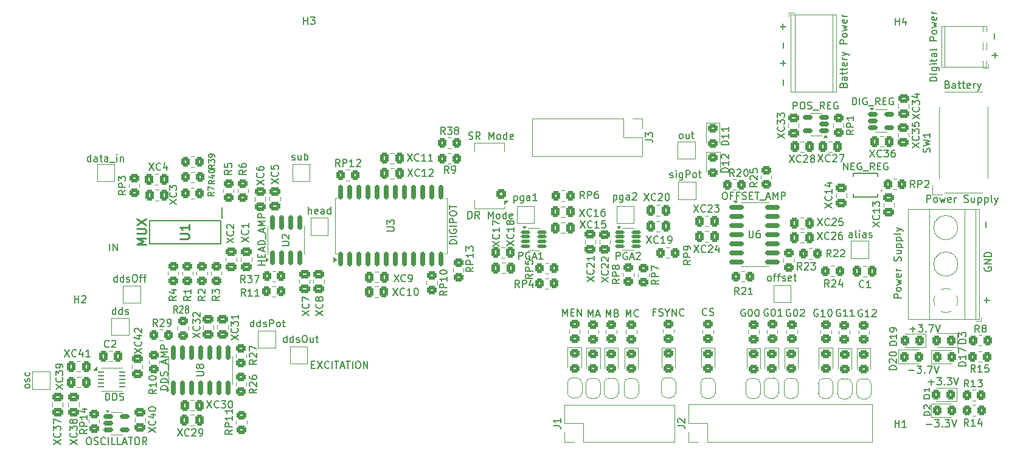
<source format=gto>
G04 #@! TF.GenerationSoftware,KiCad,Pcbnew,8.0.6*
G04 #@! TF.CreationDate,2025-06-21T10:27:38-07:00*
G04 #@! TF.ProjectId,complete_EPG,636f6d70-6c65-4746-955f-4550472e6b69,rev?*
G04 #@! TF.SameCoordinates,Original*
G04 #@! TF.FileFunction,Legend,Top*
G04 #@! TF.FilePolarity,Positive*
%FSLAX46Y46*%
G04 Gerber Fmt 4.6, Leading zero omitted, Abs format (unit mm)*
G04 Created by KiCad (PCBNEW 8.0.6) date 2025-06-21 10:27:38*
%MOMM*%
%LPD*%
G01*
G04 APERTURE LIST*
G04 Aperture macros list*
%AMRoundRect*
0 Rectangle with rounded corners*
0 $1 Rounding radius*
0 $2 $3 $4 $5 $6 $7 $8 $9 X,Y pos of 4 corners*
0 Add a 4 corners polygon primitive as box body*
4,1,4,$2,$3,$4,$5,$6,$7,$8,$9,$2,$3,0*
0 Add four circle primitives for the rounded corners*
1,1,$1+$1,$2,$3*
1,1,$1+$1,$4,$5*
1,1,$1+$1,$6,$7*
1,1,$1+$1,$8,$9*
0 Add four rect primitives between the rounded corners*
20,1,$1+$1,$2,$3,$4,$5,0*
20,1,$1+$1,$4,$5,$6,$7,0*
20,1,$1+$1,$6,$7,$8,$9,0*
20,1,$1+$1,$8,$9,$2,$3,0*%
%AMFreePoly0*
4,1,19,0.500000,-0.750000,0.000000,-0.750000,0.000000,-0.744911,-0.071157,-0.744911,-0.207708,-0.704816,-0.327430,-0.627875,-0.420627,-0.520320,-0.479746,-0.390866,-0.500000,-0.250000,-0.500000,0.250000,-0.479746,0.390866,-0.420627,0.520320,-0.327430,0.627875,-0.207708,0.704816,-0.071157,0.744911,0.000000,0.744911,0.000000,0.750000,0.500000,0.750000,0.500000,-0.750000,0.500000,-0.750000,
$1*%
%AMFreePoly1*
4,1,19,0.000000,0.744911,0.071157,0.744911,0.207708,0.704816,0.327430,0.627875,0.420627,0.520320,0.479746,0.390866,0.500000,0.250000,0.500000,-0.250000,0.479746,-0.390866,0.420627,-0.520320,0.327430,-0.627875,0.207708,-0.704816,0.071157,-0.744911,0.000000,-0.744911,0.000000,-0.750000,-0.500000,-0.750000,-0.500000,0.750000,0.000000,0.750000,0.000000,0.744911,0.000000,0.744911,
$1*%
G04 Aperture macros list end*
%ADD10C,0.203200*%
%ADD11C,0.152400*%
%ADD12C,0.150000*%
%ADD13C,0.200000*%
%ADD14C,0.127000*%
%ADD15C,0.254000*%
%ADD16C,0.120000*%
%ADD17R,0.787400X0.254000*%
%ADD18R,1.752600X2.489200*%
%ADD19C,1.700000*%
%ADD20C,3.810000*%
%ADD21C,1.905000*%
%ADD22C,5.600000*%
%ADD23R,2.000000X2.000000*%
%ADD24RoundRect,0.250000X-0.475000X0.337500X-0.475000X-0.337500X0.475000X-0.337500X0.475000X0.337500X0*%
%ADD25RoundRect,0.250000X0.450000X-0.350000X0.450000X0.350000X-0.450000X0.350000X-0.450000X-0.350000X0*%
%ADD26RoundRect,0.250000X0.337500X0.475000X-0.337500X0.475000X-0.337500X-0.475000X0.337500X-0.475000X0*%
%ADD27RoundRect,0.250000X0.475000X-0.337500X0.475000X0.337500X-0.475000X0.337500X-0.475000X-0.337500X0*%
%ADD28FreePoly0,270.000000*%
%ADD29FreePoly1,270.000000*%
%ADD30RoundRect,0.125000X-0.537500X-0.125000X0.537500X-0.125000X0.537500X0.125000X-0.537500X0.125000X0*%
%ADD31RoundRect,0.250000X-0.450000X0.325000X-0.450000X-0.325000X0.450000X-0.325000X0.450000X0.325000X0*%
%ADD32RoundRect,0.250000X0.325000X0.450000X-0.325000X0.450000X-0.325000X-0.450000X0.325000X-0.450000X0*%
%ADD33RoundRect,0.250000X-0.350000X-0.450000X0.350000X-0.450000X0.350000X0.450000X-0.350000X0.450000X0*%
%ADD34RoundRect,0.250000X0.350000X0.450000X-0.350000X0.450000X-0.350000X-0.450000X0.350000X-0.450000X0*%
%ADD35RoundRect,0.250000X-0.450000X0.350000X-0.450000X-0.350000X0.450000X-0.350000X0.450000X0.350000X0*%
%ADD36RoundRect,0.150000X0.150000X-0.825000X0.150000X0.825000X-0.150000X0.825000X-0.150000X-0.825000X0*%
%ADD37R,2.200000X2.200000*%
%ADD38C,2.200000*%
%ADD39R,1.640000X2.380000*%
%ADD40RoundRect,0.062500X-0.365000X-0.062500X0.365000X-0.062500X0.365000X0.062500X-0.365000X0.062500X0*%
%ADD41RoundRect,0.150000X-0.825000X-0.150000X0.825000X-0.150000X0.825000X0.150000X-0.825000X0.150000X0*%
%ADD42RoundRect,0.150000X-0.512500X-0.150000X0.512500X-0.150000X0.512500X0.150000X-0.512500X0.150000X0*%
%ADD43RoundRect,0.250000X-0.337500X-0.475000X0.337500X-0.475000X0.337500X0.475000X-0.337500X0.475000X0*%
%ADD44RoundRect,0.250000X-0.325000X-0.450000X0.325000X-0.450000X0.325000X0.450000X-0.325000X0.450000X0*%
%ADD45R,0.700000X1.525000*%
%ADD46O,1.700000X1.700000*%
%ADD47R,1.700000X1.700000*%
%ADD48C,1.400000*%
%ADD49RoundRect,0.250000X0.450000X-0.450000X0.450000X0.450000X-0.450000X0.450000X-0.450000X-0.450000X0*%
%ADD50RoundRect,0.150000X0.512500X0.150000X-0.512500X0.150000X-0.512500X-0.150000X0.512500X-0.150000X0*%
%ADD51R,2.600000X2.600000*%
%ADD52C,2.600000*%
%ADD53RoundRect,0.150000X0.150000X-0.875000X0.150000X0.875000X-0.150000X0.875000X-0.150000X-0.875000X0*%
%ADD54C,2.000000*%
G04 APERTURE END LIST*
D10*
X139343588Y-41872093D02*
X139343588Y-40856093D01*
X139343588Y-40856093D02*
X139730636Y-40856093D01*
X139730636Y-40856093D02*
X139827398Y-40904474D01*
X139827398Y-40904474D02*
X139875779Y-40952855D01*
X139875779Y-40952855D02*
X139924160Y-41049617D01*
X139924160Y-41049617D02*
X139924160Y-41194760D01*
X139924160Y-41194760D02*
X139875779Y-41291522D01*
X139875779Y-41291522D02*
X139827398Y-41339903D01*
X139827398Y-41339903D02*
X139730636Y-41388284D01*
X139730636Y-41388284D02*
X139343588Y-41388284D01*
X140504731Y-41872093D02*
X140407969Y-41823713D01*
X140407969Y-41823713D02*
X140359588Y-41775332D01*
X140359588Y-41775332D02*
X140311207Y-41678570D01*
X140311207Y-41678570D02*
X140311207Y-41388284D01*
X140311207Y-41388284D02*
X140359588Y-41291522D01*
X140359588Y-41291522D02*
X140407969Y-41243141D01*
X140407969Y-41243141D02*
X140504731Y-41194760D01*
X140504731Y-41194760D02*
X140649874Y-41194760D01*
X140649874Y-41194760D02*
X140746636Y-41243141D01*
X140746636Y-41243141D02*
X140795017Y-41291522D01*
X140795017Y-41291522D02*
X140843398Y-41388284D01*
X140843398Y-41388284D02*
X140843398Y-41678570D01*
X140843398Y-41678570D02*
X140795017Y-41775332D01*
X140795017Y-41775332D02*
X140746636Y-41823713D01*
X140746636Y-41823713D02*
X140649874Y-41872093D01*
X140649874Y-41872093D02*
X140504731Y-41872093D01*
X141182064Y-41194760D02*
X141375588Y-41872093D01*
X141375588Y-41872093D02*
X141569112Y-41388284D01*
X141569112Y-41388284D02*
X141762636Y-41872093D01*
X141762636Y-41872093D02*
X141956160Y-41194760D01*
X142730255Y-41823713D02*
X142633493Y-41872093D01*
X142633493Y-41872093D02*
X142439969Y-41872093D01*
X142439969Y-41872093D02*
X142343207Y-41823713D01*
X142343207Y-41823713D02*
X142294826Y-41726951D01*
X142294826Y-41726951D02*
X142294826Y-41339903D01*
X142294826Y-41339903D02*
X142343207Y-41243141D01*
X142343207Y-41243141D02*
X142439969Y-41194760D01*
X142439969Y-41194760D02*
X142633493Y-41194760D01*
X142633493Y-41194760D02*
X142730255Y-41243141D01*
X142730255Y-41243141D02*
X142778636Y-41339903D01*
X142778636Y-41339903D02*
X142778636Y-41436665D01*
X142778636Y-41436665D02*
X142294826Y-41533427D01*
X143214064Y-41872093D02*
X143214064Y-41194760D01*
X143214064Y-41388284D02*
X143262445Y-41291522D01*
X143262445Y-41291522D02*
X143310826Y-41243141D01*
X143310826Y-41243141D02*
X143407588Y-41194760D01*
X143407588Y-41194760D02*
X143504350Y-41194760D01*
X144568730Y-41823713D02*
X144713873Y-41872093D01*
X144713873Y-41872093D02*
X144955778Y-41872093D01*
X144955778Y-41872093D02*
X145052540Y-41823713D01*
X145052540Y-41823713D02*
X145100921Y-41775332D01*
X145100921Y-41775332D02*
X145149302Y-41678570D01*
X145149302Y-41678570D02*
X145149302Y-41581808D01*
X145149302Y-41581808D02*
X145100921Y-41485046D01*
X145100921Y-41485046D02*
X145052540Y-41436665D01*
X145052540Y-41436665D02*
X144955778Y-41388284D01*
X144955778Y-41388284D02*
X144762254Y-41339903D01*
X144762254Y-41339903D02*
X144665492Y-41291522D01*
X144665492Y-41291522D02*
X144617111Y-41243141D01*
X144617111Y-41243141D02*
X144568730Y-41146379D01*
X144568730Y-41146379D02*
X144568730Y-41049617D01*
X144568730Y-41049617D02*
X144617111Y-40952855D01*
X144617111Y-40952855D02*
X144665492Y-40904474D01*
X144665492Y-40904474D02*
X144762254Y-40856093D01*
X144762254Y-40856093D02*
X145004159Y-40856093D01*
X145004159Y-40856093D02*
X145149302Y-40904474D01*
X146020159Y-41194760D02*
X146020159Y-41872093D01*
X145584730Y-41194760D02*
X145584730Y-41726951D01*
X145584730Y-41726951D02*
X145633111Y-41823713D01*
X145633111Y-41823713D02*
X145729873Y-41872093D01*
X145729873Y-41872093D02*
X145875016Y-41872093D01*
X145875016Y-41872093D02*
X145971778Y-41823713D01*
X145971778Y-41823713D02*
X146020159Y-41775332D01*
X146503968Y-41194760D02*
X146503968Y-42210760D01*
X146503968Y-41243141D02*
X146600730Y-41194760D01*
X146600730Y-41194760D02*
X146794254Y-41194760D01*
X146794254Y-41194760D02*
X146891016Y-41243141D01*
X146891016Y-41243141D02*
X146939397Y-41291522D01*
X146939397Y-41291522D02*
X146987778Y-41388284D01*
X146987778Y-41388284D02*
X146987778Y-41678570D01*
X146987778Y-41678570D02*
X146939397Y-41775332D01*
X146939397Y-41775332D02*
X146891016Y-41823713D01*
X146891016Y-41823713D02*
X146794254Y-41872093D01*
X146794254Y-41872093D02*
X146600730Y-41872093D01*
X146600730Y-41872093D02*
X146503968Y-41823713D01*
X147423206Y-41194760D02*
X147423206Y-42210760D01*
X147423206Y-41243141D02*
X147519968Y-41194760D01*
X147519968Y-41194760D02*
X147713492Y-41194760D01*
X147713492Y-41194760D02*
X147810254Y-41243141D01*
X147810254Y-41243141D02*
X147858635Y-41291522D01*
X147858635Y-41291522D02*
X147907016Y-41388284D01*
X147907016Y-41388284D02*
X147907016Y-41678570D01*
X147907016Y-41678570D02*
X147858635Y-41775332D01*
X147858635Y-41775332D02*
X147810254Y-41823713D01*
X147810254Y-41823713D02*
X147713492Y-41872093D01*
X147713492Y-41872093D02*
X147519968Y-41872093D01*
X147519968Y-41872093D02*
X147423206Y-41823713D01*
X148487587Y-41872093D02*
X148390825Y-41823713D01*
X148390825Y-41823713D02*
X148342444Y-41726951D01*
X148342444Y-41726951D02*
X148342444Y-40856093D01*
X148777872Y-41194760D02*
X149019777Y-41872093D01*
X149261682Y-41194760D02*
X149019777Y-41872093D01*
X149019777Y-41872093D02*
X148923015Y-42113998D01*
X148923015Y-42113998D02*
X148874634Y-42162379D01*
X148874634Y-42162379D02*
X148777872Y-42210760D01*
X142252255Y-25489903D02*
X142397398Y-25538284D01*
X142397398Y-25538284D02*
X142445779Y-25586665D01*
X142445779Y-25586665D02*
X142494160Y-25683427D01*
X142494160Y-25683427D02*
X142494160Y-25828570D01*
X142494160Y-25828570D02*
X142445779Y-25925332D01*
X142445779Y-25925332D02*
X142397398Y-25973713D01*
X142397398Y-25973713D02*
X142300636Y-26022093D01*
X142300636Y-26022093D02*
X141913588Y-26022093D01*
X141913588Y-26022093D02*
X141913588Y-25006093D01*
X141913588Y-25006093D02*
X142252255Y-25006093D01*
X142252255Y-25006093D02*
X142349017Y-25054474D01*
X142349017Y-25054474D02*
X142397398Y-25102855D01*
X142397398Y-25102855D02*
X142445779Y-25199617D01*
X142445779Y-25199617D02*
X142445779Y-25296379D01*
X142445779Y-25296379D02*
X142397398Y-25393141D01*
X142397398Y-25393141D02*
X142349017Y-25441522D01*
X142349017Y-25441522D02*
X142252255Y-25489903D01*
X142252255Y-25489903D02*
X141913588Y-25489903D01*
X143365017Y-26022093D02*
X143365017Y-25489903D01*
X143365017Y-25489903D02*
X143316636Y-25393141D01*
X143316636Y-25393141D02*
X143219874Y-25344760D01*
X143219874Y-25344760D02*
X143026350Y-25344760D01*
X143026350Y-25344760D02*
X142929588Y-25393141D01*
X143365017Y-25973713D02*
X143268255Y-26022093D01*
X143268255Y-26022093D02*
X143026350Y-26022093D01*
X143026350Y-26022093D02*
X142929588Y-25973713D01*
X142929588Y-25973713D02*
X142881207Y-25876951D01*
X142881207Y-25876951D02*
X142881207Y-25780189D01*
X142881207Y-25780189D02*
X142929588Y-25683427D01*
X142929588Y-25683427D02*
X143026350Y-25635046D01*
X143026350Y-25635046D02*
X143268255Y-25635046D01*
X143268255Y-25635046D02*
X143365017Y-25586665D01*
X143703683Y-25344760D02*
X144090731Y-25344760D01*
X143848826Y-25006093D02*
X143848826Y-25876951D01*
X143848826Y-25876951D02*
X143897207Y-25973713D01*
X143897207Y-25973713D02*
X143993969Y-26022093D01*
X143993969Y-26022093D02*
X144090731Y-26022093D01*
X144284254Y-25344760D02*
X144671302Y-25344760D01*
X144429397Y-25006093D02*
X144429397Y-25876951D01*
X144429397Y-25876951D02*
X144477778Y-25973713D01*
X144477778Y-25973713D02*
X144574540Y-26022093D01*
X144574540Y-26022093D02*
X144671302Y-26022093D01*
X145397016Y-25973713D02*
X145300254Y-26022093D01*
X145300254Y-26022093D02*
X145106730Y-26022093D01*
X145106730Y-26022093D02*
X145009968Y-25973713D01*
X145009968Y-25973713D02*
X144961587Y-25876951D01*
X144961587Y-25876951D02*
X144961587Y-25489903D01*
X144961587Y-25489903D02*
X145009968Y-25393141D01*
X145009968Y-25393141D02*
X145106730Y-25344760D01*
X145106730Y-25344760D02*
X145300254Y-25344760D01*
X145300254Y-25344760D02*
X145397016Y-25393141D01*
X145397016Y-25393141D02*
X145445397Y-25489903D01*
X145445397Y-25489903D02*
X145445397Y-25586665D01*
X145445397Y-25586665D02*
X144961587Y-25683427D01*
X145880825Y-26022093D02*
X145880825Y-25344760D01*
X145880825Y-25538284D02*
X145929206Y-25441522D01*
X145929206Y-25441522D02*
X145977587Y-25393141D01*
X145977587Y-25393141D02*
X146074349Y-25344760D01*
X146074349Y-25344760D02*
X146171111Y-25344760D01*
X146413015Y-25344760D02*
X146654920Y-26022093D01*
X146896825Y-25344760D02*
X146654920Y-26022093D01*
X146654920Y-26022093D02*
X146558158Y-26263998D01*
X146558158Y-26263998D02*
X146509777Y-26312379D01*
X146509777Y-26312379D02*
X146413015Y-26360760D01*
X139583588Y-66905046D02*
X140357684Y-66905046D01*
X139970636Y-67292093D02*
X139970636Y-66517998D01*
X140744731Y-66276093D02*
X141373684Y-66276093D01*
X141373684Y-66276093D02*
X141035017Y-66663141D01*
X141035017Y-66663141D02*
X141180160Y-66663141D01*
X141180160Y-66663141D02*
X141276922Y-66711522D01*
X141276922Y-66711522D02*
X141325303Y-66759903D01*
X141325303Y-66759903D02*
X141373684Y-66856665D01*
X141373684Y-66856665D02*
X141373684Y-67098570D01*
X141373684Y-67098570D02*
X141325303Y-67195332D01*
X141325303Y-67195332D02*
X141276922Y-67243713D01*
X141276922Y-67243713D02*
X141180160Y-67292093D01*
X141180160Y-67292093D02*
X140889874Y-67292093D01*
X140889874Y-67292093D02*
X140793112Y-67243713D01*
X140793112Y-67243713D02*
X140744731Y-67195332D01*
X141809112Y-67195332D02*
X141857493Y-67243713D01*
X141857493Y-67243713D02*
X141809112Y-67292093D01*
X141809112Y-67292093D02*
X141760731Y-67243713D01*
X141760731Y-67243713D02*
X141809112Y-67195332D01*
X141809112Y-67195332D02*
X141809112Y-67292093D01*
X142196160Y-66276093D02*
X142825113Y-66276093D01*
X142825113Y-66276093D02*
X142486446Y-66663141D01*
X142486446Y-66663141D02*
X142631589Y-66663141D01*
X142631589Y-66663141D02*
X142728351Y-66711522D01*
X142728351Y-66711522D02*
X142776732Y-66759903D01*
X142776732Y-66759903D02*
X142825113Y-66856665D01*
X142825113Y-66856665D02*
X142825113Y-67098570D01*
X142825113Y-67098570D02*
X142776732Y-67195332D01*
X142776732Y-67195332D02*
X142728351Y-67243713D01*
X142728351Y-67243713D02*
X142631589Y-67292093D01*
X142631589Y-67292093D02*
X142341303Y-67292093D01*
X142341303Y-67292093D02*
X142244541Y-67243713D01*
X142244541Y-67243713D02*
X142196160Y-67195332D01*
X143115398Y-66276093D02*
X143454065Y-67292093D01*
X143454065Y-67292093D02*
X143792732Y-66276093D01*
X139293588Y-72783046D02*
X140067684Y-72783046D01*
X140454731Y-72154093D02*
X141083684Y-72154093D01*
X141083684Y-72154093D02*
X140745017Y-72541141D01*
X140745017Y-72541141D02*
X140890160Y-72541141D01*
X140890160Y-72541141D02*
X140986922Y-72589522D01*
X140986922Y-72589522D02*
X141035303Y-72637903D01*
X141035303Y-72637903D02*
X141083684Y-72734665D01*
X141083684Y-72734665D02*
X141083684Y-72976570D01*
X141083684Y-72976570D02*
X141035303Y-73073332D01*
X141035303Y-73073332D02*
X140986922Y-73121713D01*
X140986922Y-73121713D02*
X140890160Y-73170093D01*
X140890160Y-73170093D02*
X140599874Y-73170093D01*
X140599874Y-73170093D02*
X140503112Y-73121713D01*
X140503112Y-73121713D02*
X140454731Y-73073332D01*
X141519112Y-73073332D02*
X141567493Y-73121713D01*
X141567493Y-73121713D02*
X141519112Y-73170093D01*
X141519112Y-73170093D02*
X141470731Y-73121713D01*
X141470731Y-73121713D02*
X141519112Y-73073332D01*
X141519112Y-73073332D02*
X141519112Y-73170093D01*
X141906160Y-72154093D02*
X142535113Y-72154093D01*
X142535113Y-72154093D02*
X142196446Y-72541141D01*
X142196446Y-72541141D02*
X142341589Y-72541141D01*
X142341589Y-72541141D02*
X142438351Y-72589522D01*
X142438351Y-72589522D02*
X142486732Y-72637903D01*
X142486732Y-72637903D02*
X142535113Y-72734665D01*
X142535113Y-72734665D02*
X142535113Y-72976570D01*
X142535113Y-72976570D02*
X142486732Y-73073332D01*
X142486732Y-73073332D02*
X142438351Y-73121713D01*
X142438351Y-73121713D02*
X142341589Y-73170093D01*
X142341589Y-73170093D02*
X142051303Y-73170093D01*
X142051303Y-73170093D02*
X141954541Y-73121713D01*
X141954541Y-73121713D02*
X141906160Y-73073332D01*
X142825398Y-72154093D02*
X143164065Y-73170093D01*
X143164065Y-73170093D02*
X143502732Y-72154093D01*
X137033588Y-59525046D02*
X137807684Y-59525046D01*
X137420636Y-59912093D02*
X137420636Y-59137998D01*
X138194731Y-58896093D02*
X138823684Y-58896093D01*
X138823684Y-58896093D02*
X138485017Y-59283141D01*
X138485017Y-59283141D02*
X138630160Y-59283141D01*
X138630160Y-59283141D02*
X138726922Y-59331522D01*
X138726922Y-59331522D02*
X138775303Y-59379903D01*
X138775303Y-59379903D02*
X138823684Y-59476665D01*
X138823684Y-59476665D02*
X138823684Y-59718570D01*
X138823684Y-59718570D02*
X138775303Y-59815332D01*
X138775303Y-59815332D02*
X138726922Y-59863713D01*
X138726922Y-59863713D02*
X138630160Y-59912093D01*
X138630160Y-59912093D02*
X138339874Y-59912093D01*
X138339874Y-59912093D02*
X138243112Y-59863713D01*
X138243112Y-59863713D02*
X138194731Y-59815332D01*
X139259112Y-59815332D02*
X139307493Y-59863713D01*
X139307493Y-59863713D02*
X139259112Y-59912093D01*
X139259112Y-59912093D02*
X139210731Y-59863713D01*
X139210731Y-59863713D02*
X139259112Y-59815332D01*
X139259112Y-59815332D02*
X139259112Y-59912093D01*
X139646160Y-58896093D02*
X140323494Y-58896093D01*
X140323494Y-58896093D02*
X139888065Y-59912093D01*
X140565398Y-58896093D02*
X140904065Y-59912093D01*
X140904065Y-59912093D02*
X141242732Y-58896093D01*
X136823588Y-65275046D02*
X137597684Y-65275046D01*
X137984731Y-64646093D02*
X138613684Y-64646093D01*
X138613684Y-64646093D02*
X138275017Y-65033141D01*
X138275017Y-65033141D02*
X138420160Y-65033141D01*
X138420160Y-65033141D02*
X138516922Y-65081522D01*
X138516922Y-65081522D02*
X138565303Y-65129903D01*
X138565303Y-65129903D02*
X138613684Y-65226665D01*
X138613684Y-65226665D02*
X138613684Y-65468570D01*
X138613684Y-65468570D02*
X138565303Y-65565332D01*
X138565303Y-65565332D02*
X138516922Y-65613713D01*
X138516922Y-65613713D02*
X138420160Y-65662093D01*
X138420160Y-65662093D02*
X138129874Y-65662093D01*
X138129874Y-65662093D02*
X138033112Y-65613713D01*
X138033112Y-65613713D02*
X137984731Y-65565332D01*
X139049112Y-65565332D02*
X139097493Y-65613713D01*
X139097493Y-65613713D02*
X139049112Y-65662093D01*
X139049112Y-65662093D02*
X139000731Y-65613713D01*
X139000731Y-65613713D02*
X139049112Y-65565332D01*
X139049112Y-65565332D02*
X139049112Y-65662093D01*
X139436160Y-64646093D02*
X140113494Y-64646093D01*
X140113494Y-64646093D02*
X139678065Y-65662093D01*
X140355398Y-64646093D02*
X140694065Y-65662093D01*
X140694065Y-65662093D02*
X141032732Y-64646093D01*
D11*
X75490167Y-44154735D02*
X75490167Y-43138735D01*
X75490167Y-43138735D02*
X75732072Y-43138735D01*
X75732072Y-43138735D02*
X75877215Y-43187116D01*
X75877215Y-43187116D02*
X75973977Y-43283878D01*
X75973977Y-43283878D02*
X76022358Y-43380640D01*
X76022358Y-43380640D02*
X76070739Y-43574164D01*
X76070739Y-43574164D02*
X76070739Y-43719307D01*
X76070739Y-43719307D02*
X76022358Y-43912831D01*
X76022358Y-43912831D02*
X75973977Y-44009593D01*
X75973977Y-44009593D02*
X75877215Y-44106355D01*
X75877215Y-44106355D02*
X75732072Y-44154735D01*
X75732072Y-44154735D02*
X75490167Y-44154735D01*
X77086739Y-44154735D02*
X76748072Y-43670926D01*
X76506167Y-44154735D02*
X76506167Y-43138735D01*
X76506167Y-43138735D02*
X76893215Y-43138735D01*
X76893215Y-43138735D02*
X76989977Y-43187116D01*
X76989977Y-43187116D02*
X77038358Y-43235497D01*
X77038358Y-43235497D02*
X77086739Y-43332259D01*
X77086739Y-43332259D02*
X77086739Y-43477402D01*
X77086739Y-43477402D02*
X77038358Y-43574164D01*
X77038358Y-43574164D02*
X76989977Y-43622545D01*
X76989977Y-43622545D02*
X76893215Y-43670926D01*
X76893215Y-43670926D02*
X76506167Y-43670926D01*
X78296262Y-44154735D02*
X78296262Y-43138735D01*
X78296262Y-43138735D02*
X78634929Y-43864450D01*
X78634929Y-43864450D02*
X78973596Y-43138735D01*
X78973596Y-43138735D02*
X78973596Y-44154735D01*
X79602548Y-44154735D02*
X79505786Y-44106355D01*
X79505786Y-44106355D02*
X79457405Y-44057974D01*
X79457405Y-44057974D02*
X79409024Y-43961212D01*
X79409024Y-43961212D02*
X79409024Y-43670926D01*
X79409024Y-43670926D02*
X79457405Y-43574164D01*
X79457405Y-43574164D02*
X79505786Y-43525783D01*
X79505786Y-43525783D02*
X79602548Y-43477402D01*
X79602548Y-43477402D02*
X79747691Y-43477402D01*
X79747691Y-43477402D02*
X79844453Y-43525783D01*
X79844453Y-43525783D02*
X79892834Y-43574164D01*
X79892834Y-43574164D02*
X79941215Y-43670926D01*
X79941215Y-43670926D02*
X79941215Y-43961212D01*
X79941215Y-43961212D02*
X79892834Y-44057974D01*
X79892834Y-44057974D02*
X79844453Y-44106355D01*
X79844453Y-44106355D02*
X79747691Y-44154735D01*
X79747691Y-44154735D02*
X79602548Y-44154735D01*
X80812072Y-44154735D02*
X80812072Y-43138735D01*
X80812072Y-44106355D02*
X80715310Y-44154735D01*
X80715310Y-44154735D02*
X80521786Y-44154735D01*
X80521786Y-44154735D02*
X80425024Y-44106355D01*
X80425024Y-44106355D02*
X80376643Y-44057974D01*
X80376643Y-44057974D02*
X80328262Y-43961212D01*
X80328262Y-43961212D02*
X80328262Y-43670926D01*
X80328262Y-43670926D02*
X80376643Y-43574164D01*
X80376643Y-43574164D02*
X80425024Y-43525783D01*
X80425024Y-43525783D02*
X80521786Y-43477402D01*
X80521786Y-43477402D02*
X80715310Y-43477402D01*
X80715310Y-43477402D02*
X80812072Y-43525783D01*
X81682929Y-44106355D02*
X81586167Y-44154735D01*
X81586167Y-44154735D02*
X81392643Y-44154735D01*
X81392643Y-44154735D02*
X81295881Y-44106355D01*
X81295881Y-44106355D02*
X81247500Y-44009593D01*
X81247500Y-44009593D02*
X81247500Y-43622545D01*
X81247500Y-43622545D02*
X81295881Y-43525783D01*
X81295881Y-43525783D02*
X81392643Y-43477402D01*
X81392643Y-43477402D02*
X81586167Y-43477402D01*
X81586167Y-43477402D02*
X81682929Y-43525783D01*
X81682929Y-43525783D02*
X81731310Y-43622545D01*
X81731310Y-43622545D02*
X81731310Y-43719307D01*
X81731310Y-43719307D02*
X81247500Y-43816069D01*
X75581786Y-33066355D02*
X75726929Y-33114735D01*
X75726929Y-33114735D02*
X75968834Y-33114735D01*
X75968834Y-33114735D02*
X76065596Y-33066355D01*
X76065596Y-33066355D02*
X76113977Y-33017974D01*
X76113977Y-33017974D02*
X76162358Y-32921212D01*
X76162358Y-32921212D02*
X76162358Y-32824450D01*
X76162358Y-32824450D02*
X76113977Y-32727688D01*
X76113977Y-32727688D02*
X76065596Y-32679307D01*
X76065596Y-32679307D02*
X75968834Y-32630926D01*
X75968834Y-32630926D02*
X75775310Y-32582545D01*
X75775310Y-32582545D02*
X75678548Y-32534164D01*
X75678548Y-32534164D02*
X75630167Y-32485783D01*
X75630167Y-32485783D02*
X75581786Y-32389021D01*
X75581786Y-32389021D02*
X75581786Y-32292259D01*
X75581786Y-32292259D02*
X75630167Y-32195497D01*
X75630167Y-32195497D02*
X75678548Y-32147116D01*
X75678548Y-32147116D02*
X75775310Y-32098735D01*
X75775310Y-32098735D02*
X76017215Y-32098735D01*
X76017215Y-32098735D02*
X76162358Y-32147116D01*
X77178358Y-33114735D02*
X76839691Y-32630926D01*
X76597786Y-33114735D02*
X76597786Y-32098735D01*
X76597786Y-32098735D02*
X76984834Y-32098735D01*
X76984834Y-32098735D02*
X77081596Y-32147116D01*
X77081596Y-32147116D02*
X77129977Y-32195497D01*
X77129977Y-32195497D02*
X77178358Y-32292259D01*
X77178358Y-32292259D02*
X77178358Y-32437402D01*
X77178358Y-32437402D02*
X77129977Y-32534164D01*
X77129977Y-32534164D02*
X77081596Y-32582545D01*
X77081596Y-32582545D02*
X76984834Y-32630926D01*
X76984834Y-32630926D02*
X76597786Y-32630926D01*
X78387881Y-33114735D02*
X78387881Y-32098735D01*
X78387881Y-32098735D02*
X78726548Y-32824450D01*
X78726548Y-32824450D02*
X79065215Y-32098735D01*
X79065215Y-32098735D02*
X79065215Y-33114735D01*
X79694167Y-33114735D02*
X79597405Y-33066355D01*
X79597405Y-33066355D02*
X79549024Y-33017974D01*
X79549024Y-33017974D02*
X79500643Y-32921212D01*
X79500643Y-32921212D02*
X79500643Y-32630926D01*
X79500643Y-32630926D02*
X79549024Y-32534164D01*
X79549024Y-32534164D02*
X79597405Y-32485783D01*
X79597405Y-32485783D02*
X79694167Y-32437402D01*
X79694167Y-32437402D02*
X79839310Y-32437402D01*
X79839310Y-32437402D02*
X79936072Y-32485783D01*
X79936072Y-32485783D02*
X79984453Y-32534164D01*
X79984453Y-32534164D02*
X80032834Y-32630926D01*
X80032834Y-32630926D02*
X80032834Y-32921212D01*
X80032834Y-32921212D02*
X79984453Y-33017974D01*
X79984453Y-33017974D02*
X79936072Y-33066355D01*
X79936072Y-33066355D02*
X79839310Y-33114735D01*
X79839310Y-33114735D02*
X79694167Y-33114735D01*
X80903691Y-33114735D02*
X80903691Y-32098735D01*
X80903691Y-33066355D02*
X80806929Y-33114735D01*
X80806929Y-33114735D02*
X80613405Y-33114735D01*
X80613405Y-33114735D02*
X80516643Y-33066355D01*
X80516643Y-33066355D02*
X80468262Y-33017974D01*
X80468262Y-33017974D02*
X80419881Y-32921212D01*
X80419881Y-32921212D02*
X80419881Y-32630926D01*
X80419881Y-32630926D02*
X80468262Y-32534164D01*
X80468262Y-32534164D02*
X80516643Y-32485783D01*
X80516643Y-32485783D02*
X80613405Y-32437402D01*
X80613405Y-32437402D02*
X80806929Y-32437402D01*
X80806929Y-32437402D02*
X80903691Y-32485783D01*
X81774548Y-33066355D02*
X81677786Y-33114735D01*
X81677786Y-33114735D02*
X81484262Y-33114735D01*
X81484262Y-33114735D02*
X81387500Y-33066355D01*
X81387500Y-33066355D02*
X81339119Y-32969593D01*
X81339119Y-32969593D02*
X81339119Y-32582545D01*
X81339119Y-32582545D02*
X81387500Y-32485783D01*
X81387500Y-32485783D02*
X81484262Y-32437402D01*
X81484262Y-32437402D02*
X81677786Y-32437402D01*
X81677786Y-32437402D02*
X81774548Y-32485783D01*
X81774548Y-32485783D02*
X81822929Y-32582545D01*
X81822929Y-32582545D02*
X81822929Y-32679307D01*
X81822929Y-32679307D02*
X81339119Y-32776069D01*
D12*
X127769671Y-37361819D02*
X127769671Y-36361819D01*
X127769671Y-36361819D02*
X128341099Y-37361819D01*
X128341099Y-37361819D02*
X128341099Y-36361819D01*
X128817290Y-36838009D02*
X129150623Y-36838009D01*
X129293480Y-37361819D02*
X128817290Y-37361819D01*
X128817290Y-37361819D02*
X128817290Y-36361819D01*
X128817290Y-36361819D02*
X129293480Y-36361819D01*
X130245861Y-36409438D02*
X130150623Y-36361819D01*
X130150623Y-36361819D02*
X130007766Y-36361819D01*
X130007766Y-36361819D02*
X129864909Y-36409438D01*
X129864909Y-36409438D02*
X129769671Y-36504676D01*
X129769671Y-36504676D02*
X129722052Y-36599914D01*
X129722052Y-36599914D02*
X129674433Y-36790390D01*
X129674433Y-36790390D02*
X129674433Y-36933247D01*
X129674433Y-36933247D02*
X129722052Y-37123723D01*
X129722052Y-37123723D02*
X129769671Y-37218961D01*
X129769671Y-37218961D02*
X129864909Y-37314200D01*
X129864909Y-37314200D02*
X130007766Y-37361819D01*
X130007766Y-37361819D02*
X130103004Y-37361819D01*
X130103004Y-37361819D02*
X130245861Y-37314200D01*
X130245861Y-37314200D02*
X130293480Y-37266580D01*
X130293480Y-37266580D02*
X130293480Y-36933247D01*
X130293480Y-36933247D02*
X130103004Y-36933247D01*
X130483957Y-37457057D02*
X131245861Y-37457057D01*
X132055385Y-37361819D02*
X131722052Y-36885628D01*
X131483957Y-37361819D02*
X131483957Y-36361819D01*
X131483957Y-36361819D02*
X131864909Y-36361819D01*
X131864909Y-36361819D02*
X131960147Y-36409438D01*
X131960147Y-36409438D02*
X132007766Y-36457057D01*
X132007766Y-36457057D02*
X132055385Y-36552295D01*
X132055385Y-36552295D02*
X132055385Y-36695152D01*
X132055385Y-36695152D02*
X132007766Y-36790390D01*
X132007766Y-36790390D02*
X131960147Y-36838009D01*
X131960147Y-36838009D02*
X131864909Y-36885628D01*
X131864909Y-36885628D02*
X131483957Y-36885628D01*
X132483957Y-36838009D02*
X132817290Y-36838009D01*
X132960147Y-37361819D02*
X132483957Y-37361819D01*
X132483957Y-37361819D02*
X132483957Y-36361819D01*
X132483957Y-36361819D02*
X132960147Y-36361819D01*
X133912528Y-36409438D02*
X133817290Y-36361819D01*
X133817290Y-36361819D02*
X133674433Y-36361819D01*
X133674433Y-36361819D02*
X133531576Y-36409438D01*
X133531576Y-36409438D02*
X133436338Y-36504676D01*
X133436338Y-36504676D02*
X133388719Y-36599914D01*
X133388719Y-36599914D02*
X133341100Y-36790390D01*
X133341100Y-36790390D02*
X133341100Y-36933247D01*
X133341100Y-36933247D02*
X133388719Y-37123723D01*
X133388719Y-37123723D02*
X133436338Y-37218961D01*
X133436338Y-37218961D02*
X133531576Y-37314200D01*
X133531576Y-37314200D02*
X133674433Y-37361819D01*
X133674433Y-37361819D02*
X133769671Y-37361819D01*
X133769671Y-37361819D02*
X133912528Y-37314200D01*
X133912528Y-37314200D02*
X133960147Y-37266580D01*
X133960147Y-37266580D02*
X133960147Y-36933247D01*
X133960147Y-36933247D02*
X133769671Y-36933247D01*
X53713238Y-64478009D02*
X54046571Y-64478009D01*
X54189428Y-65001819D02*
X53713238Y-65001819D01*
X53713238Y-65001819D02*
X53713238Y-64001819D01*
X53713238Y-64001819D02*
X54189428Y-64001819D01*
X54522762Y-64001819D02*
X55189428Y-65001819D01*
X55189428Y-64001819D02*
X54522762Y-65001819D01*
X56141809Y-64906580D02*
X56094190Y-64954200D01*
X56094190Y-64954200D02*
X55951333Y-65001819D01*
X55951333Y-65001819D02*
X55856095Y-65001819D01*
X55856095Y-65001819D02*
X55713238Y-64954200D01*
X55713238Y-64954200D02*
X55618000Y-64858961D01*
X55618000Y-64858961D02*
X55570381Y-64763723D01*
X55570381Y-64763723D02*
X55522762Y-64573247D01*
X55522762Y-64573247D02*
X55522762Y-64430390D01*
X55522762Y-64430390D02*
X55570381Y-64239914D01*
X55570381Y-64239914D02*
X55618000Y-64144676D01*
X55618000Y-64144676D02*
X55713238Y-64049438D01*
X55713238Y-64049438D02*
X55856095Y-64001819D01*
X55856095Y-64001819D02*
X55951333Y-64001819D01*
X55951333Y-64001819D02*
X56094190Y-64049438D01*
X56094190Y-64049438D02*
X56141809Y-64097057D01*
X56570381Y-65001819D02*
X56570381Y-64001819D01*
X56903714Y-64001819D02*
X57475142Y-64001819D01*
X57189428Y-65001819D02*
X57189428Y-64001819D01*
X57760857Y-64716104D02*
X58237047Y-64716104D01*
X57665619Y-65001819D02*
X57998952Y-64001819D01*
X57998952Y-64001819D02*
X58332285Y-65001819D01*
X58522762Y-64001819D02*
X59094190Y-64001819D01*
X58808476Y-65001819D02*
X58808476Y-64001819D01*
X59427524Y-65001819D02*
X59427524Y-64001819D01*
X60094190Y-64001819D02*
X60284666Y-64001819D01*
X60284666Y-64001819D02*
X60379904Y-64049438D01*
X60379904Y-64049438D02*
X60475142Y-64144676D01*
X60475142Y-64144676D02*
X60522761Y-64335152D01*
X60522761Y-64335152D02*
X60522761Y-64668485D01*
X60522761Y-64668485D02*
X60475142Y-64858961D01*
X60475142Y-64858961D02*
X60379904Y-64954200D01*
X60379904Y-64954200D02*
X60284666Y-65001819D01*
X60284666Y-65001819D02*
X60094190Y-65001819D01*
X60094190Y-65001819D02*
X59998952Y-64954200D01*
X59998952Y-64954200D02*
X59903714Y-64858961D01*
X59903714Y-64858961D02*
X59856095Y-64668485D01*
X59856095Y-64668485D02*
X59856095Y-64335152D01*
X59856095Y-64335152D02*
X59903714Y-64144676D01*
X59903714Y-64144676D02*
X59998952Y-64049438D01*
X59998952Y-64049438D02*
X60094190Y-64001819D01*
X60951333Y-65001819D02*
X60951333Y-64001819D01*
X60951333Y-64001819D02*
X61522761Y-65001819D01*
X61522761Y-65001819D02*
X61522761Y-64001819D01*
X25624191Y-48621819D02*
X25624191Y-47621819D01*
X26100381Y-48621819D02*
X26100381Y-47621819D01*
X26100381Y-47621819D02*
X26671809Y-48621819D01*
X26671809Y-48621819D02*
X26671809Y-47621819D01*
X134956095Y-17211819D02*
X134956095Y-16211819D01*
X134956095Y-16688009D02*
X135527523Y-16688009D01*
X135527523Y-17211819D02*
X135527523Y-16211819D01*
X136432285Y-16545152D02*
X136432285Y-17211819D01*
X136194190Y-16164200D02*
X135956095Y-16878485D01*
X135956095Y-16878485D02*
X136575142Y-16878485D01*
X52596095Y-17081819D02*
X52596095Y-16081819D01*
X52596095Y-16558009D02*
X53167523Y-16558009D01*
X53167523Y-17081819D02*
X53167523Y-16081819D01*
X53548476Y-16081819D02*
X54167523Y-16081819D01*
X54167523Y-16081819D02*
X53834190Y-16462771D01*
X53834190Y-16462771D02*
X53977047Y-16462771D01*
X53977047Y-16462771D02*
X54072285Y-16510390D01*
X54072285Y-16510390D02*
X54119904Y-16558009D01*
X54119904Y-16558009D02*
X54167523Y-16653247D01*
X54167523Y-16653247D02*
X54167523Y-16891342D01*
X54167523Y-16891342D02*
X54119904Y-16986580D01*
X54119904Y-16986580D02*
X54072285Y-17034200D01*
X54072285Y-17034200D02*
X53977047Y-17081819D01*
X53977047Y-17081819D02*
X53691333Y-17081819D01*
X53691333Y-17081819D02*
X53596095Y-17034200D01*
X53596095Y-17034200D02*
X53548476Y-16986580D01*
X20726095Y-55861819D02*
X20726095Y-54861819D01*
X20726095Y-55338009D02*
X21297523Y-55338009D01*
X21297523Y-55861819D02*
X21297523Y-54861819D01*
X21726095Y-54957057D02*
X21773714Y-54909438D01*
X21773714Y-54909438D02*
X21868952Y-54861819D01*
X21868952Y-54861819D02*
X22107047Y-54861819D01*
X22107047Y-54861819D02*
X22202285Y-54909438D01*
X22202285Y-54909438D02*
X22249904Y-54957057D01*
X22249904Y-54957057D02*
X22297523Y-55052295D01*
X22297523Y-55052295D02*
X22297523Y-55147533D01*
X22297523Y-55147533D02*
X22249904Y-55290390D01*
X22249904Y-55290390D02*
X21678476Y-55861819D01*
X21678476Y-55861819D02*
X22297523Y-55861819D01*
X134946095Y-73191819D02*
X134946095Y-72191819D01*
X134946095Y-72668009D02*
X135517523Y-72668009D01*
X135517523Y-73191819D02*
X135517523Y-72191819D01*
X136517523Y-73191819D02*
X135946095Y-73191819D01*
X136231809Y-73191819D02*
X136231809Y-72191819D01*
X136231809Y-72191819D02*
X136136571Y-72334676D01*
X136136571Y-72334676D02*
X136041333Y-72429914D01*
X136041333Y-72429914D02*
X135946095Y-72477533D01*
X50988952Y-35954200D02*
X51084190Y-36001819D01*
X51084190Y-36001819D02*
X51274666Y-36001819D01*
X51274666Y-36001819D02*
X51369904Y-35954200D01*
X51369904Y-35954200D02*
X51417523Y-35858961D01*
X51417523Y-35858961D02*
X51417523Y-35811342D01*
X51417523Y-35811342D02*
X51369904Y-35716104D01*
X51369904Y-35716104D02*
X51274666Y-35668485D01*
X51274666Y-35668485D02*
X51131809Y-35668485D01*
X51131809Y-35668485D02*
X51036571Y-35620866D01*
X51036571Y-35620866D02*
X50988952Y-35525628D01*
X50988952Y-35525628D02*
X50988952Y-35478009D01*
X50988952Y-35478009D02*
X51036571Y-35382771D01*
X51036571Y-35382771D02*
X51131809Y-35335152D01*
X51131809Y-35335152D02*
X51274666Y-35335152D01*
X51274666Y-35335152D02*
X51369904Y-35382771D01*
X52274666Y-35335152D02*
X52274666Y-36001819D01*
X51846095Y-35335152D02*
X51846095Y-35858961D01*
X51846095Y-35858961D02*
X51893714Y-35954200D01*
X51893714Y-35954200D02*
X51988952Y-36001819D01*
X51988952Y-36001819D02*
X52131809Y-36001819D01*
X52131809Y-36001819D02*
X52227047Y-35954200D01*
X52227047Y-35954200D02*
X52274666Y-35906580D01*
X52750857Y-36001819D02*
X52750857Y-35001819D01*
X52750857Y-35382771D02*
X52846095Y-35335152D01*
X52846095Y-35335152D02*
X53036571Y-35335152D01*
X53036571Y-35335152D02*
X53131809Y-35382771D01*
X53131809Y-35382771D02*
X53179428Y-35430390D01*
X53179428Y-35430390D02*
X53227047Y-35525628D01*
X53227047Y-35525628D02*
X53227047Y-35811342D01*
X53227047Y-35811342D02*
X53179428Y-35906580D01*
X53179428Y-35906580D02*
X53131809Y-35954200D01*
X53131809Y-35954200D02*
X53036571Y-36001819D01*
X53036571Y-36001819D02*
X52846095Y-36001819D01*
X52846095Y-36001819D02*
X52750857Y-35954200D01*
X46057819Y-39441523D02*
X47057819Y-38774857D01*
X46057819Y-38774857D02*
X47057819Y-39441523D01*
X46962580Y-37822476D02*
X47010200Y-37870095D01*
X47010200Y-37870095D02*
X47057819Y-38012952D01*
X47057819Y-38012952D02*
X47057819Y-38108190D01*
X47057819Y-38108190D02*
X47010200Y-38251047D01*
X47010200Y-38251047D02*
X46914961Y-38346285D01*
X46914961Y-38346285D02*
X46819723Y-38393904D01*
X46819723Y-38393904D02*
X46629247Y-38441523D01*
X46629247Y-38441523D02*
X46486390Y-38441523D01*
X46486390Y-38441523D02*
X46295914Y-38393904D01*
X46295914Y-38393904D02*
X46200676Y-38346285D01*
X46200676Y-38346285D02*
X46105438Y-38251047D01*
X46105438Y-38251047D02*
X46057819Y-38108190D01*
X46057819Y-38108190D02*
X46057819Y-38012952D01*
X46057819Y-38012952D02*
X46105438Y-37870095D01*
X46105438Y-37870095D02*
X46153057Y-37822476D01*
X46057819Y-36965333D02*
X46057819Y-37155809D01*
X46057819Y-37155809D02*
X46105438Y-37251047D01*
X46105438Y-37251047D02*
X46153057Y-37298666D01*
X46153057Y-37298666D02*
X46295914Y-37393904D01*
X46295914Y-37393904D02*
X46486390Y-37441523D01*
X46486390Y-37441523D02*
X46867342Y-37441523D01*
X46867342Y-37441523D02*
X46962580Y-37393904D01*
X46962580Y-37393904D02*
X47010200Y-37346285D01*
X47010200Y-37346285D02*
X47057819Y-37251047D01*
X47057819Y-37251047D02*
X47057819Y-37060571D01*
X47057819Y-37060571D02*
X47010200Y-36965333D01*
X47010200Y-36965333D02*
X46962580Y-36917714D01*
X46962580Y-36917714D02*
X46867342Y-36870095D01*
X46867342Y-36870095D02*
X46629247Y-36870095D01*
X46629247Y-36870095D02*
X46534009Y-36917714D01*
X46534009Y-36917714D02*
X46486390Y-36965333D01*
X46486390Y-36965333D02*
X46438771Y-37060571D01*
X46438771Y-37060571D02*
X46438771Y-37251047D01*
X46438771Y-37251047D02*
X46486390Y-37346285D01*
X46486390Y-37346285D02*
X46534009Y-37393904D01*
X46534009Y-37393904D02*
X46629247Y-37441523D01*
X43952819Y-47369023D02*
X44952819Y-46702357D01*
X43952819Y-46702357D02*
X44952819Y-47369023D01*
X44857580Y-45749976D02*
X44905200Y-45797595D01*
X44905200Y-45797595D02*
X44952819Y-45940452D01*
X44952819Y-45940452D02*
X44952819Y-46035690D01*
X44952819Y-46035690D02*
X44905200Y-46178547D01*
X44905200Y-46178547D02*
X44809961Y-46273785D01*
X44809961Y-46273785D02*
X44714723Y-46321404D01*
X44714723Y-46321404D02*
X44524247Y-46369023D01*
X44524247Y-46369023D02*
X44381390Y-46369023D01*
X44381390Y-46369023D02*
X44190914Y-46321404D01*
X44190914Y-46321404D02*
X44095676Y-46273785D01*
X44095676Y-46273785D02*
X44000438Y-46178547D01*
X44000438Y-46178547D02*
X43952819Y-46035690D01*
X43952819Y-46035690D02*
X43952819Y-45940452D01*
X43952819Y-45940452D02*
X44000438Y-45797595D01*
X44000438Y-45797595D02*
X44048057Y-45749976D01*
X44952819Y-44797595D02*
X44952819Y-45369023D01*
X44952819Y-45083309D02*
X43952819Y-45083309D01*
X43952819Y-45083309D02*
X44095676Y-45178547D01*
X44095676Y-45178547D02*
X44190914Y-45273785D01*
X44190914Y-45273785D02*
X44238533Y-45369023D01*
X130601333Y-53656580D02*
X130553714Y-53704200D01*
X130553714Y-53704200D02*
X130410857Y-53751819D01*
X130410857Y-53751819D02*
X130315619Y-53751819D01*
X130315619Y-53751819D02*
X130172762Y-53704200D01*
X130172762Y-53704200D02*
X130077524Y-53608961D01*
X130077524Y-53608961D02*
X130029905Y-53513723D01*
X130029905Y-53513723D02*
X129982286Y-53323247D01*
X129982286Y-53323247D02*
X129982286Y-53180390D01*
X129982286Y-53180390D02*
X130029905Y-52989914D01*
X130029905Y-52989914D02*
X130077524Y-52894676D01*
X130077524Y-52894676D02*
X130172762Y-52799438D01*
X130172762Y-52799438D02*
X130315619Y-52751819D01*
X130315619Y-52751819D02*
X130410857Y-52751819D01*
X130410857Y-52751819D02*
X130553714Y-52799438D01*
X130553714Y-52799438D02*
X130601333Y-52847057D01*
X131553714Y-53751819D02*
X130982286Y-53751819D01*
X131268000Y-53751819D02*
X131268000Y-52751819D01*
X131268000Y-52751819D02*
X131172762Y-52894676D01*
X131172762Y-52894676D02*
X131077524Y-52989914D01*
X131077524Y-52989914D02*
X130982286Y-53037533D01*
X125162819Y-42622713D02*
X126162819Y-41956047D01*
X125162819Y-41956047D02*
X126162819Y-42622713D01*
X126067580Y-41003666D02*
X126115200Y-41051285D01*
X126115200Y-41051285D02*
X126162819Y-41194142D01*
X126162819Y-41194142D02*
X126162819Y-41289380D01*
X126162819Y-41289380D02*
X126115200Y-41432237D01*
X126115200Y-41432237D02*
X126019961Y-41527475D01*
X126019961Y-41527475D02*
X125924723Y-41575094D01*
X125924723Y-41575094D02*
X125734247Y-41622713D01*
X125734247Y-41622713D02*
X125591390Y-41622713D01*
X125591390Y-41622713D02*
X125400914Y-41575094D01*
X125400914Y-41575094D02*
X125305676Y-41527475D01*
X125305676Y-41527475D02*
X125210438Y-41432237D01*
X125210438Y-41432237D02*
X125162819Y-41289380D01*
X125162819Y-41289380D02*
X125162819Y-41194142D01*
X125162819Y-41194142D02*
X125210438Y-41051285D01*
X125210438Y-41051285D02*
X125258057Y-41003666D01*
X126162819Y-40051285D02*
X126162819Y-40622713D01*
X126162819Y-40336999D02*
X125162819Y-40336999D01*
X125162819Y-40336999D02*
X125305676Y-40432237D01*
X125305676Y-40432237D02*
X125400914Y-40527475D01*
X125400914Y-40527475D02*
X125448533Y-40622713D01*
X125496152Y-39194142D02*
X126162819Y-39194142D01*
X125115200Y-39432237D02*
X125829485Y-39670332D01*
X125829485Y-39670332D02*
X125829485Y-39051285D01*
X42612819Y-37403666D02*
X42136628Y-37736999D01*
X42612819Y-37975094D02*
X41612819Y-37975094D01*
X41612819Y-37975094D02*
X41612819Y-37594142D01*
X41612819Y-37594142D02*
X41660438Y-37498904D01*
X41660438Y-37498904D02*
X41708057Y-37451285D01*
X41708057Y-37451285D02*
X41803295Y-37403666D01*
X41803295Y-37403666D02*
X41946152Y-37403666D01*
X41946152Y-37403666D02*
X42041390Y-37451285D01*
X42041390Y-37451285D02*
X42089009Y-37498904D01*
X42089009Y-37498904D02*
X42136628Y-37594142D01*
X42136628Y-37594142D02*
X42136628Y-37975094D01*
X41612819Y-36498904D02*
X41612819Y-36975094D01*
X41612819Y-36975094D02*
X42089009Y-37022713D01*
X42089009Y-37022713D02*
X42041390Y-36975094D01*
X42041390Y-36975094D02*
X41993771Y-36879856D01*
X41993771Y-36879856D02*
X41993771Y-36641761D01*
X41993771Y-36641761D02*
X42041390Y-36546523D01*
X42041390Y-36546523D02*
X42089009Y-36498904D01*
X42089009Y-36498904D02*
X42184247Y-36451285D01*
X42184247Y-36451285D02*
X42422342Y-36451285D01*
X42422342Y-36451285D02*
X42517580Y-36498904D01*
X42517580Y-36498904D02*
X42565200Y-36546523D01*
X42565200Y-36546523D02*
X42612819Y-36641761D01*
X42612819Y-36641761D02*
X42612819Y-36879856D01*
X42612819Y-36879856D02*
X42565200Y-36975094D01*
X42565200Y-36975094D02*
X42517580Y-37022713D01*
X94724667Y-57811819D02*
X94724667Y-56811819D01*
X94724667Y-56811819D02*
X95058000Y-57526104D01*
X95058000Y-57526104D02*
X95391333Y-56811819D01*
X95391333Y-56811819D02*
X95391333Y-57811819D01*
X96200857Y-57288009D02*
X96343714Y-57335628D01*
X96343714Y-57335628D02*
X96391333Y-57383247D01*
X96391333Y-57383247D02*
X96438952Y-57478485D01*
X96438952Y-57478485D02*
X96438952Y-57621342D01*
X96438952Y-57621342D02*
X96391333Y-57716580D01*
X96391333Y-57716580D02*
X96343714Y-57764200D01*
X96343714Y-57764200D02*
X96248476Y-57811819D01*
X96248476Y-57811819D02*
X95867524Y-57811819D01*
X95867524Y-57811819D02*
X95867524Y-56811819D01*
X95867524Y-56811819D02*
X96200857Y-56811819D01*
X96200857Y-56811819D02*
X96296095Y-56859438D01*
X96296095Y-56859438D02*
X96343714Y-56907057D01*
X96343714Y-56907057D02*
X96391333Y-57002295D01*
X96391333Y-57002295D02*
X96391333Y-57097533D01*
X96391333Y-57097533D02*
X96343714Y-57192771D01*
X96343714Y-57192771D02*
X96296095Y-57240390D01*
X96296095Y-57240390D02*
X96200857Y-57288009D01*
X96200857Y-57288009D02*
X95867524Y-57288009D01*
X96121333Y-49837819D02*
X96121333Y-48837819D01*
X96121333Y-48837819D02*
X96502285Y-48837819D01*
X96502285Y-48837819D02*
X96597523Y-48885438D01*
X96597523Y-48885438D02*
X96645142Y-48933057D01*
X96645142Y-48933057D02*
X96692761Y-49028295D01*
X96692761Y-49028295D02*
X96692761Y-49171152D01*
X96692761Y-49171152D02*
X96645142Y-49266390D01*
X96645142Y-49266390D02*
X96597523Y-49314009D01*
X96597523Y-49314009D02*
X96502285Y-49361628D01*
X96502285Y-49361628D02*
X96121333Y-49361628D01*
X97645142Y-48885438D02*
X97549904Y-48837819D01*
X97549904Y-48837819D02*
X97407047Y-48837819D01*
X97407047Y-48837819D02*
X97264190Y-48885438D01*
X97264190Y-48885438D02*
X97168952Y-48980676D01*
X97168952Y-48980676D02*
X97121333Y-49075914D01*
X97121333Y-49075914D02*
X97073714Y-49266390D01*
X97073714Y-49266390D02*
X97073714Y-49409247D01*
X97073714Y-49409247D02*
X97121333Y-49599723D01*
X97121333Y-49599723D02*
X97168952Y-49694961D01*
X97168952Y-49694961D02*
X97264190Y-49790200D01*
X97264190Y-49790200D02*
X97407047Y-49837819D01*
X97407047Y-49837819D02*
X97502285Y-49837819D01*
X97502285Y-49837819D02*
X97645142Y-49790200D01*
X97645142Y-49790200D02*
X97692761Y-49742580D01*
X97692761Y-49742580D02*
X97692761Y-49409247D01*
X97692761Y-49409247D02*
X97502285Y-49409247D01*
X98073714Y-49552104D02*
X98549904Y-49552104D01*
X97978476Y-49837819D02*
X98311809Y-48837819D01*
X98311809Y-48837819D02*
X98645142Y-49837819D01*
X98930857Y-48933057D02*
X98978476Y-48885438D01*
X98978476Y-48885438D02*
X99073714Y-48837819D01*
X99073714Y-48837819D02*
X99311809Y-48837819D01*
X99311809Y-48837819D02*
X99407047Y-48885438D01*
X99407047Y-48885438D02*
X99454666Y-48933057D01*
X99454666Y-48933057D02*
X99502285Y-49028295D01*
X99502285Y-49028295D02*
X99502285Y-49123533D01*
X99502285Y-49123533D02*
X99454666Y-49266390D01*
X99454666Y-49266390D02*
X98883238Y-49837819D01*
X98883238Y-49837819D02*
X99502285Y-49837819D01*
X33932819Y-42136523D02*
X34932819Y-41469857D01*
X33932819Y-41469857D02*
X34932819Y-42136523D01*
X34837580Y-40517476D02*
X34885200Y-40565095D01*
X34885200Y-40565095D02*
X34932819Y-40707952D01*
X34932819Y-40707952D02*
X34932819Y-40803190D01*
X34932819Y-40803190D02*
X34885200Y-40946047D01*
X34885200Y-40946047D02*
X34789961Y-41041285D01*
X34789961Y-41041285D02*
X34694723Y-41088904D01*
X34694723Y-41088904D02*
X34504247Y-41136523D01*
X34504247Y-41136523D02*
X34361390Y-41136523D01*
X34361390Y-41136523D02*
X34170914Y-41088904D01*
X34170914Y-41088904D02*
X34075676Y-41041285D01*
X34075676Y-41041285D02*
X33980438Y-40946047D01*
X33980438Y-40946047D02*
X33932819Y-40803190D01*
X33932819Y-40803190D02*
X33932819Y-40707952D01*
X33932819Y-40707952D02*
X33980438Y-40565095D01*
X33980438Y-40565095D02*
X34028057Y-40517476D01*
X33932819Y-40184142D02*
X33932819Y-39565095D01*
X33932819Y-39565095D02*
X34313771Y-39898428D01*
X34313771Y-39898428D02*
X34313771Y-39755571D01*
X34313771Y-39755571D02*
X34361390Y-39660333D01*
X34361390Y-39660333D02*
X34409009Y-39612714D01*
X34409009Y-39612714D02*
X34504247Y-39565095D01*
X34504247Y-39565095D02*
X34742342Y-39565095D01*
X34742342Y-39565095D02*
X34837580Y-39612714D01*
X34837580Y-39612714D02*
X34885200Y-39660333D01*
X34885200Y-39660333D02*
X34932819Y-39755571D01*
X34932819Y-39755571D02*
X34932819Y-40041285D01*
X34932819Y-40041285D02*
X34885200Y-40136523D01*
X34885200Y-40136523D02*
X34837580Y-40184142D01*
X26649904Y-52951819D02*
X26649904Y-51951819D01*
X26649904Y-52904200D02*
X26554666Y-52951819D01*
X26554666Y-52951819D02*
X26364190Y-52951819D01*
X26364190Y-52951819D02*
X26268952Y-52904200D01*
X26268952Y-52904200D02*
X26221333Y-52856580D01*
X26221333Y-52856580D02*
X26173714Y-52761342D01*
X26173714Y-52761342D02*
X26173714Y-52475628D01*
X26173714Y-52475628D02*
X26221333Y-52380390D01*
X26221333Y-52380390D02*
X26268952Y-52332771D01*
X26268952Y-52332771D02*
X26364190Y-52285152D01*
X26364190Y-52285152D02*
X26554666Y-52285152D01*
X26554666Y-52285152D02*
X26649904Y-52332771D01*
X27554666Y-52951819D02*
X27554666Y-51951819D01*
X27554666Y-52904200D02*
X27459428Y-52951819D01*
X27459428Y-52951819D02*
X27268952Y-52951819D01*
X27268952Y-52951819D02*
X27173714Y-52904200D01*
X27173714Y-52904200D02*
X27126095Y-52856580D01*
X27126095Y-52856580D02*
X27078476Y-52761342D01*
X27078476Y-52761342D02*
X27078476Y-52475628D01*
X27078476Y-52475628D02*
X27126095Y-52380390D01*
X27126095Y-52380390D02*
X27173714Y-52332771D01*
X27173714Y-52332771D02*
X27268952Y-52285152D01*
X27268952Y-52285152D02*
X27459428Y-52285152D01*
X27459428Y-52285152D02*
X27554666Y-52332771D01*
X27983238Y-52904200D02*
X28078476Y-52951819D01*
X28078476Y-52951819D02*
X28268952Y-52951819D01*
X28268952Y-52951819D02*
X28364190Y-52904200D01*
X28364190Y-52904200D02*
X28411809Y-52808961D01*
X28411809Y-52808961D02*
X28411809Y-52761342D01*
X28411809Y-52761342D02*
X28364190Y-52666104D01*
X28364190Y-52666104D02*
X28268952Y-52618485D01*
X28268952Y-52618485D02*
X28126095Y-52618485D01*
X28126095Y-52618485D02*
X28030857Y-52570866D01*
X28030857Y-52570866D02*
X27983238Y-52475628D01*
X27983238Y-52475628D02*
X27983238Y-52428009D01*
X27983238Y-52428009D02*
X28030857Y-52332771D01*
X28030857Y-52332771D02*
X28126095Y-52285152D01*
X28126095Y-52285152D02*
X28268952Y-52285152D01*
X28268952Y-52285152D02*
X28364190Y-52332771D01*
X29030857Y-51951819D02*
X29221333Y-51951819D01*
X29221333Y-51951819D02*
X29316571Y-51999438D01*
X29316571Y-51999438D02*
X29411809Y-52094676D01*
X29411809Y-52094676D02*
X29459428Y-52285152D01*
X29459428Y-52285152D02*
X29459428Y-52618485D01*
X29459428Y-52618485D02*
X29411809Y-52808961D01*
X29411809Y-52808961D02*
X29316571Y-52904200D01*
X29316571Y-52904200D02*
X29221333Y-52951819D01*
X29221333Y-52951819D02*
X29030857Y-52951819D01*
X29030857Y-52951819D02*
X28935619Y-52904200D01*
X28935619Y-52904200D02*
X28840381Y-52808961D01*
X28840381Y-52808961D02*
X28792762Y-52618485D01*
X28792762Y-52618485D02*
X28792762Y-52285152D01*
X28792762Y-52285152D02*
X28840381Y-52094676D01*
X28840381Y-52094676D02*
X28935619Y-51999438D01*
X28935619Y-51999438D02*
X29030857Y-51951819D01*
X29745143Y-52285152D02*
X30126095Y-52285152D01*
X29888000Y-52951819D02*
X29888000Y-52094676D01*
X29888000Y-52094676D02*
X29935619Y-51999438D01*
X29935619Y-51999438D02*
X30030857Y-51951819D01*
X30030857Y-51951819D02*
X30126095Y-51951819D01*
X30316572Y-52285152D02*
X30697524Y-52285152D01*
X30459429Y-52951819D02*
X30459429Y-52094676D01*
X30459429Y-52094676D02*
X30507048Y-51999438D01*
X30507048Y-51999438D02*
X30602286Y-51951819D01*
X30602286Y-51951819D02*
X30697524Y-51951819D01*
X20057819Y-75617713D02*
X21057819Y-74951047D01*
X20057819Y-74951047D02*
X21057819Y-75617713D01*
X20962580Y-73998666D02*
X21010200Y-74046285D01*
X21010200Y-74046285D02*
X21057819Y-74189142D01*
X21057819Y-74189142D02*
X21057819Y-74284380D01*
X21057819Y-74284380D02*
X21010200Y-74427237D01*
X21010200Y-74427237D02*
X20914961Y-74522475D01*
X20914961Y-74522475D02*
X20819723Y-74570094D01*
X20819723Y-74570094D02*
X20629247Y-74617713D01*
X20629247Y-74617713D02*
X20486390Y-74617713D01*
X20486390Y-74617713D02*
X20295914Y-74570094D01*
X20295914Y-74570094D02*
X20200676Y-74522475D01*
X20200676Y-74522475D02*
X20105438Y-74427237D01*
X20105438Y-74427237D02*
X20057819Y-74284380D01*
X20057819Y-74284380D02*
X20057819Y-74189142D01*
X20057819Y-74189142D02*
X20105438Y-74046285D01*
X20105438Y-74046285D02*
X20153057Y-73998666D01*
X20057819Y-73665332D02*
X20057819Y-73046285D01*
X20057819Y-73046285D02*
X20438771Y-73379618D01*
X20438771Y-73379618D02*
X20438771Y-73236761D01*
X20438771Y-73236761D02*
X20486390Y-73141523D01*
X20486390Y-73141523D02*
X20534009Y-73093904D01*
X20534009Y-73093904D02*
X20629247Y-73046285D01*
X20629247Y-73046285D02*
X20867342Y-73046285D01*
X20867342Y-73046285D02*
X20962580Y-73093904D01*
X20962580Y-73093904D02*
X21010200Y-73141523D01*
X21010200Y-73141523D02*
X21057819Y-73236761D01*
X21057819Y-73236761D02*
X21057819Y-73522475D01*
X21057819Y-73522475D02*
X21010200Y-73617713D01*
X21010200Y-73617713D02*
X20962580Y-73665332D01*
X20486390Y-72474856D02*
X20438771Y-72570094D01*
X20438771Y-72570094D02*
X20391152Y-72617713D01*
X20391152Y-72617713D02*
X20295914Y-72665332D01*
X20295914Y-72665332D02*
X20248295Y-72665332D01*
X20248295Y-72665332D02*
X20153057Y-72617713D01*
X20153057Y-72617713D02*
X20105438Y-72570094D01*
X20105438Y-72570094D02*
X20057819Y-72474856D01*
X20057819Y-72474856D02*
X20057819Y-72284380D01*
X20057819Y-72284380D02*
X20105438Y-72189142D01*
X20105438Y-72189142D02*
X20153057Y-72141523D01*
X20153057Y-72141523D02*
X20248295Y-72093904D01*
X20248295Y-72093904D02*
X20295914Y-72093904D01*
X20295914Y-72093904D02*
X20391152Y-72141523D01*
X20391152Y-72141523D02*
X20438771Y-72189142D01*
X20438771Y-72189142D02*
X20486390Y-72284380D01*
X20486390Y-72284380D02*
X20486390Y-72474856D01*
X20486390Y-72474856D02*
X20534009Y-72570094D01*
X20534009Y-72570094D02*
X20581628Y-72617713D01*
X20581628Y-72617713D02*
X20676866Y-72665332D01*
X20676866Y-72665332D02*
X20867342Y-72665332D01*
X20867342Y-72665332D02*
X20962580Y-72617713D01*
X20962580Y-72617713D02*
X21010200Y-72570094D01*
X21010200Y-72570094D02*
X21057819Y-72474856D01*
X21057819Y-72474856D02*
X21057819Y-72284380D01*
X21057819Y-72284380D02*
X21010200Y-72189142D01*
X21010200Y-72189142D02*
X20962580Y-72141523D01*
X20962580Y-72141523D02*
X20867342Y-72093904D01*
X20867342Y-72093904D02*
X20676866Y-72093904D01*
X20676866Y-72093904D02*
X20581628Y-72141523D01*
X20581628Y-72141523D02*
X20534009Y-72189142D01*
X20534009Y-72189142D02*
X20486390Y-72284380D01*
X41892819Y-47529023D02*
X42892819Y-46862357D01*
X41892819Y-46862357D02*
X42892819Y-47529023D01*
X42797580Y-45909976D02*
X42845200Y-45957595D01*
X42845200Y-45957595D02*
X42892819Y-46100452D01*
X42892819Y-46100452D02*
X42892819Y-46195690D01*
X42892819Y-46195690D02*
X42845200Y-46338547D01*
X42845200Y-46338547D02*
X42749961Y-46433785D01*
X42749961Y-46433785D02*
X42654723Y-46481404D01*
X42654723Y-46481404D02*
X42464247Y-46529023D01*
X42464247Y-46529023D02*
X42321390Y-46529023D01*
X42321390Y-46529023D02*
X42130914Y-46481404D01*
X42130914Y-46481404D02*
X42035676Y-46433785D01*
X42035676Y-46433785D02*
X41940438Y-46338547D01*
X41940438Y-46338547D02*
X41892819Y-46195690D01*
X41892819Y-46195690D02*
X41892819Y-46100452D01*
X41892819Y-46100452D02*
X41940438Y-45957595D01*
X41940438Y-45957595D02*
X41988057Y-45909976D01*
X41988057Y-45529023D02*
X41940438Y-45481404D01*
X41940438Y-45481404D02*
X41892819Y-45386166D01*
X41892819Y-45386166D02*
X41892819Y-45148071D01*
X41892819Y-45148071D02*
X41940438Y-45052833D01*
X41940438Y-45052833D02*
X41988057Y-45005214D01*
X41988057Y-45005214D02*
X42083295Y-44957595D01*
X42083295Y-44957595D02*
X42178533Y-44957595D01*
X42178533Y-44957595D02*
X42321390Y-45005214D01*
X42321390Y-45005214D02*
X42892819Y-45576642D01*
X42892819Y-45576642D02*
X42892819Y-44957595D01*
X135172819Y-61801285D02*
X134172819Y-61801285D01*
X134172819Y-61801285D02*
X134172819Y-61563190D01*
X134172819Y-61563190D02*
X134220438Y-61420333D01*
X134220438Y-61420333D02*
X134315676Y-61325095D01*
X134315676Y-61325095D02*
X134410914Y-61277476D01*
X134410914Y-61277476D02*
X134601390Y-61229857D01*
X134601390Y-61229857D02*
X134744247Y-61229857D01*
X134744247Y-61229857D02*
X134934723Y-61277476D01*
X134934723Y-61277476D02*
X135029961Y-61325095D01*
X135029961Y-61325095D02*
X135125200Y-61420333D01*
X135125200Y-61420333D02*
X135172819Y-61563190D01*
X135172819Y-61563190D02*
X135172819Y-61801285D01*
X135172819Y-60277476D02*
X135172819Y-60848904D01*
X135172819Y-60563190D02*
X134172819Y-60563190D01*
X134172819Y-60563190D02*
X134315676Y-60658428D01*
X134315676Y-60658428D02*
X134410914Y-60753666D01*
X134410914Y-60753666D02*
X134458533Y-60848904D01*
X135172819Y-59801285D02*
X135172819Y-59610809D01*
X135172819Y-59610809D02*
X135125200Y-59515571D01*
X135125200Y-59515571D02*
X135077580Y-59467952D01*
X135077580Y-59467952D02*
X134934723Y-59372714D01*
X134934723Y-59372714D02*
X134744247Y-59325095D01*
X134744247Y-59325095D02*
X134363295Y-59325095D01*
X134363295Y-59325095D02*
X134268057Y-59372714D01*
X134268057Y-59372714D02*
X134220438Y-59420333D01*
X134220438Y-59420333D02*
X134172819Y-59515571D01*
X134172819Y-59515571D02*
X134172819Y-59706047D01*
X134172819Y-59706047D02*
X134220438Y-59801285D01*
X134220438Y-59801285D02*
X134268057Y-59848904D01*
X134268057Y-59848904D02*
X134363295Y-59896523D01*
X134363295Y-59896523D02*
X134601390Y-59896523D01*
X134601390Y-59896523D02*
X134696628Y-59848904D01*
X134696628Y-59848904D02*
X134744247Y-59801285D01*
X134744247Y-59801285D02*
X134791866Y-59706047D01*
X134791866Y-59706047D02*
X134791866Y-59515571D01*
X134791866Y-59515571D02*
X134744247Y-59420333D01*
X134744247Y-59420333D02*
X134696628Y-59372714D01*
X134696628Y-59372714D02*
X134601390Y-59325095D01*
X117396094Y-52831819D02*
X117300856Y-52784200D01*
X117300856Y-52784200D02*
X117253237Y-52736580D01*
X117253237Y-52736580D02*
X117205618Y-52641342D01*
X117205618Y-52641342D02*
X117205618Y-52355628D01*
X117205618Y-52355628D02*
X117253237Y-52260390D01*
X117253237Y-52260390D02*
X117300856Y-52212771D01*
X117300856Y-52212771D02*
X117396094Y-52165152D01*
X117396094Y-52165152D02*
X117538951Y-52165152D01*
X117538951Y-52165152D02*
X117634189Y-52212771D01*
X117634189Y-52212771D02*
X117681808Y-52260390D01*
X117681808Y-52260390D02*
X117729427Y-52355628D01*
X117729427Y-52355628D02*
X117729427Y-52641342D01*
X117729427Y-52641342D02*
X117681808Y-52736580D01*
X117681808Y-52736580D02*
X117634189Y-52784200D01*
X117634189Y-52784200D02*
X117538951Y-52831819D01*
X117538951Y-52831819D02*
X117396094Y-52831819D01*
X118015142Y-52165152D02*
X118396094Y-52165152D01*
X118157999Y-52831819D02*
X118157999Y-51974676D01*
X118157999Y-51974676D02*
X118205618Y-51879438D01*
X118205618Y-51879438D02*
X118300856Y-51831819D01*
X118300856Y-51831819D02*
X118396094Y-51831819D01*
X118586571Y-52165152D02*
X118967523Y-52165152D01*
X118729428Y-52831819D02*
X118729428Y-51974676D01*
X118729428Y-51974676D02*
X118777047Y-51879438D01*
X118777047Y-51879438D02*
X118872285Y-51831819D01*
X118872285Y-51831819D02*
X118967523Y-51831819D01*
X119253238Y-52784200D02*
X119348476Y-52831819D01*
X119348476Y-52831819D02*
X119538952Y-52831819D01*
X119538952Y-52831819D02*
X119634190Y-52784200D01*
X119634190Y-52784200D02*
X119681809Y-52688961D01*
X119681809Y-52688961D02*
X119681809Y-52641342D01*
X119681809Y-52641342D02*
X119634190Y-52546104D01*
X119634190Y-52546104D02*
X119538952Y-52498485D01*
X119538952Y-52498485D02*
X119396095Y-52498485D01*
X119396095Y-52498485D02*
X119300857Y-52450866D01*
X119300857Y-52450866D02*
X119253238Y-52355628D01*
X119253238Y-52355628D02*
X119253238Y-52308009D01*
X119253238Y-52308009D02*
X119300857Y-52212771D01*
X119300857Y-52212771D02*
X119396095Y-52165152D01*
X119396095Y-52165152D02*
X119538952Y-52165152D01*
X119538952Y-52165152D02*
X119634190Y-52212771D01*
X120491333Y-52784200D02*
X120396095Y-52831819D01*
X120396095Y-52831819D02*
X120205619Y-52831819D01*
X120205619Y-52831819D02*
X120110381Y-52784200D01*
X120110381Y-52784200D02*
X120062762Y-52688961D01*
X120062762Y-52688961D02*
X120062762Y-52308009D01*
X120062762Y-52308009D02*
X120110381Y-52212771D01*
X120110381Y-52212771D02*
X120205619Y-52165152D01*
X120205619Y-52165152D02*
X120396095Y-52165152D01*
X120396095Y-52165152D02*
X120491333Y-52212771D01*
X120491333Y-52212771D02*
X120538952Y-52308009D01*
X120538952Y-52308009D02*
X120538952Y-52403247D01*
X120538952Y-52403247D02*
X120062762Y-52498485D01*
X120824667Y-52165152D02*
X121205619Y-52165152D01*
X120967524Y-51831819D02*
X120967524Y-52688961D01*
X120967524Y-52688961D02*
X121015143Y-52784200D01*
X121015143Y-52784200D02*
X121110381Y-52831819D01*
X121110381Y-52831819D02*
X121205619Y-52831819D01*
X72821333Y-37801819D02*
X72488000Y-37325628D01*
X72249905Y-37801819D02*
X72249905Y-36801819D01*
X72249905Y-36801819D02*
X72630857Y-36801819D01*
X72630857Y-36801819D02*
X72726095Y-36849438D01*
X72726095Y-36849438D02*
X72773714Y-36897057D01*
X72773714Y-36897057D02*
X72821333Y-36992295D01*
X72821333Y-36992295D02*
X72821333Y-37135152D01*
X72821333Y-37135152D02*
X72773714Y-37230390D01*
X72773714Y-37230390D02*
X72726095Y-37278009D01*
X72726095Y-37278009D02*
X72630857Y-37325628D01*
X72630857Y-37325628D02*
X72249905Y-37325628D01*
X73297524Y-37801819D02*
X73488000Y-37801819D01*
X73488000Y-37801819D02*
X73583238Y-37754200D01*
X73583238Y-37754200D02*
X73630857Y-37706580D01*
X73630857Y-37706580D02*
X73726095Y-37563723D01*
X73726095Y-37563723D02*
X73773714Y-37373247D01*
X73773714Y-37373247D02*
X73773714Y-36992295D01*
X73773714Y-36992295D02*
X73726095Y-36897057D01*
X73726095Y-36897057D02*
X73678476Y-36849438D01*
X73678476Y-36849438D02*
X73583238Y-36801819D01*
X73583238Y-36801819D02*
X73392762Y-36801819D01*
X73392762Y-36801819D02*
X73297524Y-36849438D01*
X73297524Y-36849438D02*
X73249905Y-36897057D01*
X73249905Y-36897057D02*
X73202286Y-36992295D01*
X73202286Y-36992295D02*
X73202286Y-37230390D01*
X73202286Y-37230390D02*
X73249905Y-37325628D01*
X73249905Y-37325628D02*
X73297524Y-37373247D01*
X73297524Y-37373247D02*
X73392762Y-37420866D01*
X73392762Y-37420866D02*
X73583238Y-37420866D01*
X73583238Y-37420866D02*
X73678476Y-37373247D01*
X73678476Y-37373247D02*
X73726095Y-37325628D01*
X73726095Y-37325628D02*
X73773714Y-37230390D01*
X113205142Y-54711819D02*
X112871809Y-54235628D01*
X112633714Y-54711819D02*
X112633714Y-53711819D01*
X112633714Y-53711819D02*
X113014666Y-53711819D01*
X113014666Y-53711819D02*
X113109904Y-53759438D01*
X113109904Y-53759438D02*
X113157523Y-53807057D01*
X113157523Y-53807057D02*
X113205142Y-53902295D01*
X113205142Y-53902295D02*
X113205142Y-54045152D01*
X113205142Y-54045152D02*
X113157523Y-54140390D01*
X113157523Y-54140390D02*
X113109904Y-54188009D01*
X113109904Y-54188009D02*
X113014666Y-54235628D01*
X113014666Y-54235628D02*
X112633714Y-54235628D01*
X113586095Y-53807057D02*
X113633714Y-53759438D01*
X113633714Y-53759438D02*
X113728952Y-53711819D01*
X113728952Y-53711819D02*
X113967047Y-53711819D01*
X113967047Y-53711819D02*
X114062285Y-53759438D01*
X114062285Y-53759438D02*
X114109904Y-53807057D01*
X114109904Y-53807057D02*
X114157523Y-53902295D01*
X114157523Y-53902295D02*
X114157523Y-53997533D01*
X114157523Y-53997533D02*
X114109904Y-54140390D01*
X114109904Y-54140390D02*
X113538476Y-54711819D01*
X113538476Y-54711819D02*
X114157523Y-54711819D01*
X115109904Y-54711819D02*
X114538476Y-54711819D01*
X114824190Y-54711819D02*
X114824190Y-53711819D01*
X114824190Y-53711819D02*
X114728952Y-53854676D01*
X114728952Y-53854676D02*
X114633714Y-53949914D01*
X114633714Y-53949914D02*
X114538476Y-53997533D01*
X115772819Y-39099857D02*
X115296628Y-39433190D01*
X115772819Y-39671285D02*
X114772819Y-39671285D01*
X114772819Y-39671285D02*
X114772819Y-39290333D01*
X114772819Y-39290333D02*
X114820438Y-39195095D01*
X114820438Y-39195095D02*
X114868057Y-39147476D01*
X114868057Y-39147476D02*
X114963295Y-39099857D01*
X114963295Y-39099857D02*
X115106152Y-39099857D01*
X115106152Y-39099857D02*
X115201390Y-39147476D01*
X115201390Y-39147476D02*
X115249009Y-39195095D01*
X115249009Y-39195095D02*
X115296628Y-39290333D01*
X115296628Y-39290333D02*
X115296628Y-39671285D01*
X114868057Y-38718904D02*
X114820438Y-38671285D01*
X114820438Y-38671285D02*
X114772819Y-38576047D01*
X114772819Y-38576047D02*
X114772819Y-38337952D01*
X114772819Y-38337952D02*
X114820438Y-38242714D01*
X114820438Y-38242714D02*
X114868057Y-38195095D01*
X114868057Y-38195095D02*
X114963295Y-38147476D01*
X114963295Y-38147476D02*
X115058533Y-38147476D01*
X115058533Y-38147476D02*
X115201390Y-38195095D01*
X115201390Y-38195095D02*
X115772819Y-38766523D01*
X115772819Y-38766523D02*
X115772819Y-38147476D01*
X114772819Y-37242714D02*
X114772819Y-37718904D01*
X114772819Y-37718904D02*
X115249009Y-37766523D01*
X115249009Y-37766523D02*
X115201390Y-37718904D01*
X115201390Y-37718904D02*
X115153771Y-37623666D01*
X115153771Y-37623666D02*
X115153771Y-37385571D01*
X115153771Y-37385571D02*
X115201390Y-37290333D01*
X115201390Y-37290333D02*
X115249009Y-37242714D01*
X115249009Y-37242714D02*
X115344247Y-37195095D01*
X115344247Y-37195095D02*
X115582342Y-37195095D01*
X115582342Y-37195095D02*
X115677580Y-37242714D01*
X115677580Y-37242714D02*
X115725200Y-37290333D01*
X115725200Y-37290333D02*
X115772819Y-37385571D01*
X115772819Y-37385571D02*
X115772819Y-37623666D01*
X115772819Y-37623666D02*
X115725200Y-37718904D01*
X115725200Y-37718904D02*
X115677580Y-37766523D01*
X91711333Y-41336819D02*
X91378000Y-40860628D01*
X91139905Y-41336819D02*
X91139905Y-40336819D01*
X91139905Y-40336819D02*
X91520857Y-40336819D01*
X91520857Y-40336819D02*
X91616095Y-40384438D01*
X91616095Y-40384438D02*
X91663714Y-40432057D01*
X91663714Y-40432057D02*
X91711333Y-40527295D01*
X91711333Y-40527295D02*
X91711333Y-40670152D01*
X91711333Y-40670152D02*
X91663714Y-40765390D01*
X91663714Y-40765390D02*
X91616095Y-40813009D01*
X91616095Y-40813009D02*
X91520857Y-40860628D01*
X91520857Y-40860628D02*
X91139905Y-40860628D01*
X92139905Y-41336819D02*
X92139905Y-40336819D01*
X92139905Y-40336819D02*
X92520857Y-40336819D01*
X92520857Y-40336819D02*
X92616095Y-40384438D01*
X92616095Y-40384438D02*
X92663714Y-40432057D01*
X92663714Y-40432057D02*
X92711333Y-40527295D01*
X92711333Y-40527295D02*
X92711333Y-40670152D01*
X92711333Y-40670152D02*
X92663714Y-40765390D01*
X92663714Y-40765390D02*
X92616095Y-40813009D01*
X92616095Y-40813009D02*
X92520857Y-40860628D01*
X92520857Y-40860628D02*
X92139905Y-40860628D01*
X93568476Y-40336819D02*
X93378000Y-40336819D01*
X93378000Y-40336819D02*
X93282762Y-40384438D01*
X93282762Y-40384438D02*
X93235143Y-40432057D01*
X93235143Y-40432057D02*
X93139905Y-40574914D01*
X93139905Y-40574914D02*
X93092286Y-40765390D01*
X93092286Y-40765390D02*
X93092286Y-41146342D01*
X93092286Y-41146342D02*
X93139905Y-41241580D01*
X93139905Y-41241580D02*
X93187524Y-41289200D01*
X93187524Y-41289200D02*
X93282762Y-41336819D01*
X93282762Y-41336819D02*
X93473238Y-41336819D01*
X93473238Y-41336819D02*
X93568476Y-41289200D01*
X93568476Y-41289200D02*
X93616095Y-41241580D01*
X93616095Y-41241580D02*
X93663714Y-41146342D01*
X93663714Y-41146342D02*
X93663714Y-40908247D01*
X93663714Y-40908247D02*
X93616095Y-40813009D01*
X93616095Y-40813009D02*
X93568476Y-40765390D01*
X93568476Y-40765390D02*
X93473238Y-40717771D01*
X93473238Y-40717771D02*
X93282762Y-40717771D01*
X93282762Y-40717771D02*
X93187524Y-40765390D01*
X93187524Y-40765390D02*
X93139905Y-40813009D01*
X93139905Y-40813009D02*
X93092286Y-40908247D01*
X131802819Y-45302713D02*
X132802819Y-44636047D01*
X131802819Y-44636047D02*
X132802819Y-45302713D01*
X132707580Y-43683666D02*
X132755200Y-43731285D01*
X132755200Y-43731285D02*
X132802819Y-43874142D01*
X132802819Y-43874142D02*
X132802819Y-43969380D01*
X132802819Y-43969380D02*
X132755200Y-44112237D01*
X132755200Y-44112237D02*
X132659961Y-44207475D01*
X132659961Y-44207475D02*
X132564723Y-44255094D01*
X132564723Y-44255094D02*
X132374247Y-44302713D01*
X132374247Y-44302713D02*
X132231390Y-44302713D01*
X132231390Y-44302713D02*
X132040914Y-44255094D01*
X132040914Y-44255094D02*
X131945676Y-44207475D01*
X131945676Y-44207475D02*
X131850438Y-44112237D01*
X131850438Y-44112237D02*
X131802819Y-43969380D01*
X131802819Y-43969380D02*
X131802819Y-43874142D01*
X131802819Y-43874142D02*
X131850438Y-43731285D01*
X131850438Y-43731285D02*
X131898057Y-43683666D01*
X132802819Y-42731285D02*
X132802819Y-43302713D01*
X132802819Y-43016999D02*
X131802819Y-43016999D01*
X131802819Y-43016999D02*
X131945676Y-43112237D01*
X131945676Y-43112237D02*
X132040914Y-43207475D01*
X132040914Y-43207475D02*
X132088533Y-43302713D01*
X131802819Y-42397951D02*
X131802819Y-41778904D01*
X131802819Y-41778904D02*
X132183771Y-42112237D01*
X132183771Y-42112237D02*
X132183771Y-41969380D01*
X132183771Y-41969380D02*
X132231390Y-41874142D01*
X132231390Y-41874142D02*
X132279009Y-41826523D01*
X132279009Y-41826523D02*
X132374247Y-41778904D01*
X132374247Y-41778904D02*
X132612342Y-41778904D01*
X132612342Y-41778904D02*
X132707580Y-41826523D01*
X132707580Y-41826523D02*
X132755200Y-41874142D01*
X132755200Y-41874142D02*
X132802819Y-41969380D01*
X132802819Y-41969380D02*
X132802819Y-42255094D01*
X132802819Y-42255094D02*
X132755200Y-42350332D01*
X132755200Y-42350332D02*
X132707580Y-42397951D01*
X88668476Y-57741819D02*
X88668476Y-56741819D01*
X88668476Y-56741819D02*
X89001809Y-57456104D01*
X89001809Y-57456104D02*
X89335142Y-56741819D01*
X89335142Y-56741819D02*
X89335142Y-57741819D01*
X89811333Y-57218009D02*
X90144666Y-57218009D01*
X90287523Y-57741819D02*
X89811333Y-57741819D01*
X89811333Y-57741819D02*
X89811333Y-56741819D01*
X89811333Y-56741819D02*
X90287523Y-56741819D01*
X90716095Y-57741819D02*
X90716095Y-56741819D01*
X90716095Y-56741819D02*
X91287523Y-57741819D01*
X91287523Y-57741819D02*
X91287523Y-56741819D01*
X129175319Y-31813666D02*
X128699128Y-32146999D01*
X129175319Y-32385094D02*
X128175319Y-32385094D01*
X128175319Y-32385094D02*
X128175319Y-32004142D01*
X128175319Y-32004142D02*
X128222938Y-31908904D01*
X128222938Y-31908904D02*
X128270557Y-31861285D01*
X128270557Y-31861285D02*
X128365795Y-31813666D01*
X128365795Y-31813666D02*
X128508652Y-31813666D01*
X128508652Y-31813666D02*
X128603890Y-31861285D01*
X128603890Y-31861285D02*
X128651509Y-31908904D01*
X128651509Y-31908904D02*
X128699128Y-32004142D01*
X128699128Y-32004142D02*
X128699128Y-32385094D01*
X129175319Y-31385094D02*
X128175319Y-31385094D01*
X128175319Y-31385094D02*
X128175319Y-31004142D01*
X128175319Y-31004142D02*
X128222938Y-30908904D01*
X128222938Y-30908904D02*
X128270557Y-30861285D01*
X128270557Y-30861285D02*
X128365795Y-30813666D01*
X128365795Y-30813666D02*
X128508652Y-30813666D01*
X128508652Y-30813666D02*
X128603890Y-30861285D01*
X128603890Y-30861285D02*
X128651509Y-30908904D01*
X128651509Y-30908904D02*
X128699128Y-31004142D01*
X128699128Y-31004142D02*
X128699128Y-31385094D01*
X129175319Y-29861285D02*
X129175319Y-30432713D01*
X129175319Y-30146999D02*
X128175319Y-30146999D01*
X128175319Y-30146999D02*
X128318176Y-30242237D01*
X128318176Y-30242237D02*
X128413414Y-30337475D01*
X128413414Y-30337475D02*
X128461033Y-30432713D01*
X101592285Y-57168009D02*
X101258952Y-57168009D01*
X101258952Y-57691819D02*
X101258952Y-56691819D01*
X101258952Y-56691819D02*
X101735142Y-56691819D01*
X102068476Y-57644200D02*
X102211333Y-57691819D01*
X102211333Y-57691819D02*
X102449428Y-57691819D01*
X102449428Y-57691819D02*
X102544666Y-57644200D01*
X102544666Y-57644200D02*
X102592285Y-57596580D01*
X102592285Y-57596580D02*
X102639904Y-57501342D01*
X102639904Y-57501342D02*
X102639904Y-57406104D01*
X102639904Y-57406104D02*
X102592285Y-57310866D01*
X102592285Y-57310866D02*
X102544666Y-57263247D01*
X102544666Y-57263247D02*
X102449428Y-57215628D01*
X102449428Y-57215628D02*
X102258952Y-57168009D01*
X102258952Y-57168009D02*
X102163714Y-57120390D01*
X102163714Y-57120390D02*
X102116095Y-57072771D01*
X102116095Y-57072771D02*
X102068476Y-56977533D01*
X102068476Y-56977533D02*
X102068476Y-56882295D01*
X102068476Y-56882295D02*
X102116095Y-56787057D01*
X102116095Y-56787057D02*
X102163714Y-56739438D01*
X102163714Y-56739438D02*
X102258952Y-56691819D01*
X102258952Y-56691819D02*
X102497047Y-56691819D01*
X102497047Y-56691819D02*
X102639904Y-56739438D01*
X103258952Y-57215628D02*
X103258952Y-57691819D01*
X102925619Y-56691819D02*
X103258952Y-57215628D01*
X103258952Y-57215628D02*
X103592285Y-56691819D01*
X103925619Y-57691819D02*
X103925619Y-56691819D01*
X103925619Y-56691819D02*
X104497047Y-57691819D01*
X104497047Y-57691819D02*
X104497047Y-56691819D01*
X105544666Y-57596580D02*
X105497047Y-57644200D01*
X105497047Y-57644200D02*
X105354190Y-57691819D01*
X105354190Y-57691819D02*
X105258952Y-57691819D01*
X105258952Y-57691819D02*
X105116095Y-57644200D01*
X105116095Y-57644200D02*
X105020857Y-57548961D01*
X105020857Y-57548961D02*
X104973238Y-57453723D01*
X104973238Y-57453723D02*
X104925619Y-57263247D01*
X104925619Y-57263247D02*
X104925619Y-57120390D01*
X104925619Y-57120390D02*
X104973238Y-56929914D01*
X104973238Y-56929914D02*
X105020857Y-56834676D01*
X105020857Y-56834676D02*
X105116095Y-56739438D01*
X105116095Y-56739438D02*
X105258952Y-56691819D01*
X105258952Y-56691819D02*
X105354190Y-56691819D01*
X105354190Y-56691819D02*
X105497047Y-56739438D01*
X105497047Y-56739438D02*
X105544666Y-56787057D01*
X49597819Y-47924904D02*
X50407342Y-47924904D01*
X50407342Y-47924904D02*
X50502580Y-47877285D01*
X50502580Y-47877285D02*
X50550200Y-47829666D01*
X50550200Y-47829666D02*
X50597819Y-47734428D01*
X50597819Y-47734428D02*
X50597819Y-47543952D01*
X50597819Y-47543952D02*
X50550200Y-47448714D01*
X50550200Y-47448714D02*
X50502580Y-47401095D01*
X50502580Y-47401095D02*
X50407342Y-47353476D01*
X50407342Y-47353476D02*
X49597819Y-47353476D01*
X49693057Y-46924904D02*
X49645438Y-46877285D01*
X49645438Y-46877285D02*
X49597819Y-46782047D01*
X49597819Y-46782047D02*
X49597819Y-46543952D01*
X49597819Y-46543952D02*
X49645438Y-46448714D01*
X49645438Y-46448714D02*
X49693057Y-46401095D01*
X49693057Y-46401095D02*
X49788295Y-46353476D01*
X49788295Y-46353476D02*
X49883533Y-46353476D01*
X49883533Y-46353476D02*
X50026390Y-46401095D01*
X50026390Y-46401095D02*
X50597819Y-46972523D01*
X50597819Y-46972523D02*
X50597819Y-46353476D01*
X47252819Y-50584618D02*
X46252819Y-50584618D01*
X46729009Y-50584618D02*
X46729009Y-50013190D01*
X47252819Y-50013190D02*
X46252819Y-50013190D01*
X46729009Y-49536999D02*
X46729009Y-49203666D01*
X47252819Y-49060809D02*
X47252819Y-49536999D01*
X47252819Y-49536999D02*
X46252819Y-49536999D01*
X46252819Y-49536999D02*
X46252819Y-49060809D01*
X46967104Y-48679856D02*
X46967104Y-48203666D01*
X47252819Y-48775094D02*
X46252819Y-48441761D01*
X46252819Y-48441761D02*
X47252819Y-48108428D01*
X47252819Y-47775094D02*
X46252819Y-47775094D01*
X46252819Y-47775094D02*
X46252819Y-47536999D01*
X46252819Y-47536999D02*
X46300438Y-47394142D01*
X46300438Y-47394142D02*
X46395676Y-47298904D01*
X46395676Y-47298904D02*
X46490914Y-47251285D01*
X46490914Y-47251285D02*
X46681390Y-47203666D01*
X46681390Y-47203666D02*
X46824247Y-47203666D01*
X46824247Y-47203666D02*
X47014723Y-47251285D01*
X47014723Y-47251285D02*
X47109961Y-47298904D01*
X47109961Y-47298904D02*
X47205200Y-47394142D01*
X47205200Y-47394142D02*
X47252819Y-47536999D01*
X47252819Y-47536999D02*
X47252819Y-47775094D01*
X47348057Y-47013190D02*
X47348057Y-46251285D01*
X46967104Y-46060808D02*
X46967104Y-45584618D01*
X47252819Y-46156046D02*
X46252819Y-45822713D01*
X46252819Y-45822713D02*
X47252819Y-45489380D01*
X47252819Y-45156046D02*
X46252819Y-45156046D01*
X46252819Y-45156046D02*
X46967104Y-44822713D01*
X46967104Y-44822713D02*
X46252819Y-44489380D01*
X46252819Y-44489380D02*
X47252819Y-44489380D01*
X47252819Y-44013189D02*
X46252819Y-44013189D01*
X46252819Y-44013189D02*
X46252819Y-43632237D01*
X46252819Y-43632237D02*
X46300438Y-43536999D01*
X46300438Y-43536999D02*
X46348057Y-43489380D01*
X46348057Y-43489380D02*
X46443295Y-43441761D01*
X46443295Y-43441761D02*
X46586152Y-43441761D01*
X46586152Y-43441761D02*
X46681390Y-43489380D01*
X46681390Y-43489380D02*
X46729009Y-43536999D01*
X46729009Y-43536999D02*
X46776628Y-43632237D01*
X46776628Y-43632237D02*
X46776628Y-44013189D01*
X29057819Y-62917713D02*
X30057819Y-62251047D01*
X29057819Y-62251047D02*
X30057819Y-62917713D01*
X29962580Y-61298666D02*
X30010200Y-61346285D01*
X30010200Y-61346285D02*
X30057819Y-61489142D01*
X30057819Y-61489142D02*
X30057819Y-61584380D01*
X30057819Y-61584380D02*
X30010200Y-61727237D01*
X30010200Y-61727237D02*
X29914961Y-61822475D01*
X29914961Y-61822475D02*
X29819723Y-61870094D01*
X29819723Y-61870094D02*
X29629247Y-61917713D01*
X29629247Y-61917713D02*
X29486390Y-61917713D01*
X29486390Y-61917713D02*
X29295914Y-61870094D01*
X29295914Y-61870094D02*
X29200676Y-61822475D01*
X29200676Y-61822475D02*
X29105438Y-61727237D01*
X29105438Y-61727237D02*
X29057819Y-61584380D01*
X29057819Y-61584380D02*
X29057819Y-61489142D01*
X29057819Y-61489142D02*
X29105438Y-61346285D01*
X29105438Y-61346285D02*
X29153057Y-61298666D01*
X29391152Y-60441523D02*
X30057819Y-60441523D01*
X29010200Y-60679618D02*
X29724485Y-60917713D01*
X29724485Y-60917713D02*
X29724485Y-60298666D01*
X29153057Y-59965332D02*
X29105438Y-59917713D01*
X29105438Y-59917713D02*
X29057819Y-59822475D01*
X29057819Y-59822475D02*
X29057819Y-59584380D01*
X29057819Y-59584380D02*
X29105438Y-59489142D01*
X29105438Y-59489142D02*
X29153057Y-59441523D01*
X29153057Y-59441523D02*
X29248295Y-59393904D01*
X29248295Y-59393904D02*
X29343533Y-59393904D01*
X29343533Y-59393904D02*
X29486390Y-59441523D01*
X29486390Y-59441523D02*
X30057819Y-60012951D01*
X30057819Y-60012951D02*
X30057819Y-59393904D01*
X140762819Y-24992714D02*
X139762819Y-24992714D01*
X139762819Y-24992714D02*
X139762819Y-24754619D01*
X139762819Y-24754619D02*
X139810438Y-24611762D01*
X139810438Y-24611762D02*
X139905676Y-24516524D01*
X139905676Y-24516524D02*
X140000914Y-24468905D01*
X140000914Y-24468905D02*
X140191390Y-24421286D01*
X140191390Y-24421286D02*
X140334247Y-24421286D01*
X140334247Y-24421286D02*
X140524723Y-24468905D01*
X140524723Y-24468905D02*
X140619961Y-24516524D01*
X140619961Y-24516524D02*
X140715200Y-24611762D01*
X140715200Y-24611762D02*
X140762819Y-24754619D01*
X140762819Y-24754619D02*
X140762819Y-24992714D01*
X140762819Y-23992714D02*
X140096152Y-23992714D01*
X139762819Y-23992714D02*
X139810438Y-24040333D01*
X139810438Y-24040333D02*
X139858057Y-23992714D01*
X139858057Y-23992714D02*
X139810438Y-23945095D01*
X139810438Y-23945095D02*
X139762819Y-23992714D01*
X139762819Y-23992714D02*
X139858057Y-23992714D01*
X140096152Y-23087953D02*
X140905676Y-23087953D01*
X140905676Y-23087953D02*
X141000914Y-23135572D01*
X141000914Y-23135572D02*
X141048533Y-23183191D01*
X141048533Y-23183191D02*
X141096152Y-23278429D01*
X141096152Y-23278429D02*
X141096152Y-23421286D01*
X141096152Y-23421286D02*
X141048533Y-23516524D01*
X140715200Y-23087953D02*
X140762819Y-23183191D01*
X140762819Y-23183191D02*
X140762819Y-23373667D01*
X140762819Y-23373667D02*
X140715200Y-23468905D01*
X140715200Y-23468905D02*
X140667580Y-23516524D01*
X140667580Y-23516524D02*
X140572342Y-23564143D01*
X140572342Y-23564143D02*
X140286628Y-23564143D01*
X140286628Y-23564143D02*
X140191390Y-23516524D01*
X140191390Y-23516524D02*
X140143771Y-23468905D01*
X140143771Y-23468905D02*
X140096152Y-23373667D01*
X140096152Y-23373667D02*
X140096152Y-23183191D01*
X140096152Y-23183191D02*
X140143771Y-23087953D01*
X140762819Y-22611762D02*
X140096152Y-22611762D01*
X139762819Y-22611762D02*
X139810438Y-22659381D01*
X139810438Y-22659381D02*
X139858057Y-22611762D01*
X139858057Y-22611762D02*
X139810438Y-22564143D01*
X139810438Y-22564143D02*
X139762819Y-22611762D01*
X139762819Y-22611762D02*
X139858057Y-22611762D01*
X140096152Y-22278429D02*
X140096152Y-21897477D01*
X139762819Y-22135572D02*
X140619961Y-22135572D01*
X140619961Y-22135572D02*
X140715200Y-22087953D01*
X140715200Y-22087953D02*
X140762819Y-21992715D01*
X140762819Y-21992715D02*
X140762819Y-21897477D01*
X140762819Y-21135572D02*
X140239009Y-21135572D01*
X140239009Y-21135572D02*
X140143771Y-21183191D01*
X140143771Y-21183191D02*
X140096152Y-21278429D01*
X140096152Y-21278429D02*
X140096152Y-21468905D01*
X140096152Y-21468905D02*
X140143771Y-21564143D01*
X140715200Y-21135572D02*
X140762819Y-21230810D01*
X140762819Y-21230810D02*
X140762819Y-21468905D01*
X140762819Y-21468905D02*
X140715200Y-21564143D01*
X140715200Y-21564143D02*
X140619961Y-21611762D01*
X140619961Y-21611762D02*
X140524723Y-21611762D01*
X140524723Y-21611762D02*
X140429485Y-21564143D01*
X140429485Y-21564143D02*
X140381866Y-21468905D01*
X140381866Y-21468905D02*
X140381866Y-21230810D01*
X140381866Y-21230810D02*
X140334247Y-21135572D01*
X140762819Y-20516524D02*
X140715200Y-20611762D01*
X140715200Y-20611762D02*
X140619961Y-20659381D01*
X140619961Y-20659381D02*
X139762819Y-20659381D01*
X140762819Y-19373666D02*
X139762819Y-19373666D01*
X139762819Y-19373666D02*
X139762819Y-18992714D01*
X139762819Y-18992714D02*
X139810438Y-18897476D01*
X139810438Y-18897476D02*
X139858057Y-18849857D01*
X139858057Y-18849857D02*
X139953295Y-18802238D01*
X139953295Y-18802238D02*
X140096152Y-18802238D01*
X140096152Y-18802238D02*
X140191390Y-18849857D01*
X140191390Y-18849857D02*
X140239009Y-18897476D01*
X140239009Y-18897476D02*
X140286628Y-18992714D01*
X140286628Y-18992714D02*
X140286628Y-19373666D01*
X140762819Y-18230809D02*
X140715200Y-18326047D01*
X140715200Y-18326047D02*
X140667580Y-18373666D01*
X140667580Y-18373666D02*
X140572342Y-18421285D01*
X140572342Y-18421285D02*
X140286628Y-18421285D01*
X140286628Y-18421285D02*
X140191390Y-18373666D01*
X140191390Y-18373666D02*
X140143771Y-18326047D01*
X140143771Y-18326047D02*
X140096152Y-18230809D01*
X140096152Y-18230809D02*
X140096152Y-18087952D01*
X140096152Y-18087952D02*
X140143771Y-17992714D01*
X140143771Y-17992714D02*
X140191390Y-17945095D01*
X140191390Y-17945095D02*
X140286628Y-17897476D01*
X140286628Y-17897476D02*
X140572342Y-17897476D01*
X140572342Y-17897476D02*
X140667580Y-17945095D01*
X140667580Y-17945095D02*
X140715200Y-17992714D01*
X140715200Y-17992714D02*
X140762819Y-18087952D01*
X140762819Y-18087952D02*
X140762819Y-18230809D01*
X140096152Y-17564142D02*
X140762819Y-17373666D01*
X140762819Y-17373666D02*
X140286628Y-17183190D01*
X140286628Y-17183190D02*
X140762819Y-16992714D01*
X140762819Y-16992714D02*
X140096152Y-16802238D01*
X140715200Y-16040333D02*
X140762819Y-16135571D01*
X140762819Y-16135571D02*
X140762819Y-16326047D01*
X140762819Y-16326047D02*
X140715200Y-16421285D01*
X140715200Y-16421285D02*
X140619961Y-16468904D01*
X140619961Y-16468904D02*
X140239009Y-16468904D01*
X140239009Y-16468904D02*
X140143771Y-16421285D01*
X140143771Y-16421285D02*
X140096152Y-16326047D01*
X140096152Y-16326047D02*
X140096152Y-16135571D01*
X140096152Y-16135571D02*
X140143771Y-16040333D01*
X140143771Y-16040333D02*
X140239009Y-15992714D01*
X140239009Y-15992714D02*
X140334247Y-15992714D01*
X140334247Y-15992714D02*
X140429485Y-16468904D01*
X140762819Y-15564142D02*
X140096152Y-15564142D01*
X140286628Y-15564142D02*
X140191390Y-15516523D01*
X140191390Y-15516523D02*
X140143771Y-15468904D01*
X140143771Y-15468904D02*
X140096152Y-15373666D01*
X140096152Y-15373666D02*
X140096152Y-15278428D01*
D13*
X148834266Y-21757326D02*
X148834266Y-20995422D01*
X149215219Y-21376374D02*
X148453314Y-21376374D01*
X148794266Y-19127326D02*
X148794266Y-18365422D01*
D12*
X17782819Y-75617713D02*
X18782819Y-74951047D01*
X17782819Y-74951047D02*
X18782819Y-75617713D01*
X18687580Y-73998666D02*
X18735200Y-74046285D01*
X18735200Y-74046285D02*
X18782819Y-74189142D01*
X18782819Y-74189142D02*
X18782819Y-74284380D01*
X18782819Y-74284380D02*
X18735200Y-74427237D01*
X18735200Y-74427237D02*
X18639961Y-74522475D01*
X18639961Y-74522475D02*
X18544723Y-74570094D01*
X18544723Y-74570094D02*
X18354247Y-74617713D01*
X18354247Y-74617713D02*
X18211390Y-74617713D01*
X18211390Y-74617713D02*
X18020914Y-74570094D01*
X18020914Y-74570094D02*
X17925676Y-74522475D01*
X17925676Y-74522475D02*
X17830438Y-74427237D01*
X17830438Y-74427237D02*
X17782819Y-74284380D01*
X17782819Y-74284380D02*
X17782819Y-74189142D01*
X17782819Y-74189142D02*
X17830438Y-74046285D01*
X17830438Y-74046285D02*
X17878057Y-73998666D01*
X17782819Y-73665332D02*
X17782819Y-73046285D01*
X17782819Y-73046285D02*
X18163771Y-73379618D01*
X18163771Y-73379618D02*
X18163771Y-73236761D01*
X18163771Y-73236761D02*
X18211390Y-73141523D01*
X18211390Y-73141523D02*
X18259009Y-73093904D01*
X18259009Y-73093904D02*
X18354247Y-73046285D01*
X18354247Y-73046285D02*
X18592342Y-73046285D01*
X18592342Y-73046285D02*
X18687580Y-73093904D01*
X18687580Y-73093904D02*
X18735200Y-73141523D01*
X18735200Y-73141523D02*
X18782819Y-73236761D01*
X18782819Y-73236761D02*
X18782819Y-73522475D01*
X18782819Y-73522475D02*
X18735200Y-73617713D01*
X18735200Y-73617713D02*
X18687580Y-73665332D01*
X17782819Y-72712951D02*
X17782819Y-72046285D01*
X17782819Y-72046285D02*
X18782819Y-72474856D01*
D14*
X40221538Y-38831350D02*
X39840538Y-39098050D01*
X40221538Y-39288550D02*
X39421438Y-39288550D01*
X39421438Y-39288550D02*
X39421438Y-38983750D01*
X39421438Y-38983750D02*
X39459538Y-38907550D01*
X39459538Y-38907550D02*
X39497638Y-38869450D01*
X39497638Y-38869450D02*
X39573838Y-38831350D01*
X39573838Y-38831350D02*
X39688138Y-38831350D01*
X39688138Y-38831350D02*
X39764338Y-38869450D01*
X39764338Y-38869450D02*
X39802438Y-38907550D01*
X39802438Y-38907550D02*
X39840538Y-38983750D01*
X39840538Y-38983750D02*
X39840538Y-39288550D01*
X39688138Y-38145550D02*
X40221538Y-38145550D01*
X39383338Y-38336050D02*
X39954838Y-38526550D01*
X39954838Y-38526550D02*
X39954838Y-38031250D01*
X39421438Y-37574050D02*
X39421438Y-37497850D01*
X39421438Y-37497850D02*
X39459538Y-37421650D01*
X39459538Y-37421650D02*
X39497638Y-37383550D01*
X39497638Y-37383550D02*
X39573838Y-37345450D01*
X39573838Y-37345450D02*
X39726238Y-37307350D01*
X39726238Y-37307350D02*
X39916738Y-37307350D01*
X39916738Y-37307350D02*
X40069138Y-37345450D01*
X40069138Y-37345450D02*
X40145338Y-37383550D01*
X40145338Y-37383550D02*
X40183438Y-37421650D01*
X40183438Y-37421650D02*
X40221538Y-37497850D01*
X40221538Y-37497850D02*
X40221538Y-37574050D01*
X40221538Y-37574050D02*
X40183438Y-37650250D01*
X40183438Y-37650250D02*
X40145338Y-37688350D01*
X40145338Y-37688350D02*
X40069138Y-37726450D01*
X40069138Y-37726450D02*
X39916738Y-37764550D01*
X39916738Y-37764550D02*
X39726238Y-37764550D01*
X39726238Y-37764550D02*
X39573838Y-37726450D01*
X39573838Y-37726450D02*
X39497638Y-37688350D01*
X39497638Y-37688350D02*
X39459538Y-37650250D01*
X39459538Y-37650250D02*
X39421438Y-37574050D01*
D12*
X31022819Y-73912713D02*
X32022819Y-73246047D01*
X31022819Y-73246047D02*
X32022819Y-73912713D01*
X31927580Y-72293666D02*
X31975200Y-72341285D01*
X31975200Y-72341285D02*
X32022819Y-72484142D01*
X32022819Y-72484142D02*
X32022819Y-72579380D01*
X32022819Y-72579380D02*
X31975200Y-72722237D01*
X31975200Y-72722237D02*
X31879961Y-72817475D01*
X31879961Y-72817475D02*
X31784723Y-72865094D01*
X31784723Y-72865094D02*
X31594247Y-72912713D01*
X31594247Y-72912713D02*
X31451390Y-72912713D01*
X31451390Y-72912713D02*
X31260914Y-72865094D01*
X31260914Y-72865094D02*
X31165676Y-72817475D01*
X31165676Y-72817475D02*
X31070438Y-72722237D01*
X31070438Y-72722237D02*
X31022819Y-72579380D01*
X31022819Y-72579380D02*
X31022819Y-72484142D01*
X31022819Y-72484142D02*
X31070438Y-72341285D01*
X31070438Y-72341285D02*
X31118057Y-72293666D01*
X31356152Y-71436523D02*
X32022819Y-71436523D01*
X30975200Y-71674618D02*
X31689485Y-71912713D01*
X31689485Y-71912713D02*
X31689485Y-71293666D01*
X31022819Y-70722237D02*
X31022819Y-70626999D01*
X31022819Y-70626999D02*
X31070438Y-70531761D01*
X31070438Y-70531761D02*
X31118057Y-70484142D01*
X31118057Y-70484142D02*
X31213295Y-70436523D01*
X31213295Y-70436523D02*
X31403771Y-70388904D01*
X31403771Y-70388904D02*
X31641866Y-70388904D01*
X31641866Y-70388904D02*
X31832342Y-70436523D01*
X31832342Y-70436523D02*
X31927580Y-70484142D01*
X31927580Y-70484142D02*
X31975200Y-70531761D01*
X31975200Y-70531761D02*
X32022819Y-70626999D01*
X32022819Y-70626999D02*
X32022819Y-70722237D01*
X32022819Y-70722237D02*
X31975200Y-70817475D01*
X31975200Y-70817475D02*
X31927580Y-70865094D01*
X31927580Y-70865094D02*
X31832342Y-70912713D01*
X31832342Y-70912713D02*
X31641866Y-70960332D01*
X31641866Y-70960332D02*
X31403771Y-70960332D01*
X31403771Y-70960332D02*
X31213295Y-70912713D01*
X31213295Y-70912713D02*
X31118057Y-70865094D01*
X31118057Y-70865094D02*
X31070438Y-70817475D01*
X31070438Y-70817475D02*
X31022819Y-70722237D01*
X52392819Y-57626523D02*
X53392819Y-56959857D01*
X52392819Y-56959857D02*
X53392819Y-57626523D01*
X53297580Y-56007476D02*
X53345200Y-56055095D01*
X53345200Y-56055095D02*
X53392819Y-56197952D01*
X53392819Y-56197952D02*
X53392819Y-56293190D01*
X53392819Y-56293190D02*
X53345200Y-56436047D01*
X53345200Y-56436047D02*
X53249961Y-56531285D01*
X53249961Y-56531285D02*
X53154723Y-56578904D01*
X53154723Y-56578904D02*
X52964247Y-56626523D01*
X52964247Y-56626523D02*
X52821390Y-56626523D01*
X52821390Y-56626523D02*
X52630914Y-56578904D01*
X52630914Y-56578904D02*
X52535676Y-56531285D01*
X52535676Y-56531285D02*
X52440438Y-56436047D01*
X52440438Y-56436047D02*
X52392819Y-56293190D01*
X52392819Y-56293190D02*
X52392819Y-56197952D01*
X52392819Y-56197952D02*
X52440438Y-56055095D01*
X52440438Y-56055095D02*
X52488057Y-56007476D01*
X52392819Y-55674142D02*
X52392819Y-55007476D01*
X52392819Y-55007476D02*
X53392819Y-55436047D01*
X96572819Y-52588666D02*
X96096628Y-52921999D01*
X96572819Y-53160094D02*
X95572819Y-53160094D01*
X95572819Y-53160094D02*
X95572819Y-52779142D01*
X95572819Y-52779142D02*
X95620438Y-52683904D01*
X95620438Y-52683904D02*
X95668057Y-52636285D01*
X95668057Y-52636285D02*
X95763295Y-52588666D01*
X95763295Y-52588666D02*
X95906152Y-52588666D01*
X95906152Y-52588666D02*
X96001390Y-52636285D01*
X96001390Y-52636285D02*
X96049009Y-52683904D01*
X96049009Y-52683904D02*
X96096628Y-52779142D01*
X96096628Y-52779142D02*
X96096628Y-53160094D01*
X96572819Y-52160094D02*
X95572819Y-52160094D01*
X95572819Y-52160094D02*
X95572819Y-51779142D01*
X95572819Y-51779142D02*
X95620438Y-51683904D01*
X95620438Y-51683904D02*
X95668057Y-51636285D01*
X95668057Y-51636285D02*
X95763295Y-51588666D01*
X95763295Y-51588666D02*
X95906152Y-51588666D01*
X95906152Y-51588666D02*
X96001390Y-51636285D01*
X96001390Y-51636285D02*
X96049009Y-51683904D01*
X96049009Y-51683904D02*
X96096628Y-51779142D01*
X96096628Y-51779142D02*
X96096628Y-52160094D01*
X96001390Y-51017237D02*
X95953771Y-51112475D01*
X95953771Y-51112475D02*
X95906152Y-51160094D01*
X95906152Y-51160094D02*
X95810914Y-51207713D01*
X95810914Y-51207713D02*
X95763295Y-51207713D01*
X95763295Y-51207713D02*
X95668057Y-51160094D01*
X95668057Y-51160094D02*
X95620438Y-51112475D01*
X95620438Y-51112475D02*
X95572819Y-51017237D01*
X95572819Y-51017237D02*
X95572819Y-50826761D01*
X95572819Y-50826761D02*
X95620438Y-50731523D01*
X95620438Y-50731523D02*
X95668057Y-50683904D01*
X95668057Y-50683904D02*
X95763295Y-50636285D01*
X95763295Y-50636285D02*
X95810914Y-50636285D01*
X95810914Y-50636285D02*
X95906152Y-50683904D01*
X95906152Y-50683904D02*
X95953771Y-50731523D01*
X95953771Y-50731523D02*
X96001390Y-50826761D01*
X96001390Y-50826761D02*
X96001390Y-51017237D01*
X96001390Y-51017237D02*
X96049009Y-51112475D01*
X96049009Y-51112475D02*
X96096628Y-51160094D01*
X96096628Y-51160094D02*
X96191866Y-51207713D01*
X96191866Y-51207713D02*
X96382342Y-51207713D01*
X96382342Y-51207713D02*
X96477580Y-51160094D01*
X96477580Y-51160094D02*
X96525200Y-51112475D01*
X96525200Y-51112475D02*
X96572819Y-51017237D01*
X96572819Y-51017237D02*
X96572819Y-50826761D01*
X96572819Y-50826761D02*
X96525200Y-50731523D01*
X96525200Y-50731523D02*
X96477580Y-50683904D01*
X96477580Y-50683904D02*
X96382342Y-50636285D01*
X96382342Y-50636285D02*
X96191866Y-50636285D01*
X96191866Y-50636285D02*
X96096628Y-50683904D01*
X96096628Y-50683904D02*
X96049009Y-50731523D01*
X96049009Y-50731523D02*
X96001390Y-50826761D01*
X25039905Y-69451819D02*
X25039905Y-68451819D01*
X25039905Y-68451819D02*
X25278000Y-68451819D01*
X25278000Y-68451819D02*
X25420857Y-68499438D01*
X25420857Y-68499438D02*
X25516095Y-68594676D01*
X25516095Y-68594676D02*
X25563714Y-68689914D01*
X25563714Y-68689914D02*
X25611333Y-68880390D01*
X25611333Y-68880390D02*
X25611333Y-69023247D01*
X25611333Y-69023247D02*
X25563714Y-69213723D01*
X25563714Y-69213723D02*
X25516095Y-69308961D01*
X25516095Y-69308961D02*
X25420857Y-69404200D01*
X25420857Y-69404200D02*
X25278000Y-69451819D01*
X25278000Y-69451819D02*
X25039905Y-69451819D01*
X26039905Y-69451819D02*
X26039905Y-68451819D01*
X26039905Y-68451819D02*
X26278000Y-68451819D01*
X26278000Y-68451819D02*
X26420857Y-68499438D01*
X26420857Y-68499438D02*
X26516095Y-68594676D01*
X26516095Y-68594676D02*
X26563714Y-68689914D01*
X26563714Y-68689914D02*
X26611333Y-68880390D01*
X26611333Y-68880390D02*
X26611333Y-69023247D01*
X26611333Y-69023247D02*
X26563714Y-69213723D01*
X26563714Y-69213723D02*
X26516095Y-69308961D01*
X26516095Y-69308961D02*
X26420857Y-69404200D01*
X26420857Y-69404200D02*
X26278000Y-69451819D01*
X26278000Y-69451819D02*
X26039905Y-69451819D01*
X26992286Y-69404200D02*
X27135143Y-69451819D01*
X27135143Y-69451819D02*
X27373238Y-69451819D01*
X27373238Y-69451819D02*
X27468476Y-69404200D01*
X27468476Y-69404200D02*
X27516095Y-69356580D01*
X27516095Y-69356580D02*
X27563714Y-69261342D01*
X27563714Y-69261342D02*
X27563714Y-69166104D01*
X27563714Y-69166104D02*
X27516095Y-69070866D01*
X27516095Y-69070866D02*
X27468476Y-69023247D01*
X27468476Y-69023247D02*
X27373238Y-68975628D01*
X27373238Y-68975628D02*
X27182762Y-68928009D01*
X27182762Y-68928009D02*
X27087524Y-68880390D01*
X27087524Y-68880390D02*
X27039905Y-68832771D01*
X27039905Y-68832771D02*
X26992286Y-68737533D01*
X26992286Y-68737533D02*
X26992286Y-68642295D01*
X26992286Y-68642295D02*
X27039905Y-68547057D01*
X27039905Y-68547057D02*
X27087524Y-68499438D01*
X27087524Y-68499438D02*
X27182762Y-68451819D01*
X27182762Y-68451819D02*
X27420857Y-68451819D01*
X27420857Y-68451819D02*
X27563714Y-68499438D01*
X114626095Y-45821819D02*
X114626095Y-46631342D01*
X114626095Y-46631342D02*
X114673714Y-46726580D01*
X114673714Y-46726580D02*
X114721333Y-46774200D01*
X114721333Y-46774200D02*
X114816571Y-46821819D01*
X114816571Y-46821819D02*
X115007047Y-46821819D01*
X115007047Y-46821819D02*
X115102285Y-46774200D01*
X115102285Y-46774200D02*
X115149904Y-46726580D01*
X115149904Y-46726580D02*
X115197523Y-46631342D01*
X115197523Y-46631342D02*
X115197523Y-45821819D01*
X116102285Y-45821819D02*
X115911809Y-45821819D01*
X115911809Y-45821819D02*
X115816571Y-45869438D01*
X115816571Y-45869438D02*
X115768952Y-45917057D01*
X115768952Y-45917057D02*
X115673714Y-46059914D01*
X115673714Y-46059914D02*
X115626095Y-46250390D01*
X115626095Y-46250390D02*
X115626095Y-46631342D01*
X115626095Y-46631342D02*
X115673714Y-46726580D01*
X115673714Y-46726580D02*
X115721333Y-46774200D01*
X115721333Y-46774200D02*
X115816571Y-46821819D01*
X115816571Y-46821819D02*
X116007047Y-46821819D01*
X116007047Y-46821819D02*
X116102285Y-46774200D01*
X116102285Y-46774200D02*
X116149904Y-46726580D01*
X116149904Y-46726580D02*
X116197523Y-46631342D01*
X116197523Y-46631342D02*
X116197523Y-46393247D01*
X116197523Y-46393247D02*
X116149904Y-46298009D01*
X116149904Y-46298009D02*
X116102285Y-46250390D01*
X116102285Y-46250390D02*
X116007047Y-46202771D01*
X116007047Y-46202771D02*
X115816571Y-46202771D01*
X115816571Y-46202771D02*
X115721333Y-46250390D01*
X115721333Y-46250390D02*
X115673714Y-46298009D01*
X115673714Y-46298009D02*
X115626095Y-46393247D01*
X111155142Y-40461819D02*
X111345618Y-40461819D01*
X111345618Y-40461819D02*
X111440856Y-40509438D01*
X111440856Y-40509438D02*
X111536094Y-40604676D01*
X111536094Y-40604676D02*
X111583713Y-40795152D01*
X111583713Y-40795152D02*
X111583713Y-41128485D01*
X111583713Y-41128485D02*
X111536094Y-41318961D01*
X111536094Y-41318961D02*
X111440856Y-41414200D01*
X111440856Y-41414200D02*
X111345618Y-41461819D01*
X111345618Y-41461819D02*
X111155142Y-41461819D01*
X111155142Y-41461819D02*
X111059904Y-41414200D01*
X111059904Y-41414200D02*
X110964666Y-41318961D01*
X110964666Y-41318961D02*
X110917047Y-41128485D01*
X110917047Y-41128485D02*
X110917047Y-40795152D01*
X110917047Y-40795152D02*
X110964666Y-40604676D01*
X110964666Y-40604676D02*
X111059904Y-40509438D01*
X111059904Y-40509438D02*
X111155142Y-40461819D01*
X112345618Y-40938009D02*
X112012285Y-40938009D01*
X112012285Y-41461819D02*
X112012285Y-40461819D01*
X112012285Y-40461819D02*
X112488475Y-40461819D01*
X113202761Y-40938009D02*
X112869428Y-40938009D01*
X112869428Y-41461819D02*
X112869428Y-40461819D01*
X112869428Y-40461819D02*
X113345618Y-40461819D01*
X113678952Y-41414200D02*
X113821809Y-41461819D01*
X113821809Y-41461819D02*
X114059904Y-41461819D01*
X114059904Y-41461819D02*
X114155142Y-41414200D01*
X114155142Y-41414200D02*
X114202761Y-41366580D01*
X114202761Y-41366580D02*
X114250380Y-41271342D01*
X114250380Y-41271342D02*
X114250380Y-41176104D01*
X114250380Y-41176104D02*
X114202761Y-41080866D01*
X114202761Y-41080866D02*
X114155142Y-41033247D01*
X114155142Y-41033247D02*
X114059904Y-40985628D01*
X114059904Y-40985628D02*
X113869428Y-40938009D01*
X113869428Y-40938009D02*
X113774190Y-40890390D01*
X113774190Y-40890390D02*
X113726571Y-40842771D01*
X113726571Y-40842771D02*
X113678952Y-40747533D01*
X113678952Y-40747533D02*
X113678952Y-40652295D01*
X113678952Y-40652295D02*
X113726571Y-40557057D01*
X113726571Y-40557057D02*
X113774190Y-40509438D01*
X113774190Y-40509438D02*
X113869428Y-40461819D01*
X113869428Y-40461819D02*
X114107523Y-40461819D01*
X114107523Y-40461819D02*
X114250380Y-40509438D01*
X114678952Y-40938009D02*
X115012285Y-40938009D01*
X115155142Y-41461819D02*
X114678952Y-41461819D01*
X114678952Y-41461819D02*
X114678952Y-40461819D01*
X114678952Y-40461819D02*
X115155142Y-40461819D01*
X115440857Y-40461819D02*
X116012285Y-40461819D01*
X115726571Y-41461819D02*
X115726571Y-40461819D01*
X116107524Y-41557057D02*
X116869428Y-41557057D01*
X117059905Y-41176104D02*
X117536095Y-41176104D01*
X116964667Y-41461819D02*
X117298000Y-40461819D01*
X117298000Y-40461819D02*
X117631333Y-41461819D01*
X117964667Y-41461819D02*
X117964667Y-40461819D01*
X117964667Y-40461819D02*
X118298000Y-41176104D01*
X118298000Y-41176104D02*
X118631333Y-40461819D01*
X118631333Y-40461819D02*
X118631333Y-41461819D01*
X119107524Y-41461819D02*
X119107524Y-40461819D01*
X119107524Y-40461819D02*
X119488476Y-40461819D01*
X119488476Y-40461819D02*
X119583714Y-40509438D01*
X119583714Y-40509438D02*
X119631333Y-40557057D01*
X119631333Y-40557057D02*
X119678952Y-40652295D01*
X119678952Y-40652295D02*
X119678952Y-40795152D01*
X119678952Y-40795152D02*
X119631333Y-40890390D01*
X119631333Y-40890390D02*
X119583714Y-40938009D01*
X119583714Y-40938009D02*
X119488476Y-40985628D01*
X119488476Y-40985628D02*
X119107524Y-40985628D01*
X44465142Y-53051819D02*
X44131809Y-52575628D01*
X43893714Y-53051819D02*
X43893714Y-52051819D01*
X43893714Y-52051819D02*
X44274666Y-52051819D01*
X44274666Y-52051819D02*
X44369904Y-52099438D01*
X44369904Y-52099438D02*
X44417523Y-52147057D01*
X44417523Y-52147057D02*
X44465142Y-52242295D01*
X44465142Y-52242295D02*
X44465142Y-52385152D01*
X44465142Y-52385152D02*
X44417523Y-52480390D01*
X44417523Y-52480390D02*
X44369904Y-52528009D01*
X44369904Y-52528009D02*
X44274666Y-52575628D01*
X44274666Y-52575628D02*
X43893714Y-52575628D01*
X44798476Y-52051819D02*
X45417523Y-52051819D01*
X45417523Y-52051819D02*
X45084190Y-52432771D01*
X45084190Y-52432771D02*
X45227047Y-52432771D01*
X45227047Y-52432771D02*
X45322285Y-52480390D01*
X45322285Y-52480390D02*
X45369904Y-52528009D01*
X45369904Y-52528009D02*
X45417523Y-52623247D01*
X45417523Y-52623247D02*
X45417523Y-52861342D01*
X45417523Y-52861342D02*
X45369904Y-52956580D01*
X45369904Y-52956580D02*
X45322285Y-53004200D01*
X45322285Y-53004200D02*
X45227047Y-53051819D01*
X45227047Y-53051819D02*
X44941333Y-53051819D01*
X44941333Y-53051819D02*
X44846095Y-53004200D01*
X44846095Y-53004200D02*
X44798476Y-52956580D01*
X45750857Y-52051819D02*
X46417523Y-52051819D01*
X46417523Y-52051819D02*
X45988952Y-53051819D01*
X97514667Y-57811819D02*
X97514667Y-56811819D01*
X97514667Y-56811819D02*
X97848000Y-57526104D01*
X97848000Y-57526104D02*
X98181333Y-56811819D01*
X98181333Y-56811819D02*
X98181333Y-57811819D01*
X99228952Y-57716580D02*
X99181333Y-57764200D01*
X99181333Y-57764200D02*
X99038476Y-57811819D01*
X99038476Y-57811819D02*
X98943238Y-57811819D01*
X98943238Y-57811819D02*
X98800381Y-57764200D01*
X98800381Y-57764200D02*
X98705143Y-57668961D01*
X98705143Y-57668961D02*
X98657524Y-57573723D01*
X98657524Y-57573723D02*
X98609905Y-57383247D01*
X98609905Y-57383247D02*
X98609905Y-57240390D01*
X98609905Y-57240390D02*
X98657524Y-57049914D01*
X98657524Y-57049914D02*
X98705143Y-56954676D01*
X98705143Y-56954676D02*
X98800381Y-56859438D01*
X98800381Y-56859438D02*
X98943238Y-56811819D01*
X98943238Y-56811819D02*
X99038476Y-56811819D01*
X99038476Y-56811819D02*
X99181333Y-56859438D01*
X99181333Y-56859438D02*
X99228952Y-56907057D01*
X34907819Y-54948666D02*
X34431628Y-55281999D01*
X34907819Y-55520094D02*
X33907819Y-55520094D01*
X33907819Y-55520094D02*
X33907819Y-55139142D01*
X33907819Y-55139142D02*
X33955438Y-55043904D01*
X33955438Y-55043904D02*
X34003057Y-54996285D01*
X34003057Y-54996285D02*
X34098295Y-54948666D01*
X34098295Y-54948666D02*
X34241152Y-54948666D01*
X34241152Y-54948666D02*
X34336390Y-54996285D01*
X34336390Y-54996285D02*
X34384009Y-55043904D01*
X34384009Y-55043904D02*
X34431628Y-55139142D01*
X34431628Y-55139142D02*
X34431628Y-55520094D01*
X34241152Y-54091523D02*
X34907819Y-54091523D01*
X33860200Y-54329618D02*
X34574485Y-54567713D01*
X34574485Y-54567713D02*
X34574485Y-53948666D01*
X129014667Y-28301819D02*
X129014667Y-27301819D01*
X129014667Y-27301819D02*
X129252762Y-27301819D01*
X129252762Y-27301819D02*
X129395619Y-27349438D01*
X129395619Y-27349438D02*
X129490857Y-27444676D01*
X129490857Y-27444676D02*
X129538476Y-27539914D01*
X129538476Y-27539914D02*
X129586095Y-27730390D01*
X129586095Y-27730390D02*
X129586095Y-27873247D01*
X129586095Y-27873247D02*
X129538476Y-28063723D01*
X129538476Y-28063723D02*
X129490857Y-28158961D01*
X129490857Y-28158961D02*
X129395619Y-28254200D01*
X129395619Y-28254200D02*
X129252762Y-28301819D01*
X129252762Y-28301819D02*
X129014667Y-28301819D01*
X130014667Y-28301819D02*
X130014667Y-27301819D01*
X131014666Y-27349438D02*
X130919428Y-27301819D01*
X130919428Y-27301819D02*
X130776571Y-27301819D01*
X130776571Y-27301819D02*
X130633714Y-27349438D01*
X130633714Y-27349438D02*
X130538476Y-27444676D01*
X130538476Y-27444676D02*
X130490857Y-27539914D01*
X130490857Y-27539914D02*
X130443238Y-27730390D01*
X130443238Y-27730390D02*
X130443238Y-27873247D01*
X130443238Y-27873247D02*
X130490857Y-28063723D01*
X130490857Y-28063723D02*
X130538476Y-28158961D01*
X130538476Y-28158961D02*
X130633714Y-28254200D01*
X130633714Y-28254200D02*
X130776571Y-28301819D01*
X130776571Y-28301819D02*
X130871809Y-28301819D01*
X130871809Y-28301819D02*
X131014666Y-28254200D01*
X131014666Y-28254200D02*
X131062285Y-28206580D01*
X131062285Y-28206580D02*
X131062285Y-27873247D01*
X131062285Y-27873247D02*
X130871809Y-27873247D01*
X131252762Y-28397057D02*
X132014666Y-28397057D01*
X132824190Y-28301819D02*
X132490857Y-27825628D01*
X132252762Y-28301819D02*
X132252762Y-27301819D01*
X132252762Y-27301819D02*
X132633714Y-27301819D01*
X132633714Y-27301819D02*
X132728952Y-27349438D01*
X132728952Y-27349438D02*
X132776571Y-27397057D01*
X132776571Y-27397057D02*
X132824190Y-27492295D01*
X132824190Y-27492295D02*
X132824190Y-27635152D01*
X132824190Y-27635152D02*
X132776571Y-27730390D01*
X132776571Y-27730390D02*
X132728952Y-27778009D01*
X132728952Y-27778009D02*
X132633714Y-27825628D01*
X132633714Y-27825628D02*
X132252762Y-27825628D01*
X133252762Y-27778009D02*
X133586095Y-27778009D01*
X133728952Y-28301819D02*
X133252762Y-28301819D01*
X133252762Y-28301819D02*
X133252762Y-27301819D01*
X133252762Y-27301819D02*
X133728952Y-27301819D01*
X134681333Y-27349438D02*
X134586095Y-27301819D01*
X134586095Y-27301819D02*
X134443238Y-27301819D01*
X134443238Y-27301819D02*
X134300381Y-27349438D01*
X134300381Y-27349438D02*
X134205143Y-27444676D01*
X134205143Y-27444676D02*
X134157524Y-27539914D01*
X134157524Y-27539914D02*
X134109905Y-27730390D01*
X134109905Y-27730390D02*
X134109905Y-27873247D01*
X134109905Y-27873247D02*
X134157524Y-28063723D01*
X134157524Y-28063723D02*
X134205143Y-28158961D01*
X134205143Y-28158961D02*
X134300381Y-28254200D01*
X134300381Y-28254200D02*
X134443238Y-28301819D01*
X134443238Y-28301819D02*
X134538476Y-28301819D01*
X134538476Y-28301819D02*
X134681333Y-28254200D01*
X134681333Y-28254200D02*
X134728952Y-28206580D01*
X134728952Y-28206580D02*
X134728952Y-27873247D01*
X134728952Y-27873247D02*
X134538476Y-27873247D01*
X106972286Y-47861819D02*
X107638952Y-48861819D01*
X107638952Y-47861819D02*
X106972286Y-48861819D01*
X108591333Y-48766580D02*
X108543714Y-48814200D01*
X108543714Y-48814200D02*
X108400857Y-48861819D01*
X108400857Y-48861819D02*
X108305619Y-48861819D01*
X108305619Y-48861819D02*
X108162762Y-48814200D01*
X108162762Y-48814200D02*
X108067524Y-48718961D01*
X108067524Y-48718961D02*
X108019905Y-48623723D01*
X108019905Y-48623723D02*
X107972286Y-48433247D01*
X107972286Y-48433247D02*
X107972286Y-48290390D01*
X107972286Y-48290390D02*
X108019905Y-48099914D01*
X108019905Y-48099914D02*
X108067524Y-48004676D01*
X108067524Y-48004676D02*
X108162762Y-47909438D01*
X108162762Y-47909438D02*
X108305619Y-47861819D01*
X108305619Y-47861819D02*
X108400857Y-47861819D01*
X108400857Y-47861819D02*
X108543714Y-47909438D01*
X108543714Y-47909438D02*
X108591333Y-47957057D01*
X108972286Y-47957057D02*
X109019905Y-47909438D01*
X109019905Y-47909438D02*
X109115143Y-47861819D01*
X109115143Y-47861819D02*
X109353238Y-47861819D01*
X109353238Y-47861819D02*
X109448476Y-47909438D01*
X109448476Y-47909438D02*
X109496095Y-47957057D01*
X109496095Y-47957057D02*
X109543714Y-48052295D01*
X109543714Y-48052295D02*
X109543714Y-48147533D01*
X109543714Y-48147533D02*
X109496095Y-48290390D01*
X109496095Y-48290390D02*
X108924667Y-48861819D01*
X108924667Y-48861819D02*
X109543714Y-48861819D01*
X110400857Y-48195152D02*
X110400857Y-48861819D01*
X110162762Y-47814200D02*
X109924667Y-48528485D01*
X109924667Y-48528485D02*
X110543714Y-48528485D01*
X40907819Y-54948666D02*
X40431628Y-55281999D01*
X40907819Y-55520094D02*
X39907819Y-55520094D01*
X39907819Y-55520094D02*
X39907819Y-55139142D01*
X39907819Y-55139142D02*
X39955438Y-55043904D01*
X39955438Y-55043904D02*
X40003057Y-54996285D01*
X40003057Y-54996285D02*
X40098295Y-54948666D01*
X40098295Y-54948666D02*
X40241152Y-54948666D01*
X40241152Y-54948666D02*
X40336390Y-54996285D01*
X40336390Y-54996285D02*
X40384009Y-55043904D01*
X40384009Y-55043904D02*
X40431628Y-55139142D01*
X40431628Y-55139142D02*
X40431628Y-55520094D01*
X39907819Y-54615332D02*
X39907819Y-53996285D01*
X39907819Y-53996285D02*
X40288771Y-54329618D01*
X40288771Y-54329618D02*
X40288771Y-54186761D01*
X40288771Y-54186761D02*
X40336390Y-54091523D01*
X40336390Y-54091523D02*
X40384009Y-54043904D01*
X40384009Y-54043904D02*
X40479247Y-53996285D01*
X40479247Y-53996285D02*
X40717342Y-53996285D01*
X40717342Y-53996285D02*
X40812580Y-54043904D01*
X40812580Y-54043904D02*
X40860200Y-54091523D01*
X40860200Y-54091523D02*
X40907819Y-54186761D01*
X40907819Y-54186761D02*
X40907819Y-54472475D01*
X40907819Y-54472475D02*
X40860200Y-54567713D01*
X40860200Y-54567713D02*
X40812580Y-54615332D01*
X144782819Y-64661285D02*
X143782819Y-64661285D01*
X143782819Y-64661285D02*
X143782819Y-64423190D01*
X143782819Y-64423190D02*
X143830438Y-64280333D01*
X143830438Y-64280333D02*
X143925676Y-64185095D01*
X143925676Y-64185095D02*
X144020914Y-64137476D01*
X144020914Y-64137476D02*
X144211390Y-64089857D01*
X144211390Y-64089857D02*
X144354247Y-64089857D01*
X144354247Y-64089857D02*
X144544723Y-64137476D01*
X144544723Y-64137476D02*
X144639961Y-64185095D01*
X144639961Y-64185095D02*
X144735200Y-64280333D01*
X144735200Y-64280333D02*
X144782819Y-64423190D01*
X144782819Y-64423190D02*
X144782819Y-64661285D01*
X144782819Y-63137476D02*
X144782819Y-63708904D01*
X144782819Y-63423190D02*
X143782819Y-63423190D01*
X143782819Y-63423190D02*
X143925676Y-63518428D01*
X143925676Y-63518428D02*
X144020914Y-63613666D01*
X144020914Y-63613666D02*
X144068533Y-63708904D01*
X143782819Y-62804142D02*
X143782819Y-62137476D01*
X143782819Y-62137476D02*
X144782819Y-62566047D01*
X67042286Y-35136819D02*
X67708952Y-36136819D01*
X67708952Y-35136819D02*
X67042286Y-36136819D01*
X68661333Y-36041580D02*
X68613714Y-36089200D01*
X68613714Y-36089200D02*
X68470857Y-36136819D01*
X68470857Y-36136819D02*
X68375619Y-36136819D01*
X68375619Y-36136819D02*
X68232762Y-36089200D01*
X68232762Y-36089200D02*
X68137524Y-35993961D01*
X68137524Y-35993961D02*
X68089905Y-35898723D01*
X68089905Y-35898723D02*
X68042286Y-35708247D01*
X68042286Y-35708247D02*
X68042286Y-35565390D01*
X68042286Y-35565390D02*
X68089905Y-35374914D01*
X68089905Y-35374914D02*
X68137524Y-35279676D01*
X68137524Y-35279676D02*
X68232762Y-35184438D01*
X68232762Y-35184438D02*
X68375619Y-35136819D01*
X68375619Y-35136819D02*
X68470857Y-35136819D01*
X68470857Y-35136819D02*
X68613714Y-35184438D01*
X68613714Y-35184438D02*
X68661333Y-35232057D01*
X69613714Y-36136819D02*
X69042286Y-36136819D01*
X69328000Y-36136819D02*
X69328000Y-35136819D01*
X69328000Y-35136819D02*
X69232762Y-35279676D01*
X69232762Y-35279676D02*
X69137524Y-35374914D01*
X69137524Y-35374914D02*
X69042286Y-35422533D01*
X70566095Y-36136819D02*
X69994667Y-36136819D01*
X70280381Y-36136819D02*
X70280381Y-35136819D01*
X70280381Y-35136819D02*
X70185143Y-35279676D01*
X70185143Y-35279676D02*
X70089905Y-35374914D01*
X70089905Y-35374914D02*
X69994667Y-35422533D01*
D14*
X139781538Y-71575094D02*
X138981438Y-71575094D01*
X138981438Y-71575094D02*
X138981438Y-71336999D01*
X138981438Y-71336999D02*
X139019538Y-71194142D01*
X139019538Y-71194142D02*
X139095738Y-71098904D01*
X139095738Y-71098904D02*
X139171938Y-71051285D01*
X139171938Y-71051285D02*
X139324338Y-71003666D01*
X139324338Y-71003666D02*
X139438638Y-71003666D01*
X139438638Y-71003666D02*
X139591038Y-71051285D01*
X139591038Y-71051285D02*
X139667238Y-71098904D01*
X139667238Y-71098904D02*
X139743438Y-71194142D01*
X139743438Y-71194142D02*
X139781538Y-71336999D01*
X139781538Y-71336999D02*
X139781538Y-71575094D01*
X139057638Y-70622713D02*
X139019538Y-70575094D01*
X139019538Y-70575094D02*
X138981438Y-70479856D01*
X138981438Y-70479856D02*
X138981438Y-70241761D01*
X138981438Y-70241761D02*
X139019538Y-70146523D01*
X139019538Y-70146523D02*
X139057638Y-70098904D01*
X139057638Y-70098904D02*
X139133838Y-70051285D01*
X139133838Y-70051285D02*
X139210038Y-70051285D01*
X139210038Y-70051285D02*
X139324338Y-70098904D01*
X139324338Y-70098904D02*
X139781538Y-70670332D01*
X139781538Y-70670332D02*
X139781538Y-70051285D01*
D12*
X38907819Y-54948666D02*
X38431628Y-55281999D01*
X38907819Y-55520094D02*
X37907819Y-55520094D01*
X37907819Y-55520094D02*
X37907819Y-55139142D01*
X37907819Y-55139142D02*
X37955438Y-55043904D01*
X37955438Y-55043904D02*
X38003057Y-54996285D01*
X38003057Y-54996285D02*
X38098295Y-54948666D01*
X38098295Y-54948666D02*
X38241152Y-54948666D01*
X38241152Y-54948666D02*
X38336390Y-54996285D01*
X38336390Y-54996285D02*
X38384009Y-55043904D01*
X38384009Y-55043904D02*
X38431628Y-55139142D01*
X38431628Y-55139142D02*
X38431628Y-55520094D01*
X38003057Y-54567713D02*
X37955438Y-54520094D01*
X37955438Y-54520094D02*
X37907819Y-54424856D01*
X37907819Y-54424856D02*
X37907819Y-54186761D01*
X37907819Y-54186761D02*
X37955438Y-54091523D01*
X37955438Y-54091523D02*
X38003057Y-54043904D01*
X38003057Y-54043904D02*
X38098295Y-53996285D01*
X38098295Y-53996285D02*
X38193533Y-53996285D01*
X38193533Y-53996285D02*
X38336390Y-54043904D01*
X38336390Y-54043904D02*
X38907819Y-54615332D01*
X38907819Y-54615332D02*
X38907819Y-53996285D01*
D15*
X35392318Y-46984619D02*
X36420413Y-46984619D01*
X36420413Y-46984619D02*
X36541365Y-46924142D01*
X36541365Y-46924142D02*
X36601842Y-46863666D01*
X36601842Y-46863666D02*
X36662318Y-46742714D01*
X36662318Y-46742714D02*
X36662318Y-46500809D01*
X36662318Y-46500809D02*
X36601842Y-46379857D01*
X36601842Y-46379857D02*
X36541365Y-46319380D01*
X36541365Y-46319380D02*
X36420413Y-46258904D01*
X36420413Y-46258904D02*
X35392318Y-46258904D01*
X36662318Y-44988904D02*
X36662318Y-45714619D01*
X36662318Y-45351762D02*
X35392318Y-45351762D01*
X35392318Y-45351762D02*
X35573746Y-45472714D01*
X35573746Y-45472714D02*
X35694699Y-45593666D01*
X35694699Y-45593666D02*
X35755175Y-45714619D01*
X30662318Y-47710333D02*
X29392318Y-47710333D01*
X29392318Y-47710333D02*
X30299461Y-47286999D01*
X30299461Y-47286999D02*
X29392318Y-46863666D01*
X29392318Y-46863666D02*
X30662318Y-46863666D01*
X29392318Y-46258904D02*
X30420413Y-46258904D01*
X30420413Y-46258904D02*
X30541365Y-46198427D01*
X30541365Y-46198427D02*
X30601842Y-46137951D01*
X30601842Y-46137951D02*
X30662318Y-46016999D01*
X30662318Y-46016999D02*
X30662318Y-45775094D01*
X30662318Y-45775094D02*
X30601842Y-45654142D01*
X30601842Y-45654142D02*
X30541365Y-45593665D01*
X30541365Y-45593665D02*
X30420413Y-45533189D01*
X30420413Y-45533189D02*
X29392318Y-45533189D01*
X29392318Y-45049380D02*
X30662318Y-44202713D01*
X29392318Y-44202713D02*
X30662318Y-45049380D01*
D12*
X100204019Y-33160333D02*
X100918304Y-33160333D01*
X100918304Y-33160333D02*
X101061161Y-33207952D01*
X101061161Y-33207952D02*
X101156400Y-33303190D01*
X101156400Y-33303190D02*
X101204019Y-33446047D01*
X101204019Y-33446047D02*
X101204019Y-33541285D01*
X100204019Y-32779380D02*
X100204019Y-32160333D01*
X100204019Y-32160333D02*
X100584971Y-32493666D01*
X100584971Y-32493666D02*
X100584971Y-32350809D01*
X100584971Y-32350809D02*
X100632590Y-32255571D01*
X100632590Y-32255571D02*
X100680209Y-32207952D01*
X100680209Y-32207952D02*
X100775447Y-32160333D01*
X100775447Y-32160333D02*
X101013542Y-32160333D01*
X101013542Y-32160333D02*
X101108780Y-32207952D01*
X101108780Y-32207952D02*
X101156400Y-32255571D01*
X101156400Y-32255571D02*
X101204019Y-32350809D01*
X101204019Y-32350809D02*
X101204019Y-32636523D01*
X101204019Y-32636523D02*
X101156400Y-32731761D01*
X101156400Y-32731761D02*
X101108780Y-32779380D01*
X44515142Y-54941819D02*
X44181809Y-54465628D01*
X43943714Y-54941819D02*
X43943714Y-53941819D01*
X43943714Y-53941819D02*
X44324666Y-53941819D01*
X44324666Y-53941819D02*
X44419904Y-53989438D01*
X44419904Y-53989438D02*
X44467523Y-54037057D01*
X44467523Y-54037057D02*
X44515142Y-54132295D01*
X44515142Y-54132295D02*
X44515142Y-54275152D01*
X44515142Y-54275152D02*
X44467523Y-54370390D01*
X44467523Y-54370390D02*
X44419904Y-54418009D01*
X44419904Y-54418009D02*
X44324666Y-54465628D01*
X44324666Y-54465628D02*
X43943714Y-54465628D01*
X45467523Y-54941819D02*
X44896095Y-54941819D01*
X45181809Y-54941819D02*
X45181809Y-53941819D01*
X45181809Y-53941819D02*
X45086571Y-54084676D01*
X45086571Y-54084676D02*
X44991333Y-54179914D01*
X44991333Y-54179914D02*
X44896095Y-54227533D01*
X46419904Y-54941819D02*
X45848476Y-54941819D01*
X46134190Y-54941819D02*
X46134190Y-53941819D01*
X46134190Y-53941819D02*
X46038952Y-54084676D01*
X46038952Y-54084676D02*
X45943714Y-54179914D01*
X45943714Y-54179914D02*
X45848476Y-54227533D01*
X111782819Y-33881285D02*
X110782819Y-33881285D01*
X110782819Y-33881285D02*
X110782819Y-33643190D01*
X110782819Y-33643190D02*
X110830438Y-33500333D01*
X110830438Y-33500333D02*
X110925676Y-33405095D01*
X110925676Y-33405095D02*
X111020914Y-33357476D01*
X111020914Y-33357476D02*
X111211390Y-33309857D01*
X111211390Y-33309857D02*
X111354247Y-33309857D01*
X111354247Y-33309857D02*
X111544723Y-33357476D01*
X111544723Y-33357476D02*
X111639961Y-33405095D01*
X111639961Y-33405095D02*
X111735200Y-33500333D01*
X111735200Y-33500333D02*
X111782819Y-33643190D01*
X111782819Y-33643190D02*
X111782819Y-33881285D01*
X111782819Y-32357476D02*
X111782819Y-32928904D01*
X111782819Y-32643190D02*
X110782819Y-32643190D01*
X110782819Y-32643190D02*
X110925676Y-32738428D01*
X110925676Y-32738428D02*
X111020914Y-32833666D01*
X111020914Y-32833666D02*
X111068533Y-32928904D01*
X111782819Y-31405095D02*
X111782819Y-31976523D01*
X111782819Y-31690809D02*
X110782819Y-31690809D01*
X110782819Y-31690809D02*
X110925676Y-31786047D01*
X110925676Y-31786047D02*
X111020914Y-31881285D01*
X111020914Y-31881285D02*
X111068533Y-31976523D01*
D14*
X40121538Y-40500350D02*
X39740538Y-40767050D01*
X40121538Y-40957550D02*
X39321438Y-40957550D01*
X39321438Y-40957550D02*
X39321438Y-40652750D01*
X39321438Y-40652750D02*
X39359538Y-40576550D01*
X39359538Y-40576550D02*
X39397638Y-40538450D01*
X39397638Y-40538450D02*
X39473838Y-40500350D01*
X39473838Y-40500350D02*
X39588138Y-40500350D01*
X39588138Y-40500350D02*
X39664338Y-40538450D01*
X39664338Y-40538450D02*
X39702438Y-40576550D01*
X39702438Y-40576550D02*
X39740538Y-40652750D01*
X39740538Y-40652750D02*
X39740538Y-40957550D01*
X39321438Y-40233650D02*
X39321438Y-39700250D01*
X39321438Y-39700250D02*
X40121538Y-40043150D01*
D12*
X124172286Y-44111819D02*
X124838952Y-45111819D01*
X124838952Y-44111819D02*
X124172286Y-45111819D01*
X125791333Y-45016580D02*
X125743714Y-45064200D01*
X125743714Y-45064200D02*
X125600857Y-45111819D01*
X125600857Y-45111819D02*
X125505619Y-45111819D01*
X125505619Y-45111819D02*
X125362762Y-45064200D01*
X125362762Y-45064200D02*
X125267524Y-44968961D01*
X125267524Y-44968961D02*
X125219905Y-44873723D01*
X125219905Y-44873723D02*
X125172286Y-44683247D01*
X125172286Y-44683247D02*
X125172286Y-44540390D01*
X125172286Y-44540390D02*
X125219905Y-44349914D01*
X125219905Y-44349914D02*
X125267524Y-44254676D01*
X125267524Y-44254676D02*
X125362762Y-44159438D01*
X125362762Y-44159438D02*
X125505619Y-44111819D01*
X125505619Y-44111819D02*
X125600857Y-44111819D01*
X125600857Y-44111819D02*
X125743714Y-44159438D01*
X125743714Y-44159438D02*
X125791333Y-44207057D01*
X126172286Y-44207057D02*
X126219905Y-44159438D01*
X126219905Y-44159438D02*
X126315143Y-44111819D01*
X126315143Y-44111819D02*
X126553238Y-44111819D01*
X126553238Y-44111819D02*
X126648476Y-44159438D01*
X126648476Y-44159438D02*
X126696095Y-44207057D01*
X126696095Y-44207057D02*
X126743714Y-44302295D01*
X126743714Y-44302295D02*
X126743714Y-44397533D01*
X126743714Y-44397533D02*
X126696095Y-44540390D01*
X126696095Y-44540390D02*
X126124667Y-45111819D01*
X126124667Y-45111819D02*
X126743714Y-45111819D01*
X127648476Y-44111819D02*
X127172286Y-44111819D01*
X127172286Y-44111819D02*
X127124667Y-44588009D01*
X127124667Y-44588009D02*
X127172286Y-44540390D01*
X127172286Y-44540390D02*
X127267524Y-44492771D01*
X127267524Y-44492771D02*
X127505619Y-44492771D01*
X127505619Y-44492771D02*
X127600857Y-44540390D01*
X127600857Y-44540390D02*
X127648476Y-44588009D01*
X127648476Y-44588009D02*
X127696095Y-44683247D01*
X127696095Y-44683247D02*
X127696095Y-44921342D01*
X127696095Y-44921342D02*
X127648476Y-45016580D01*
X127648476Y-45016580D02*
X127600857Y-45064200D01*
X127600857Y-45064200D02*
X127505619Y-45111819D01*
X127505619Y-45111819D02*
X127267524Y-45111819D01*
X127267524Y-45111819D02*
X127172286Y-45064200D01*
X127172286Y-45064200D02*
X127124667Y-45016580D01*
X22990380Y-36201819D02*
X22990380Y-35201819D01*
X22990380Y-36154200D02*
X22895142Y-36201819D01*
X22895142Y-36201819D02*
X22704666Y-36201819D01*
X22704666Y-36201819D02*
X22609428Y-36154200D01*
X22609428Y-36154200D02*
X22561809Y-36106580D01*
X22561809Y-36106580D02*
X22514190Y-36011342D01*
X22514190Y-36011342D02*
X22514190Y-35725628D01*
X22514190Y-35725628D02*
X22561809Y-35630390D01*
X22561809Y-35630390D02*
X22609428Y-35582771D01*
X22609428Y-35582771D02*
X22704666Y-35535152D01*
X22704666Y-35535152D02*
X22895142Y-35535152D01*
X22895142Y-35535152D02*
X22990380Y-35582771D01*
X23895142Y-36201819D02*
X23895142Y-35678009D01*
X23895142Y-35678009D02*
X23847523Y-35582771D01*
X23847523Y-35582771D02*
X23752285Y-35535152D01*
X23752285Y-35535152D02*
X23561809Y-35535152D01*
X23561809Y-35535152D02*
X23466571Y-35582771D01*
X23895142Y-36154200D02*
X23799904Y-36201819D01*
X23799904Y-36201819D02*
X23561809Y-36201819D01*
X23561809Y-36201819D02*
X23466571Y-36154200D01*
X23466571Y-36154200D02*
X23418952Y-36058961D01*
X23418952Y-36058961D02*
X23418952Y-35963723D01*
X23418952Y-35963723D02*
X23466571Y-35868485D01*
X23466571Y-35868485D02*
X23561809Y-35820866D01*
X23561809Y-35820866D02*
X23799904Y-35820866D01*
X23799904Y-35820866D02*
X23895142Y-35773247D01*
X24228476Y-35535152D02*
X24609428Y-35535152D01*
X24371333Y-35201819D02*
X24371333Y-36058961D01*
X24371333Y-36058961D02*
X24418952Y-36154200D01*
X24418952Y-36154200D02*
X24514190Y-36201819D01*
X24514190Y-36201819D02*
X24609428Y-36201819D01*
X25371333Y-36201819D02*
X25371333Y-35678009D01*
X25371333Y-35678009D02*
X25323714Y-35582771D01*
X25323714Y-35582771D02*
X25228476Y-35535152D01*
X25228476Y-35535152D02*
X25038000Y-35535152D01*
X25038000Y-35535152D02*
X24942762Y-35582771D01*
X25371333Y-36154200D02*
X25276095Y-36201819D01*
X25276095Y-36201819D02*
X25038000Y-36201819D01*
X25038000Y-36201819D02*
X24942762Y-36154200D01*
X24942762Y-36154200D02*
X24895143Y-36058961D01*
X24895143Y-36058961D02*
X24895143Y-35963723D01*
X24895143Y-35963723D02*
X24942762Y-35868485D01*
X24942762Y-35868485D02*
X25038000Y-35820866D01*
X25038000Y-35820866D02*
X25276095Y-35820866D01*
X25276095Y-35820866D02*
X25371333Y-35773247D01*
X25609429Y-36297057D02*
X26371333Y-36297057D01*
X26609429Y-36201819D02*
X26609429Y-35535152D01*
X26609429Y-35201819D02*
X26561810Y-35249438D01*
X26561810Y-35249438D02*
X26609429Y-35297057D01*
X26609429Y-35297057D02*
X26657048Y-35249438D01*
X26657048Y-35249438D02*
X26609429Y-35201819D01*
X26609429Y-35201819D02*
X26609429Y-35297057D01*
X27085619Y-35535152D02*
X27085619Y-36201819D01*
X27085619Y-35630390D02*
X27133238Y-35582771D01*
X27133238Y-35582771D02*
X27228476Y-35535152D01*
X27228476Y-35535152D02*
X27371333Y-35535152D01*
X27371333Y-35535152D02*
X27466571Y-35582771D01*
X27466571Y-35582771D02*
X27514190Y-35678009D01*
X27514190Y-35678009D02*
X27514190Y-36201819D01*
X31088476Y-36391819D02*
X31755142Y-37391819D01*
X31755142Y-36391819D02*
X31088476Y-37391819D01*
X32707523Y-37296580D02*
X32659904Y-37344200D01*
X32659904Y-37344200D02*
X32517047Y-37391819D01*
X32517047Y-37391819D02*
X32421809Y-37391819D01*
X32421809Y-37391819D02*
X32278952Y-37344200D01*
X32278952Y-37344200D02*
X32183714Y-37248961D01*
X32183714Y-37248961D02*
X32136095Y-37153723D01*
X32136095Y-37153723D02*
X32088476Y-36963247D01*
X32088476Y-36963247D02*
X32088476Y-36820390D01*
X32088476Y-36820390D02*
X32136095Y-36629914D01*
X32136095Y-36629914D02*
X32183714Y-36534676D01*
X32183714Y-36534676D02*
X32278952Y-36439438D01*
X32278952Y-36439438D02*
X32421809Y-36391819D01*
X32421809Y-36391819D02*
X32517047Y-36391819D01*
X32517047Y-36391819D02*
X32659904Y-36439438D01*
X32659904Y-36439438D02*
X32707523Y-36487057D01*
X33564666Y-36725152D02*
X33564666Y-37391819D01*
X33326571Y-36344200D02*
X33088476Y-37058485D01*
X33088476Y-37058485D02*
X33707523Y-37058485D01*
X135132819Y-65181285D02*
X134132819Y-65181285D01*
X134132819Y-65181285D02*
X134132819Y-64943190D01*
X134132819Y-64943190D02*
X134180438Y-64800333D01*
X134180438Y-64800333D02*
X134275676Y-64705095D01*
X134275676Y-64705095D02*
X134370914Y-64657476D01*
X134370914Y-64657476D02*
X134561390Y-64609857D01*
X134561390Y-64609857D02*
X134704247Y-64609857D01*
X134704247Y-64609857D02*
X134894723Y-64657476D01*
X134894723Y-64657476D02*
X134989961Y-64705095D01*
X134989961Y-64705095D02*
X135085200Y-64800333D01*
X135085200Y-64800333D02*
X135132819Y-64943190D01*
X135132819Y-64943190D02*
X135132819Y-65181285D01*
X134228057Y-64228904D02*
X134180438Y-64181285D01*
X134180438Y-64181285D02*
X134132819Y-64086047D01*
X134132819Y-64086047D02*
X134132819Y-63847952D01*
X134132819Y-63847952D02*
X134180438Y-63752714D01*
X134180438Y-63752714D02*
X134228057Y-63705095D01*
X134228057Y-63705095D02*
X134323295Y-63657476D01*
X134323295Y-63657476D02*
X134418533Y-63657476D01*
X134418533Y-63657476D02*
X134561390Y-63705095D01*
X134561390Y-63705095D02*
X135132819Y-64276523D01*
X135132819Y-64276523D02*
X135132819Y-63657476D01*
X134132819Y-63038428D02*
X134132819Y-62943190D01*
X134132819Y-62943190D02*
X134180438Y-62847952D01*
X134180438Y-62847952D02*
X134228057Y-62800333D01*
X134228057Y-62800333D02*
X134323295Y-62752714D01*
X134323295Y-62752714D02*
X134513771Y-62705095D01*
X134513771Y-62705095D02*
X134751866Y-62705095D01*
X134751866Y-62705095D02*
X134942342Y-62752714D01*
X134942342Y-62752714D02*
X135037580Y-62800333D01*
X135037580Y-62800333D02*
X135085200Y-62847952D01*
X135085200Y-62847952D02*
X135132819Y-62943190D01*
X135132819Y-62943190D02*
X135132819Y-63038428D01*
X135132819Y-63038428D02*
X135085200Y-63133666D01*
X135085200Y-63133666D02*
X135037580Y-63181285D01*
X135037580Y-63181285D02*
X134942342Y-63228904D01*
X134942342Y-63228904D02*
X134751866Y-63276523D01*
X134751866Y-63276523D02*
X134513771Y-63276523D01*
X134513771Y-63276523D02*
X134323295Y-63228904D01*
X134323295Y-63228904D02*
X134228057Y-63181285D01*
X134228057Y-63181285D02*
X134180438Y-63133666D01*
X134180438Y-63133666D02*
X134132819Y-63038428D01*
X120214786Y-35302819D02*
X120881452Y-36302819D01*
X120881452Y-35302819D02*
X120214786Y-36302819D01*
X121833833Y-36207580D02*
X121786214Y-36255200D01*
X121786214Y-36255200D02*
X121643357Y-36302819D01*
X121643357Y-36302819D02*
X121548119Y-36302819D01*
X121548119Y-36302819D02*
X121405262Y-36255200D01*
X121405262Y-36255200D02*
X121310024Y-36159961D01*
X121310024Y-36159961D02*
X121262405Y-36064723D01*
X121262405Y-36064723D02*
X121214786Y-35874247D01*
X121214786Y-35874247D02*
X121214786Y-35731390D01*
X121214786Y-35731390D02*
X121262405Y-35540914D01*
X121262405Y-35540914D02*
X121310024Y-35445676D01*
X121310024Y-35445676D02*
X121405262Y-35350438D01*
X121405262Y-35350438D02*
X121548119Y-35302819D01*
X121548119Y-35302819D02*
X121643357Y-35302819D01*
X121643357Y-35302819D02*
X121786214Y-35350438D01*
X121786214Y-35350438D02*
X121833833Y-35398057D01*
X122214786Y-35398057D02*
X122262405Y-35350438D01*
X122262405Y-35350438D02*
X122357643Y-35302819D01*
X122357643Y-35302819D02*
X122595738Y-35302819D01*
X122595738Y-35302819D02*
X122690976Y-35350438D01*
X122690976Y-35350438D02*
X122738595Y-35398057D01*
X122738595Y-35398057D02*
X122786214Y-35493295D01*
X122786214Y-35493295D02*
X122786214Y-35588533D01*
X122786214Y-35588533D02*
X122738595Y-35731390D01*
X122738595Y-35731390D02*
X122167167Y-36302819D01*
X122167167Y-36302819D02*
X122786214Y-36302819D01*
X123357643Y-35731390D02*
X123262405Y-35683771D01*
X123262405Y-35683771D02*
X123214786Y-35636152D01*
X123214786Y-35636152D02*
X123167167Y-35540914D01*
X123167167Y-35540914D02*
X123167167Y-35493295D01*
X123167167Y-35493295D02*
X123214786Y-35398057D01*
X123214786Y-35398057D02*
X123262405Y-35350438D01*
X123262405Y-35350438D02*
X123357643Y-35302819D01*
X123357643Y-35302819D02*
X123548119Y-35302819D01*
X123548119Y-35302819D02*
X123643357Y-35350438D01*
X123643357Y-35350438D02*
X123690976Y-35398057D01*
X123690976Y-35398057D02*
X123738595Y-35493295D01*
X123738595Y-35493295D02*
X123738595Y-35540914D01*
X123738595Y-35540914D02*
X123690976Y-35636152D01*
X123690976Y-35636152D02*
X123643357Y-35683771D01*
X123643357Y-35683771D02*
X123548119Y-35731390D01*
X123548119Y-35731390D02*
X123357643Y-35731390D01*
X123357643Y-35731390D02*
X123262405Y-35779009D01*
X123262405Y-35779009D02*
X123214786Y-35826628D01*
X123214786Y-35826628D02*
X123167167Y-35921866D01*
X123167167Y-35921866D02*
X123167167Y-36112342D01*
X123167167Y-36112342D02*
X123214786Y-36207580D01*
X123214786Y-36207580D02*
X123262405Y-36255200D01*
X123262405Y-36255200D02*
X123357643Y-36302819D01*
X123357643Y-36302819D02*
X123548119Y-36302819D01*
X123548119Y-36302819D02*
X123643357Y-36255200D01*
X123643357Y-36255200D02*
X123690976Y-36207580D01*
X123690976Y-36207580D02*
X123738595Y-36112342D01*
X123738595Y-36112342D02*
X123738595Y-35921866D01*
X123738595Y-35921866D02*
X123690976Y-35826628D01*
X123690976Y-35826628D02*
X123643357Y-35779009D01*
X123643357Y-35779009D02*
X123548119Y-35731390D01*
X78892819Y-47972713D02*
X79892819Y-47306047D01*
X78892819Y-47306047D02*
X79892819Y-47972713D01*
X79797580Y-46353666D02*
X79845200Y-46401285D01*
X79845200Y-46401285D02*
X79892819Y-46544142D01*
X79892819Y-46544142D02*
X79892819Y-46639380D01*
X79892819Y-46639380D02*
X79845200Y-46782237D01*
X79845200Y-46782237D02*
X79749961Y-46877475D01*
X79749961Y-46877475D02*
X79654723Y-46925094D01*
X79654723Y-46925094D02*
X79464247Y-46972713D01*
X79464247Y-46972713D02*
X79321390Y-46972713D01*
X79321390Y-46972713D02*
X79130914Y-46925094D01*
X79130914Y-46925094D02*
X79035676Y-46877475D01*
X79035676Y-46877475D02*
X78940438Y-46782237D01*
X78940438Y-46782237D02*
X78892819Y-46639380D01*
X78892819Y-46639380D02*
X78892819Y-46544142D01*
X78892819Y-46544142D02*
X78940438Y-46401285D01*
X78940438Y-46401285D02*
X78988057Y-46353666D01*
X79892819Y-45401285D02*
X79892819Y-45972713D01*
X79892819Y-45686999D02*
X78892819Y-45686999D01*
X78892819Y-45686999D02*
X79035676Y-45782237D01*
X79035676Y-45782237D02*
X79130914Y-45877475D01*
X79130914Y-45877475D02*
X79178533Y-45972713D01*
X78892819Y-45067951D02*
X78892819Y-44401285D01*
X78892819Y-44401285D02*
X79892819Y-44829856D01*
X137701333Y-39821819D02*
X137368000Y-39345628D01*
X137129905Y-39821819D02*
X137129905Y-38821819D01*
X137129905Y-38821819D02*
X137510857Y-38821819D01*
X137510857Y-38821819D02*
X137606095Y-38869438D01*
X137606095Y-38869438D02*
X137653714Y-38917057D01*
X137653714Y-38917057D02*
X137701333Y-39012295D01*
X137701333Y-39012295D02*
X137701333Y-39155152D01*
X137701333Y-39155152D02*
X137653714Y-39250390D01*
X137653714Y-39250390D02*
X137606095Y-39298009D01*
X137606095Y-39298009D02*
X137510857Y-39345628D01*
X137510857Y-39345628D02*
X137129905Y-39345628D01*
X138129905Y-39821819D02*
X138129905Y-38821819D01*
X138129905Y-38821819D02*
X138510857Y-38821819D01*
X138510857Y-38821819D02*
X138606095Y-38869438D01*
X138606095Y-38869438D02*
X138653714Y-38917057D01*
X138653714Y-38917057D02*
X138701333Y-39012295D01*
X138701333Y-39012295D02*
X138701333Y-39155152D01*
X138701333Y-39155152D02*
X138653714Y-39250390D01*
X138653714Y-39250390D02*
X138606095Y-39298009D01*
X138606095Y-39298009D02*
X138510857Y-39345628D01*
X138510857Y-39345628D02*
X138129905Y-39345628D01*
X139082286Y-38917057D02*
X139129905Y-38869438D01*
X139129905Y-38869438D02*
X139225143Y-38821819D01*
X139225143Y-38821819D02*
X139463238Y-38821819D01*
X139463238Y-38821819D02*
X139558476Y-38869438D01*
X139558476Y-38869438D02*
X139606095Y-38917057D01*
X139606095Y-38917057D02*
X139653714Y-39012295D01*
X139653714Y-39012295D02*
X139653714Y-39107533D01*
X139653714Y-39107533D02*
X139606095Y-39250390D01*
X139606095Y-39250390D02*
X139034667Y-39821819D01*
X139034667Y-39821819D02*
X139653714Y-39821819D01*
X92216095Y-57841819D02*
X92216095Y-56841819D01*
X92216095Y-56841819D02*
X92549428Y-57556104D01*
X92549428Y-57556104D02*
X92882761Y-56841819D01*
X92882761Y-56841819D02*
X92882761Y-57841819D01*
X93311333Y-57556104D02*
X93787523Y-57556104D01*
X93216095Y-57841819D02*
X93549428Y-56841819D01*
X93549428Y-56841819D02*
X93882761Y-57841819D01*
X42672819Y-73589857D02*
X42196628Y-73923190D01*
X42672819Y-74161285D02*
X41672819Y-74161285D01*
X41672819Y-74161285D02*
X41672819Y-73780333D01*
X41672819Y-73780333D02*
X41720438Y-73685095D01*
X41720438Y-73685095D02*
X41768057Y-73637476D01*
X41768057Y-73637476D02*
X41863295Y-73589857D01*
X41863295Y-73589857D02*
X42006152Y-73589857D01*
X42006152Y-73589857D02*
X42101390Y-73637476D01*
X42101390Y-73637476D02*
X42149009Y-73685095D01*
X42149009Y-73685095D02*
X42196628Y-73780333D01*
X42196628Y-73780333D02*
X42196628Y-74161285D01*
X42672819Y-73161285D02*
X41672819Y-73161285D01*
X41672819Y-73161285D02*
X41672819Y-72780333D01*
X41672819Y-72780333D02*
X41720438Y-72685095D01*
X41720438Y-72685095D02*
X41768057Y-72637476D01*
X41768057Y-72637476D02*
X41863295Y-72589857D01*
X41863295Y-72589857D02*
X42006152Y-72589857D01*
X42006152Y-72589857D02*
X42101390Y-72637476D01*
X42101390Y-72637476D02*
X42149009Y-72685095D01*
X42149009Y-72685095D02*
X42196628Y-72780333D01*
X42196628Y-72780333D02*
X42196628Y-73161285D01*
X42672819Y-71637476D02*
X42672819Y-72208904D01*
X42672819Y-71923190D02*
X41672819Y-71923190D01*
X41672819Y-71923190D02*
X41815676Y-72018428D01*
X41815676Y-72018428D02*
X41910914Y-72113666D01*
X41910914Y-72113666D02*
X41958533Y-72208904D01*
X42672819Y-70685095D02*
X42672819Y-71256523D01*
X42672819Y-70970809D02*
X41672819Y-70970809D01*
X41672819Y-70970809D02*
X41815676Y-71066047D01*
X41815676Y-71066047D02*
X41910914Y-71161285D01*
X41910914Y-71161285D02*
X41958533Y-71256523D01*
X72562819Y-54219857D02*
X72086628Y-54553190D01*
X72562819Y-54791285D02*
X71562819Y-54791285D01*
X71562819Y-54791285D02*
X71562819Y-54410333D01*
X71562819Y-54410333D02*
X71610438Y-54315095D01*
X71610438Y-54315095D02*
X71658057Y-54267476D01*
X71658057Y-54267476D02*
X71753295Y-54219857D01*
X71753295Y-54219857D02*
X71896152Y-54219857D01*
X71896152Y-54219857D02*
X71991390Y-54267476D01*
X71991390Y-54267476D02*
X72039009Y-54315095D01*
X72039009Y-54315095D02*
X72086628Y-54410333D01*
X72086628Y-54410333D02*
X72086628Y-54791285D01*
X72562819Y-53791285D02*
X71562819Y-53791285D01*
X71562819Y-53791285D02*
X71562819Y-53410333D01*
X71562819Y-53410333D02*
X71610438Y-53315095D01*
X71610438Y-53315095D02*
X71658057Y-53267476D01*
X71658057Y-53267476D02*
X71753295Y-53219857D01*
X71753295Y-53219857D02*
X71896152Y-53219857D01*
X71896152Y-53219857D02*
X71991390Y-53267476D01*
X71991390Y-53267476D02*
X72039009Y-53315095D01*
X72039009Y-53315095D02*
X72086628Y-53410333D01*
X72086628Y-53410333D02*
X72086628Y-53791285D01*
X72562819Y-52267476D02*
X72562819Y-52838904D01*
X72562819Y-52553190D02*
X71562819Y-52553190D01*
X71562819Y-52553190D02*
X71705676Y-52648428D01*
X71705676Y-52648428D02*
X71800914Y-52743666D01*
X71800914Y-52743666D02*
X71848533Y-52838904D01*
X71562819Y-51648428D02*
X71562819Y-51553190D01*
X71562819Y-51553190D02*
X71610438Y-51457952D01*
X71610438Y-51457952D02*
X71658057Y-51410333D01*
X71658057Y-51410333D02*
X71753295Y-51362714D01*
X71753295Y-51362714D02*
X71943771Y-51315095D01*
X71943771Y-51315095D02*
X72181866Y-51315095D01*
X72181866Y-51315095D02*
X72372342Y-51362714D01*
X72372342Y-51362714D02*
X72467580Y-51410333D01*
X72467580Y-51410333D02*
X72515200Y-51457952D01*
X72515200Y-51457952D02*
X72562819Y-51553190D01*
X72562819Y-51553190D02*
X72562819Y-51648428D01*
X72562819Y-51648428D02*
X72515200Y-51743666D01*
X72515200Y-51743666D02*
X72467580Y-51791285D01*
X72467580Y-51791285D02*
X72372342Y-51838904D01*
X72372342Y-51838904D02*
X72181866Y-51886523D01*
X72181866Y-51886523D02*
X71943771Y-51886523D01*
X71943771Y-51886523D02*
X71753295Y-51838904D01*
X71753295Y-51838904D02*
X71658057Y-51791285D01*
X71658057Y-51791285D02*
X71610438Y-51743666D01*
X71610438Y-51743666D02*
X71562819Y-51648428D01*
X121955142Y-51261819D02*
X121621809Y-50785628D01*
X121383714Y-51261819D02*
X121383714Y-50261819D01*
X121383714Y-50261819D02*
X121764666Y-50261819D01*
X121764666Y-50261819D02*
X121859904Y-50309438D01*
X121859904Y-50309438D02*
X121907523Y-50357057D01*
X121907523Y-50357057D02*
X121955142Y-50452295D01*
X121955142Y-50452295D02*
X121955142Y-50595152D01*
X121955142Y-50595152D02*
X121907523Y-50690390D01*
X121907523Y-50690390D02*
X121859904Y-50738009D01*
X121859904Y-50738009D02*
X121764666Y-50785628D01*
X121764666Y-50785628D02*
X121383714Y-50785628D01*
X122336095Y-50357057D02*
X122383714Y-50309438D01*
X122383714Y-50309438D02*
X122478952Y-50261819D01*
X122478952Y-50261819D02*
X122717047Y-50261819D01*
X122717047Y-50261819D02*
X122812285Y-50309438D01*
X122812285Y-50309438D02*
X122859904Y-50357057D01*
X122859904Y-50357057D02*
X122907523Y-50452295D01*
X122907523Y-50452295D02*
X122907523Y-50547533D01*
X122907523Y-50547533D02*
X122859904Y-50690390D01*
X122859904Y-50690390D02*
X122288476Y-51261819D01*
X122288476Y-51261819D02*
X122907523Y-51261819D01*
X123240857Y-50261819D02*
X123859904Y-50261819D01*
X123859904Y-50261819D02*
X123526571Y-50642771D01*
X123526571Y-50642771D02*
X123669428Y-50642771D01*
X123669428Y-50642771D02*
X123764666Y-50690390D01*
X123764666Y-50690390D02*
X123812285Y-50738009D01*
X123812285Y-50738009D02*
X123859904Y-50833247D01*
X123859904Y-50833247D02*
X123859904Y-51071342D01*
X123859904Y-51071342D02*
X123812285Y-51166580D01*
X123812285Y-51166580D02*
X123764666Y-51214200D01*
X123764666Y-51214200D02*
X123669428Y-51261819D01*
X123669428Y-51261819D02*
X123383714Y-51261819D01*
X123383714Y-51261819D02*
X123288476Y-51214200D01*
X123288476Y-51214200D02*
X123240857Y-51166580D01*
X39172286Y-69501819D02*
X39838952Y-70501819D01*
X39838952Y-69501819D02*
X39172286Y-70501819D01*
X40791333Y-70406580D02*
X40743714Y-70454200D01*
X40743714Y-70454200D02*
X40600857Y-70501819D01*
X40600857Y-70501819D02*
X40505619Y-70501819D01*
X40505619Y-70501819D02*
X40362762Y-70454200D01*
X40362762Y-70454200D02*
X40267524Y-70358961D01*
X40267524Y-70358961D02*
X40219905Y-70263723D01*
X40219905Y-70263723D02*
X40172286Y-70073247D01*
X40172286Y-70073247D02*
X40172286Y-69930390D01*
X40172286Y-69930390D02*
X40219905Y-69739914D01*
X40219905Y-69739914D02*
X40267524Y-69644676D01*
X40267524Y-69644676D02*
X40362762Y-69549438D01*
X40362762Y-69549438D02*
X40505619Y-69501819D01*
X40505619Y-69501819D02*
X40600857Y-69501819D01*
X40600857Y-69501819D02*
X40743714Y-69549438D01*
X40743714Y-69549438D02*
X40791333Y-69597057D01*
X41124667Y-69501819D02*
X41743714Y-69501819D01*
X41743714Y-69501819D02*
X41410381Y-69882771D01*
X41410381Y-69882771D02*
X41553238Y-69882771D01*
X41553238Y-69882771D02*
X41648476Y-69930390D01*
X41648476Y-69930390D02*
X41696095Y-69978009D01*
X41696095Y-69978009D02*
X41743714Y-70073247D01*
X41743714Y-70073247D02*
X41743714Y-70311342D01*
X41743714Y-70311342D02*
X41696095Y-70406580D01*
X41696095Y-70406580D02*
X41648476Y-70454200D01*
X41648476Y-70454200D02*
X41553238Y-70501819D01*
X41553238Y-70501819D02*
X41267524Y-70501819D01*
X41267524Y-70501819D02*
X41172286Y-70454200D01*
X41172286Y-70454200D02*
X41124667Y-70406580D01*
X42362762Y-69501819D02*
X42458000Y-69501819D01*
X42458000Y-69501819D02*
X42553238Y-69549438D01*
X42553238Y-69549438D02*
X42600857Y-69597057D01*
X42600857Y-69597057D02*
X42648476Y-69692295D01*
X42648476Y-69692295D02*
X42696095Y-69882771D01*
X42696095Y-69882771D02*
X42696095Y-70120866D01*
X42696095Y-70120866D02*
X42648476Y-70311342D01*
X42648476Y-70311342D02*
X42600857Y-70406580D01*
X42600857Y-70406580D02*
X42553238Y-70454200D01*
X42553238Y-70454200D02*
X42458000Y-70501819D01*
X42458000Y-70501819D02*
X42362762Y-70501819D01*
X42362762Y-70501819D02*
X42267524Y-70454200D01*
X42267524Y-70454200D02*
X42219905Y-70406580D01*
X42219905Y-70406580D02*
X42172286Y-70311342D01*
X42172286Y-70311342D02*
X42124667Y-70120866D01*
X42124667Y-70120866D02*
X42124667Y-69882771D01*
X42124667Y-69882771D02*
X42172286Y-69692295D01*
X42172286Y-69692295D02*
X42219905Y-69597057D01*
X42219905Y-69597057D02*
X42267524Y-69549438D01*
X42267524Y-69549438D02*
X42362762Y-69501819D01*
X114077523Y-56809438D02*
X113982285Y-56761819D01*
X113982285Y-56761819D02*
X113839428Y-56761819D01*
X113839428Y-56761819D02*
X113696571Y-56809438D01*
X113696571Y-56809438D02*
X113601333Y-56904676D01*
X113601333Y-56904676D02*
X113553714Y-56999914D01*
X113553714Y-56999914D02*
X113506095Y-57190390D01*
X113506095Y-57190390D02*
X113506095Y-57333247D01*
X113506095Y-57333247D02*
X113553714Y-57523723D01*
X113553714Y-57523723D02*
X113601333Y-57618961D01*
X113601333Y-57618961D02*
X113696571Y-57714200D01*
X113696571Y-57714200D02*
X113839428Y-57761819D01*
X113839428Y-57761819D02*
X113934666Y-57761819D01*
X113934666Y-57761819D02*
X114077523Y-57714200D01*
X114077523Y-57714200D02*
X114125142Y-57666580D01*
X114125142Y-57666580D02*
X114125142Y-57333247D01*
X114125142Y-57333247D02*
X113934666Y-57333247D01*
X114744190Y-56761819D02*
X114839428Y-56761819D01*
X114839428Y-56761819D02*
X114934666Y-56809438D01*
X114934666Y-56809438D02*
X114982285Y-56857057D01*
X114982285Y-56857057D02*
X115029904Y-56952295D01*
X115029904Y-56952295D02*
X115077523Y-57142771D01*
X115077523Y-57142771D02*
X115077523Y-57380866D01*
X115077523Y-57380866D02*
X115029904Y-57571342D01*
X115029904Y-57571342D02*
X114982285Y-57666580D01*
X114982285Y-57666580D02*
X114934666Y-57714200D01*
X114934666Y-57714200D02*
X114839428Y-57761819D01*
X114839428Y-57761819D02*
X114744190Y-57761819D01*
X114744190Y-57761819D02*
X114648952Y-57714200D01*
X114648952Y-57714200D02*
X114601333Y-57666580D01*
X114601333Y-57666580D02*
X114553714Y-57571342D01*
X114553714Y-57571342D02*
X114506095Y-57380866D01*
X114506095Y-57380866D02*
X114506095Y-57142771D01*
X114506095Y-57142771D02*
X114553714Y-56952295D01*
X114553714Y-56952295D02*
X114601333Y-56857057D01*
X114601333Y-56857057D02*
X114648952Y-56809438D01*
X114648952Y-56809438D02*
X114744190Y-56761819D01*
X115696571Y-56761819D02*
X115791809Y-56761819D01*
X115791809Y-56761819D02*
X115887047Y-56809438D01*
X115887047Y-56809438D02*
X115934666Y-56857057D01*
X115934666Y-56857057D02*
X115982285Y-56952295D01*
X115982285Y-56952295D02*
X116029904Y-57142771D01*
X116029904Y-57142771D02*
X116029904Y-57380866D01*
X116029904Y-57380866D02*
X115982285Y-57571342D01*
X115982285Y-57571342D02*
X115934666Y-57666580D01*
X115934666Y-57666580D02*
X115887047Y-57714200D01*
X115887047Y-57714200D02*
X115791809Y-57761819D01*
X115791809Y-57761819D02*
X115696571Y-57761819D01*
X115696571Y-57761819D02*
X115601333Y-57714200D01*
X115601333Y-57714200D02*
X115553714Y-57666580D01*
X115553714Y-57666580D02*
X115506095Y-57571342D01*
X115506095Y-57571342D02*
X115458476Y-57380866D01*
X115458476Y-57380866D02*
X115458476Y-57142771D01*
X115458476Y-57142771D02*
X115506095Y-56952295D01*
X115506095Y-56952295D02*
X115553714Y-56857057D01*
X115553714Y-56857057D02*
X115601333Y-56809438D01*
X115601333Y-56809438D02*
X115696571Y-56761819D01*
X145158642Y-73039819D02*
X144825309Y-72563628D01*
X144587214Y-73039819D02*
X144587214Y-72039819D01*
X144587214Y-72039819D02*
X144968166Y-72039819D01*
X144968166Y-72039819D02*
X145063404Y-72087438D01*
X145063404Y-72087438D02*
X145111023Y-72135057D01*
X145111023Y-72135057D02*
X145158642Y-72230295D01*
X145158642Y-72230295D02*
X145158642Y-72373152D01*
X145158642Y-72373152D02*
X145111023Y-72468390D01*
X145111023Y-72468390D02*
X145063404Y-72516009D01*
X145063404Y-72516009D02*
X144968166Y-72563628D01*
X144968166Y-72563628D02*
X144587214Y-72563628D01*
X146111023Y-73039819D02*
X145539595Y-73039819D01*
X145825309Y-73039819D02*
X145825309Y-72039819D01*
X145825309Y-72039819D02*
X145730071Y-72182676D01*
X145730071Y-72182676D02*
X145634833Y-72277914D01*
X145634833Y-72277914D02*
X145539595Y-72325533D01*
X146968166Y-72373152D02*
X146968166Y-73039819D01*
X146730071Y-71992200D02*
X146491976Y-72706485D01*
X146491976Y-72706485D02*
X147111023Y-72706485D01*
X42493549Y-61059483D02*
X43493549Y-60392817D01*
X42493549Y-60392817D02*
X43493549Y-61059483D01*
X43398310Y-59440436D02*
X43445930Y-59488055D01*
X43445930Y-59488055D02*
X43493549Y-59630912D01*
X43493549Y-59630912D02*
X43493549Y-59726150D01*
X43493549Y-59726150D02*
X43445930Y-59869007D01*
X43445930Y-59869007D02*
X43350691Y-59964245D01*
X43350691Y-59964245D02*
X43255453Y-60011864D01*
X43255453Y-60011864D02*
X43064977Y-60059483D01*
X43064977Y-60059483D02*
X42922120Y-60059483D01*
X42922120Y-60059483D02*
X42731644Y-60011864D01*
X42731644Y-60011864D02*
X42636406Y-59964245D01*
X42636406Y-59964245D02*
X42541168Y-59869007D01*
X42541168Y-59869007D02*
X42493549Y-59726150D01*
X42493549Y-59726150D02*
X42493549Y-59630912D01*
X42493549Y-59630912D02*
X42541168Y-59488055D01*
X42541168Y-59488055D02*
X42588787Y-59440436D01*
X42493549Y-59107102D02*
X42493549Y-58488055D01*
X42493549Y-58488055D02*
X42874501Y-58821388D01*
X42874501Y-58821388D02*
X42874501Y-58678531D01*
X42874501Y-58678531D02*
X42922120Y-58583293D01*
X42922120Y-58583293D02*
X42969739Y-58535674D01*
X42969739Y-58535674D02*
X43064977Y-58488055D01*
X43064977Y-58488055D02*
X43303072Y-58488055D01*
X43303072Y-58488055D02*
X43398310Y-58535674D01*
X43398310Y-58535674D02*
X43445930Y-58583293D01*
X43445930Y-58583293D02*
X43493549Y-58678531D01*
X43493549Y-58678531D02*
X43493549Y-58964245D01*
X43493549Y-58964245D02*
X43445930Y-59059483D01*
X43445930Y-59059483D02*
X43398310Y-59107102D01*
X43493549Y-57535674D02*
X43493549Y-58107102D01*
X43493549Y-57821388D02*
X42493549Y-57821388D01*
X42493549Y-57821388D02*
X42636406Y-57916626D01*
X42636406Y-57916626D02*
X42731644Y-58011864D01*
X42731644Y-58011864D02*
X42779263Y-58107102D01*
X120775262Y-28896819D02*
X120775262Y-27896819D01*
X120775262Y-27896819D02*
X121156214Y-27896819D01*
X121156214Y-27896819D02*
X121251452Y-27944438D01*
X121251452Y-27944438D02*
X121299071Y-27992057D01*
X121299071Y-27992057D02*
X121346690Y-28087295D01*
X121346690Y-28087295D02*
X121346690Y-28230152D01*
X121346690Y-28230152D02*
X121299071Y-28325390D01*
X121299071Y-28325390D02*
X121251452Y-28373009D01*
X121251452Y-28373009D02*
X121156214Y-28420628D01*
X121156214Y-28420628D02*
X120775262Y-28420628D01*
X121965738Y-27896819D02*
X122156214Y-27896819D01*
X122156214Y-27896819D02*
X122251452Y-27944438D01*
X122251452Y-27944438D02*
X122346690Y-28039676D01*
X122346690Y-28039676D02*
X122394309Y-28230152D01*
X122394309Y-28230152D02*
X122394309Y-28563485D01*
X122394309Y-28563485D02*
X122346690Y-28753961D01*
X122346690Y-28753961D02*
X122251452Y-28849200D01*
X122251452Y-28849200D02*
X122156214Y-28896819D01*
X122156214Y-28896819D02*
X121965738Y-28896819D01*
X121965738Y-28896819D02*
X121870500Y-28849200D01*
X121870500Y-28849200D02*
X121775262Y-28753961D01*
X121775262Y-28753961D02*
X121727643Y-28563485D01*
X121727643Y-28563485D02*
X121727643Y-28230152D01*
X121727643Y-28230152D02*
X121775262Y-28039676D01*
X121775262Y-28039676D02*
X121870500Y-27944438D01*
X121870500Y-27944438D02*
X121965738Y-27896819D01*
X122775262Y-28849200D02*
X122918119Y-28896819D01*
X122918119Y-28896819D02*
X123156214Y-28896819D01*
X123156214Y-28896819D02*
X123251452Y-28849200D01*
X123251452Y-28849200D02*
X123299071Y-28801580D01*
X123299071Y-28801580D02*
X123346690Y-28706342D01*
X123346690Y-28706342D02*
X123346690Y-28611104D01*
X123346690Y-28611104D02*
X123299071Y-28515866D01*
X123299071Y-28515866D02*
X123251452Y-28468247D01*
X123251452Y-28468247D02*
X123156214Y-28420628D01*
X123156214Y-28420628D02*
X122965738Y-28373009D01*
X122965738Y-28373009D02*
X122870500Y-28325390D01*
X122870500Y-28325390D02*
X122822881Y-28277771D01*
X122822881Y-28277771D02*
X122775262Y-28182533D01*
X122775262Y-28182533D02*
X122775262Y-28087295D01*
X122775262Y-28087295D02*
X122822881Y-27992057D01*
X122822881Y-27992057D02*
X122870500Y-27944438D01*
X122870500Y-27944438D02*
X122965738Y-27896819D01*
X122965738Y-27896819D02*
X123203833Y-27896819D01*
X123203833Y-27896819D02*
X123346690Y-27944438D01*
X123537167Y-28992057D02*
X124299071Y-28992057D01*
X125108595Y-28896819D02*
X124775262Y-28420628D01*
X124537167Y-28896819D02*
X124537167Y-27896819D01*
X124537167Y-27896819D02*
X124918119Y-27896819D01*
X124918119Y-27896819D02*
X125013357Y-27944438D01*
X125013357Y-27944438D02*
X125060976Y-27992057D01*
X125060976Y-27992057D02*
X125108595Y-28087295D01*
X125108595Y-28087295D02*
X125108595Y-28230152D01*
X125108595Y-28230152D02*
X125060976Y-28325390D01*
X125060976Y-28325390D02*
X125013357Y-28373009D01*
X125013357Y-28373009D02*
X124918119Y-28420628D01*
X124918119Y-28420628D02*
X124537167Y-28420628D01*
X125537167Y-28373009D02*
X125870500Y-28373009D01*
X126013357Y-28896819D02*
X125537167Y-28896819D01*
X125537167Y-28896819D02*
X125537167Y-27896819D01*
X125537167Y-27896819D02*
X126013357Y-27896819D01*
X126965738Y-27944438D02*
X126870500Y-27896819D01*
X126870500Y-27896819D02*
X126727643Y-27896819D01*
X126727643Y-27896819D02*
X126584786Y-27944438D01*
X126584786Y-27944438D02*
X126489548Y-28039676D01*
X126489548Y-28039676D02*
X126441929Y-28134914D01*
X126441929Y-28134914D02*
X126394310Y-28325390D01*
X126394310Y-28325390D02*
X126394310Y-28468247D01*
X126394310Y-28468247D02*
X126441929Y-28658723D01*
X126441929Y-28658723D02*
X126489548Y-28753961D01*
X126489548Y-28753961D02*
X126584786Y-28849200D01*
X126584786Y-28849200D02*
X126727643Y-28896819D01*
X126727643Y-28896819D02*
X126822881Y-28896819D01*
X126822881Y-28896819D02*
X126965738Y-28849200D01*
X126965738Y-28849200D02*
X127013357Y-28801580D01*
X127013357Y-28801580D02*
X127013357Y-28468247D01*
X127013357Y-28468247D02*
X126822881Y-28468247D01*
X102032819Y-52698666D02*
X101556628Y-53031999D01*
X102032819Y-53270094D02*
X101032819Y-53270094D01*
X101032819Y-53270094D02*
X101032819Y-52889142D01*
X101032819Y-52889142D02*
X101080438Y-52793904D01*
X101080438Y-52793904D02*
X101128057Y-52746285D01*
X101128057Y-52746285D02*
X101223295Y-52698666D01*
X101223295Y-52698666D02*
X101366152Y-52698666D01*
X101366152Y-52698666D02*
X101461390Y-52746285D01*
X101461390Y-52746285D02*
X101509009Y-52793904D01*
X101509009Y-52793904D02*
X101556628Y-52889142D01*
X101556628Y-52889142D02*
X101556628Y-53270094D01*
X102032819Y-52270094D02*
X101032819Y-52270094D01*
X101032819Y-52270094D02*
X101032819Y-51889142D01*
X101032819Y-51889142D02*
X101080438Y-51793904D01*
X101080438Y-51793904D02*
X101128057Y-51746285D01*
X101128057Y-51746285D02*
X101223295Y-51698666D01*
X101223295Y-51698666D02*
X101366152Y-51698666D01*
X101366152Y-51698666D02*
X101461390Y-51746285D01*
X101461390Y-51746285D02*
X101509009Y-51793904D01*
X101509009Y-51793904D02*
X101556628Y-51889142D01*
X101556628Y-51889142D02*
X101556628Y-52270094D01*
X101032819Y-51365332D02*
X101032819Y-50698666D01*
X101032819Y-50698666D02*
X102032819Y-51127237D01*
X131452286Y-34581819D02*
X132118952Y-35581819D01*
X132118952Y-34581819D02*
X131452286Y-35581819D01*
X133071333Y-35486580D02*
X133023714Y-35534200D01*
X133023714Y-35534200D02*
X132880857Y-35581819D01*
X132880857Y-35581819D02*
X132785619Y-35581819D01*
X132785619Y-35581819D02*
X132642762Y-35534200D01*
X132642762Y-35534200D02*
X132547524Y-35438961D01*
X132547524Y-35438961D02*
X132499905Y-35343723D01*
X132499905Y-35343723D02*
X132452286Y-35153247D01*
X132452286Y-35153247D02*
X132452286Y-35010390D01*
X132452286Y-35010390D02*
X132499905Y-34819914D01*
X132499905Y-34819914D02*
X132547524Y-34724676D01*
X132547524Y-34724676D02*
X132642762Y-34629438D01*
X132642762Y-34629438D02*
X132785619Y-34581819D01*
X132785619Y-34581819D02*
X132880857Y-34581819D01*
X132880857Y-34581819D02*
X133023714Y-34629438D01*
X133023714Y-34629438D02*
X133071333Y-34677057D01*
X133404667Y-34581819D02*
X134023714Y-34581819D01*
X134023714Y-34581819D02*
X133690381Y-34962771D01*
X133690381Y-34962771D02*
X133833238Y-34962771D01*
X133833238Y-34962771D02*
X133928476Y-35010390D01*
X133928476Y-35010390D02*
X133976095Y-35058009D01*
X133976095Y-35058009D02*
X134023714Y-35153247D01*
X134023714Y-35153247D02*
X134023714Y-35391342D01*
X134023714Y-35391342D02*
X133976095Y-35486580D01*
X133976095Y-35486580D02*
X133928476Y-35534200D01*
X133928476Y-35534200D02*
X133833238Y-35581819D01*
X133833238Y-35581819D02*
X133547524Y-35581819D01*
X133547524Y-35581819D02*
X133452286Y-35534200D01*
X133452286Y-35534200D02*
X133404667Y-35486580D01*
X134880857Y-34581819D02*
X134690381Y-34581819D01*
X134690381Y-34581819D02*
X134595143Y-34629438D01*
X134595143Y-34629438D02*
X134547524Y-34677057D01*
X134547524Y-34677057D02*
X134452286Y-34819914D01*
X134452286Y-34819914D02*
X134404667Y-35010390D01*
X134404667Y-35010390D02*
X134404667Y-35391342D01*
X134404667Y-35391342D02*
X134452286Y-35486580D01*
X134452286Y-35486580D02*
X134499905Y-35534200D01*
X134499905Y-35534200D02*
X134595143Y-35581819D01*
X134595143Y-35581819D02*
X134785619Y-35581819D01*
X134785619Y-35581819D02*
X134880857Y-35534200D01*
X134880857Y-35534200D02*
X134928476Y-35486580D01*
X134928476Y-35486580D02*
X134976095Y-35391342D01*
X134976095Y-35391342D02*
X134976095Y-35153247D01*
X134976095Y-35153247D02*
X134928476Y-35058009D01*
X134928476Y-35058009D02*
X134880857Y-35010390D01*
X134880857Y-35010390D02*
X134785619Y-34962771D01*
X134785619Y-34962771D02*
X134595143Y-34962771D01*
X134595143Y-34962771D02*
X134499905Y-35010390D01*
X134499905Y-35010390D02*
X134452286Y-35058009D01*
X134452286Y-35058009D02*
X134404667Y-35153247D01*
X145175142Y-67589819D02*
X144841809Y-67113628D01*
X144603714Y-67589819D02*
X144603714Y-66589819D01*
X144603714Y-66589819D02*
X144984666Y-66589819D01*
X144984666Y-66589819D02*
X145079904Y-66637438D01*
X145079904Y-66637438D02*
X145127523Y-66685057D01*
X145127523Y-66685057D02*
X145175142Y-66780295D01*
X145175142Y-66780295D02*
X145175142Y-66923152D01*
X145175142Y-66923152D02*
X145127523Y-67018390D01*
X145127523Y-67018390D02*
X145079904Y-67066009D01*
X145079904Y-67066009D02*
X144984666Y-67113628D01*
X144984666Y-67113628D02*
X144603714Y-67113628D01*
X146127523Y-67589819D02*
X145556095Y-67589819D01*
X145841809Y-67589819D02*
X145841809Y-66589819D01*
X145841809Y-66589819D02*
X145746571Y-66732676D01*
X145746571Y-66732676D02*
X145651333Y-66827914D01*
X145651333Y-66827914D02*
X145556095Y-66875533D01*
X146460857Y-66589819D02*
X147079904Y-66589819D01*
X147079904Y-66589819D02*
X146746571Y-66970771D01*
X146746571Y-66970771D02*
X146889428Y-66970771D01*
X146889428Y-66970771D02*
X146984666Y-67018390D01*
X146984666Y-67018390D02*
X147032285Y-67066009D01*
X147032285Y-67066009D02*
X147079904Y-67161247D01*
X147079904Y-67161247D02*
X147079904Y-67399342D01*
X147079904Y-67399342D02*
X147032285Y-67494580D01*
X147032285Y-67494580D02*
X146984666Y-67542200D01*
X146984666Y-67542200D02*
X146889428Y-67589819D01*
X146889428Y-67589819D02*
X146603714Y-67589819D01*
X146603714Y-67589819D02*
X146508476Y-67542200D01*
X146508476Y-67542200D02*
X146460857Y-67494580D01*
X130367523Y-56859438D02*
X130272285Y-56811819D01*
X130272285Y-56811819D02*
X130129428Y-56811819D01*
X130129428Y-56811819D02*
X129986571Y-56859438D01*
X129986571Y-56859438D02*
X129891333Y-56954676D01*
X129891333Y-56954676D02*
X129843714Y-57049914D01*
X129843714Y-57049914D02*
X129796095Y-57240390D01*
X129796095Y-57240390D02*
X129796095Y-57383247D01*
X129796095Y-57383247D02*
X129843714Y-57573723D01*
X129843714Y-57573723D02*
X129891333Y-57668961D01*
X129891333Y-57668961D02*
X129986571Y-57764200D01*
X129986571Y-57764200D02*
X130129428Y-57811819D01*
X130129428Y-57811819D02*
X130224666Y-57811819D01*
X130224666Y-57811819D02*
X130367523Y-57764200D01*
X130367523Y-57764200D02*
X130415142Y-57716580D01*
X130415142Y-57716580D02*
X130415142Y-57383247D01*
X130415142Y-57383247D02*
X130224666Y-57383247D01*
X131367523Y-57811819D02*
X130796095Y-57811819D01*
X131081809Y-57811819D02*
X131081809Y-56811819D01*
X131081809Y-56811819D02*
X130986571Y-56954676D01*
X130986571Y-56954676D02*
X130891333Y-57049914D01*
X130891333Y-57049914D02*
X130796095Y-57097533D01*
X131748476Y-56907057D02*
X131796095Y-56859438D01*
X131796095Y-56859438D02*
X131891333Y-56811819D01*
X131891333Y-56811819D02*
X132129428Y-56811819D01*
X132129428Y-56811819D02*
X132224666Y-56859438D01*
X132224666Y-56859438D02*
X132272285Y-56907057D01*
X132272285Y-56907057D02*
X132319904Y-57002295D01*
X132319904Y-57002295D02*
X132319904Y-57097533D01*
X132319904Y-57097533D02*
X132272285Y-57240390D01*
X132272285Y-57240390D02*
X131700857Y-57811819D01*
X131700857Y-57811819D02*
X132319904Y-57811819D01*
X45687047Y-59206819D02*
X45687047Y-58206819D01*
X45687047Y-59159200D02*
X45591809Y-59206819D01*
X45591809Y-59206819D02*
X45401333Y-59206819D01*
X45401333Y-59206819D02*
X45306095Y-59159200D01*
X45306095Y-59159200D02*
X45258476Y-59111580D01*
X45258476Y-59111580D02*
X45210857Y-59016342D01*
X45210857Y-59016342D02*
X45210857Y-58730628D01*
X45210857Y-58730628D02*
X45258476Y-58635390D01*
X45258476Y-58635390D02*
X45306095Y-58587771D01*
X45306095Y-58587771D02*
X45401333Y-58540152D01*
X45401333Y-58540152D02*
X45591809Y-58540152D01*
X45591809Y-58540152D02*
X45687047Y-58587771D01*
X46591809Y-59206819D02*
X46591809Y-58206819D01*
X46591809Y-59159200D02*
X46496571Y-59206819D01*
X46496571Y-59206819D02*
X46306095Y-59206819D01*
X46306095Y-59206819D02*
X46210857Y-59159200D01*
X46210857Y-59159200D02*
X46163238Y-59111580D01*
X46163238Y-59111580D02*
X46115619Y-59016342D01*
X46115619Y-59016342D02*
X46115619Y-58730628D01*
X46115619Y-58730628D02*
X46163238Y-58635390D01*
X46163238Y-58635390D02*
X46210857Y-58587771D01*
X46210857Y-58587771D02*
X46306095Y-58540152D01*
X46306095Y-58540152D02*
X46496571Y-58540152D01*
X46496571Y-58540152D02*
X46591809Y-58587771D01*
X47020381Y-59159200D02*
X47115619Y-59206819D01*
X47115619Y-59206819D02*
X47306095Y-59206819D01*
X47306095Y-59206819D02*
X47401333Y-59159200D01*
X47401333Y-59159200D02*
X47448952Y-59063961D01*
X47448952Y-59063961D02*
X47448952Y-59016342D01*
X47448952Y-59016342D02*
X47401333Y-58921104D01*
X47401333Y-58921104D02*
X47306095Y-58873485D01*
X47306095Y-58873485D02*
X47163238Y-58873485D01*
X47163238Y-58873485D02*
X47068000Y-58825866D01*
X47068000Y-58825866D02*
X47020381Y-58730628D01*
X47020381Y-58730628D02*
X47020381Y-58683009D01*
X47020381Y-58683009D02*
X47068000Y-58587771D01*
X47068000Y-58587771D02*
X47163238Y-58540152D01*
X47163238Y-58540152D02*
X47306095Y-58540152D01*
X47306095Y-58540152D02*
X47401333Y-58587771D01*
X47877524Y-59206819D02*
X47877524Y-58206819D01*
X47877524Y-58206819D02*
X48258476Y-58206819D01*
X48258476Y-58206819D02*
X48353714Y-58254438D01*
X48353714Y-58254438D02*
X48401333Y-58302057D01*
X48401333Y-58302057D02*
X48448952Y-58397295D01*
X48448952Y-58397295D02*
X48448952Y-58540152D01*
X48448952Y-58540152D02*
X48401333Y-58635390D01*
X48401333Y-58635390D02*
X48353714Y-58683009D01*
X48353714Y-58683009D02*
X48258476Y-58730628D01*
X48258476Y-58730628D02*
X47877524Y-58730628D01*
X49020381Y-59206819D02*
X48925143Y-59159200D01*
X48925143Y-59159200D02*
X48877524Y-59111580D01*
X48877524Y-59111580D02*
X48829905Y-59016342D01*
X48829905Y-59016342D02*
X48829905Y-58730628D01*
X48829905Y-58730628D02*
X48877524Y-58635390D01*
X48877524Y-58635390D02*
X48925143Y-58587771D01*
X48925143Y-58587771D02*
X49020381Y-58540152D01*
X49020381Y-58540152D02*
X49163238Y-58540152D01*
X49163238Y-58540152D02*
X49258476Y-58587771D01*
X49258476Y-58587771D02*
X49306095Y-58635390D01*
X49306095Y-58635390D02*
X49353714Y-58730628D01*
X49353714Y-58730628D02*
X49353714Y-59016342D01*
X49353714Y-59016342D02*
X49306095Y-59111580D01*
X49306095Y-59111580D02*
X49258476Y-59159200D01*
X49258476Y-59159200D02*
X49163238Y-59206819D01*
X49163238Y-59206819D02*
X49020381Y-59206819D01*
X49639429Y-58540152D02*
X50020381Y-58540152D01*
X49782286Y-58206819D02*
X49782286Y-59063961D01*
X49782286Y-59063961D02*
X49829905Y-59159200D01*
X49829905Y-59159200D02*
X49925143Y-59206819D01*
X49925143Y-59206819D02*
X50020381Y-59206819D01*
X35050485Y-57306819D02*
X34779552Y-56830628D01*
X34586028Y-57306819D02*
X34586028Y-56306819D01*
X34586028Y-56306819D02*
X34895666Y-56306819D01*
X34895666Y-56306819D02*
X34973076Y-56354438D01*
X34973076Y-56354438D02*
X35011781Y-56402057D01*
X35011781Y-56402057D02*
X35050485Y-56497295D01*
X35050485Y-56497295D02*
X35050485Y-56640152D01*
X35050485Y-56640152D02*
X35011781Y-56735390D01*
X35011781Y-56735390D02*
X34973076Y-56783009D01*
X34973076Y-56783009D02*
X34895666Y-56830628D01*
X34895666Y-56830628D02*
X34586028Y-56830628D01*
X35360124Y-56402057D02*
X35398828Y-56354438D01*
X35398828Y-56354438D02*
X35476238Y-56306819D01*
X35476238Y-56306819D02*
X35669762Y-56306819D01*
X35669762Y-56306819D02*
X35747171Y-56354438D01*
X35747171Y-56354438D02*
X35785876Y-56402057D01*
X35785876Y-56402057D02*
X35824581Y-56497295D01*
X35824581Y-56497295D02*
X35824581Y-56592533D01*
X35824581Y-56592533D02*
X35785876Y-56735390D01*
X35785876Y-56735390D02*
X35321419Y-57306819D01*
X35321419Y-57306819D02*
X35824581Y-57306819D01*
X36289038Y-56735390D02*
X36211628Y-56687771D01*
X36211628Y-56687771D02*
X36172923Y-56640152D01*
X36172923Y-56640152D02*
X36134219Y-56544914D01*
X36134219Y-56544914D02*
X36134219Y-56497295D01*
X36134219Y-56497295D02*
X36172923Y-56402057D01*
X36172923Y-56402057D02*
X36211628Y-56354438D01*
X36211628Y-56354438D02*
X36289038Y-56306819D01*
X36289038Y-56306819D02*
X36443857Y-56306819D01*
X36443857Y-56306819D02*
X36521266Y-56354438D01*
X36521266Y-56354438D02*
X36559971Y-56402057D01*
X36559971Y-56402057D02*
X36598676Y-56497295D01*
X36598676Y-56497295D02*
X36598676Y-56544914D01*
X36598676Y-56544914D02*
X36559971Y-56640152D01*
X36559971Y-56640152D02*
X36521266Y-56687771D01*
X36521266Y-56687771D02*
X36443857Y-56735390D01*
X36443857Y-56735390D02*
X36289038Y-56735390D01*
X36289038Y-56735390D02*
X36211628Y-56783009D01*
X36211628Y-56783009D02*
X36172923Y-56830628D01*
X36172923Y-56830628D02*
X36134219Y-56925866D01*
X36134219Y-56925866D02*
X36134219Y-57116342D01*
X36134219Y-57116342D02*
X36172923Y-57211580D01*
X36172923Y-57211580D02*
X36211628Y-57259200D01*
X36211628Y-57259200D02*
X36289038Y-57306819D01*
X36289038Y-57306819D02*
X36443857Y-57306819D01*
X36443857Y-57306819D02*
X36521266Y-57259200D01*
X36521266Y-57259200D02*
X36559971Y-57211580D01*
X36559971Y-57211580D02*
X36598676Y-57116342D01*
X36598676Y-57116342D02*
X36598676Y-56925866D01*
X36598676Y-56925866D02*
X36559971Y-56830628D01*
X36559971Y-56830628D02*
X36521266Y-56783009D01*
X36521266Y-56783009D02*
X36443857Y-56735390D01*
X27822819Y-40213666D02*
X27346628Y-40546999D01*
X27822819Y-40785094D02*
X26822819Y-40785094D01*
X26822819Y-40785094D02*
X26822819Y-40404142D01*
X26822819Y-40404142D02*
X26870438Y-40308904D01*
X26870438Y-40308904D02*
X26918057Y-40261285D01*
X26918057Y-40261285D02*
X27013295Y-40213666D01*
X27013295Y-40213666D02*
X27156152Y-40213666D01*
X27156152Y-40213666D02*
X27251390Y-40261285D01*
X27251390Y-40261285D02*
X27299009Y-40308904D01*
X27299009Y-40308904D02*
X27346628Y-40404142D01*
X27346628Y-40404142D02*
X27346628Y-40785094D01*
X27822819Y-39785094D02*
X26822819Y-39785094D01*
X26822819Y-39785094D02*
X26822819Y-39404142D01*
X26822819Y-39404142D02*
X26870438Y-39308904D01*
X26870438Y-39308904D02*
X26918057Y-39261285D01*
X26918057Y-39261285D02*
X27013295Y-39213666D01*
X27013295Y-39213666D02*
X27156152Y-39213666D01*
X27156152Y-39213666D02*
X27251390Y-39261285D01*
X27251390Y-39261285D02*
X27299009Y-39308904D01*
X27299009Y-39308904D02*
X27346628Y-39404142D01*
X27346628Y-39404142D02*
X27346628Y-39785094D01*
X26822819Y-38880332D02*
X26822819Y-38261285D01*
X26822819Y-38261285D02*
X27203771Y-38594618D01*
X27203771Y-38594618D02*
X27203771Y-38451761D01*
X27203771Y-38451761D02*
X27251390Y-38356523D01*
X27251390Y-38356523D02*
X27299009Y-38308904D01*
X27299009Y-38308904D02*
X27394247Y-38261285D01*
X27394247Y-38261285D02*
X27632342Y-38261285D01*
X27632342Y-38261285D02*
X27727580Y-38308904D01*
X27727580Y-38308904D02*
X27775200Y-38356523D01*
X27775200Y-38356523D02*
X27822819Y-38451761D01*
X27822819Y-38451761D02*
X27822819Y-38737475D01*
X27822819Y-38737475D02*
X27775200Y-38832713D01*
X27775200Y-38832713D02*
X27727580Y-38880332D01*
X48097819Y-39271523D02*
X49097819Y-38604857D01*
X48097819Y-38604857D02*
X49097819Y-39271523D01*
X49002580Y-37652476D02*
X49050200Y-37700095D01*
X49050200Y-37700095D02*
X49097819Y-37842952D01*
X49097819Y-37842952D02*
X49097819Y-37938190D01*
X49097819Y-37938190D02*
X49050200Y-38081047D01*
X49050200Y-38081047D02*
X48954961Y-38176285D01*
X48954961Y-38176285D02*
X48859723Y-38223904D01*
X48859723Y-38223904D02*
X48669247Y-38271523D01*
X48669247Y-38271523D02*
X48526390Y-38271523D01*
X48526390Y-38271523D02*
X48335914Y-38223904D01*
X48335914Y-38223904D02*
X48240676Y-38176285D01*
X48240676Y-38176285D02*
X48145438Y-38081047D01*
X48145438Y-38081047D02*
X48097819Y-37938190D01*
X48097819Y-37938190D02*
X48097819Y-37842952D01*
X48097819Y-37842952D02*
X48145438Y-37700095D01*
X48145438Y-37700095D02*
X48193057Y-37652476D01*
X48097819Y-36747714D02*
X48097819Y-37223904D01*
X48097819Y-37223904D02*
X48574009Y-37271523D01*
X48574009Y-37271523D02*
X48526390Y-37223904D01*
X48526390Y-37223904D02*
X48478771Y-37128666D01*
X48478771Y-37128666D02*
X48478771Y-36890571D01*
X48478771Y-36890571D02*
X48526390Y-36795333D01*
X48526390Y-36795333D02*
X48574009Y-36747714D01*
X48574009Y-36747714D02*
X48669247Y-36700095D01*
X48669247Y-36700095D02*
X48907342Y-36700095D01*
X48907342Y-36700095D02*
X49002580Y-36747714D01*
X49002580Y-36747714D02*
X49050200Y-36795333D01*
X49050200Y-36795333D02*
X49097819Y-36890571D01*
X49097819Y-36890571D02*
X49097819Y-37128666D01*
X49097819Y-37128666D02*
X49050200Y-37223904D01*
X49050200Y-37223904D02*
X49002580Y-37271523D01*
X117267523Y-56759438D02*
X117172285Y-56711819D01*
X117172285Y-56711819D02*
X117029428Y-56711819D01*
X117029428Y-56711819D02*
X116886571Y-56759438D01*
X116886571Y-56759438D02*
X116791333Y-56854676D01*
X116791333Y-56854676D02*
X116743714Y-56949914D01*
X116743714Y-56949914D02*
X116696095Y-57140390D01*
X116696095Y-57140390D02*
X116696095Y-57283247D01*
X116696095Y-57283247D02*
X116743714Y-57473723D01*
X116743714Y-57473723D02*
X116791333Y-57568961D01*
X116791333Y-57568961D02*
X116886571Y-57664200D01*
X116886571Y-57664200D02*
X117029428Y-57711819D01*
X117029428Y-57711819D02*
X117124666Y-57711819D01*
X117124666Y-57711819D02*
X117267523Y-57664200D01*
X117267523Y-57664200D02*
X117315142Y-57616580D01*
X117315142Y-57616580D02*
X117315142Y-57283247D01*
X117315142Y-57283247D02*
X117124666Y-57283247D01*
X117934190Y-56711819D02*
X118029428Y-56711819D01*
X118029428Y-56711819D02*
X118124666Y-56759438D01*
X118124666Y-56759438D02*
X118172285Y-56807057D01*
X118172285Y-56807057D02*
X118219904Y-56902295D01*
X118219904Y-56902295D02*
X118267523Y-57092771D01*
X118267523Y-57092771D02*
X118267523Y-57330866D01*
X118267523Y-57330866D02*
X118219904Y-57521342D01*
X118219904Y-57521342D02*
X118172285Y-57616580D01*
X118172285Y-57616580D02*
X118124666Y-57664200D01*
X118124666Y-57664200D02*
X118029428Y-57711819D01*
X118029428Y-57711819D02*
X117934190Y-57711819D01*
X117934190Y-57711819D02*
X117838952Y-57664200D01*
X117838952Y-57664200D02*
X117791333Y-57616580D01*
X117791333Y-57616580D02*
X117743714Y-57521342D01*
X117743714Y-57521342D02*
X117696095Y-57330866D01*
X117696095Y-57330866D02*
X117696095Y-57092771D01*
X117696095Y-57092771D02*
X117743714Y-56902295D01*
X117743714Y-56902295D02*
X117791333Y-56807057D01*
X117791333Y-56807057D02*
X117838952Y-56759438D01*
X117838952Y-56759438D02*
X117934190Y-56711819D01*
X119219904Y-57711819D02*
X118648476Y-57711819D01*
X118934190Y-57711819D02*
X118934190Y-56711819D01*
X118934190Y-56711819D02*
X118838952Y-56854676D01*
X118838952Y-56854676D02*
X118743714Y-56949914D01*
X118743714Y-56949914D02*
X118648476Y-56997533D01*
X137308819Y-34257713D02*
X138308819Y-33591047D01*
X137308819Y-33591047D02*
X138308819Y-34257713D01*
X138213580Y-32638666D02*
X138261200Y-32686285D01*
X138261200Y-32686285D02*
X138308819Y-32829142D01*
X138308819Y-32829142D02*
X138308819Y-32924380D01*
X138308819Y-32924380D02*
X138261200Y-33067237D01*
X138261200Y-33067237D02*
X138165961Y-33162475D01*
X138165961Y-33162475D02*
X138070723Y-33210094D01*
X138070723Y-33210094D02*
X137880247Y-33257713D01*
X137880247Y-33257713D02*
X137737390Y-33257713D01*
X137737390Y-33257713D02*
X137546914Y-33210094D01*
X137546914Y-33210094D02*
X137451676Y-33162475D01*
X137451676Y-33162475D02*
X137356438Y-33067237D01*
X137356438Y-33067237D02*
X137308819Y-32924380D01*
X137308819Y-32924380D02*
X137308819Y-32829142D01*
X137308819Y-32829142D02*
X137356438Y-32686285D01*
X137356438Y-32686285D02*
X137404057Y-32638666D01*
X137308819Y-32305332D02*
X137308819Y-31686285D01*
X137308819Y-31686285D02*
X137689771Y-32019618D01*
X137689771Y-32019618D02*
X137689771Y-31876761D01*
X137689771Y-31876761D02*
X137737390Y-31781523D01*
X137737390Y-31781523D02*
X137785009Y-31733904D01*
X137785009Y-31733904D02*
X137880247Y-31686285D01*
X137880247Y-31686285D02*
X138118342Y-31686285D01*
X138118342Y-31686285D02*
X138213580Y-31733904D01*
X138213580Y-31733904D02*
X138261200Y-31781523D01*
X138261200Y-31781523D02*
X138308819Y-31876761D01*
X138308819Y-31876761D02*
X138308819Y-32162475D01*
X138308819Y-32162475D02*
X138261200Y-32257713D01*
X138261200Y-32257713D02*
X138213580Y-32305332D01*
X137308819Y-30781523D02*
X137308819Y-31257713D01*
X137308819Y-31257713D02*
X137785009Y-31305332D01*
X137785009Y-31305332D02*
X137737390Y-31257713D01*
X137737390Y-31257713D02*
X137689771Y-31162475D01*
X137689771Y-31162475D02*
X137689771Y-30924380D01*
X137689771Y-30924380D02*
X137737390Y-30829142D01*
X137737390Y-30829142D02*
X137785009Y-30781523D01*
X137785009Y-30781523D02*
X137880247Y-30733904D01*
X137880247Y-30733904D02*
X138118342Y-30733904D01*
X138118342Y-30733904D02*
X138213580Y-30781523D01*
X138213580Y-30781523D02*
X138261200Y-30829142D01*
X138261200Y-30829142D02*
X138308819Y-30924380D01*
X138308819Y-30924380D02*
X138308819Y-31162475D01*
X138308819Y-31162475D02*
X138261200Y-31257713D01*
X138261200Y-31257713D02*
X138213580Y-31305332D01*
X91142286Y-44436819D02*
X91808952Y-45436819D01*
X91808952Y-44436819D02*
X91142286Y-45436819D01*
X92761333Y-45341580D02*
X92713714Y-45389200D01*
X92713714Y-45389200D02*
X92570857Y-45436819D01*
X92570857Y-45436819D02*
X92475619Y-45436819D01*
X92475619Y-45436819D02*
X92332762Y-45389200D01*
X92332762Y-45389200D02*
X92237524Y-45293961D01*
X92237524Y-45293961D02*
X92189905Y-45198723D01*
X92189905Y-45198723D02*
X92142286Y-45008247D01*
X92142286Y-45008247D02*
X92142286Y-44865390D01*
X92142286Y-44865390D02*
X92189905Y-44674914D01*
X92189905Y-44674914D02*
X92237524Y-44579676D01*
X92237524Y-44579676D02*
X92332762Y-44484438D01*
X92332762Y-44484438D02*
X92475619Y-44436819D01*
X92475619Y-44436819D02*
X92570857Y-44436819D01*
X92570857Y-44436819D02*
X92713714Y-44484438D01*
X92713714Y-44484438D02*
X92761333Y-44532057D01*
X93713714Y-45436819D02*
X93142286Y-45436819D01*
X93428000Y-45436819D02*
X93428000Y-44436819D01*
X93428000Y-44436819D02*
X93332762Y-44579676D01*
X93332762Y-44579676D02*
X93237524Y-44674914D01*
X93237524Y-44674914D02*
X93142286Y-44722533D01*
X94618476Y-44436819D02*
X94142286Y-44436819D01*
X94142286Y-44436819D02*
X94094667Y-44913009D01*
X94094667Y-44913009D02*
X94142286Y-44865390D01*
X94142286Y-44865390D02*
X94237524Y-44817771D01*
X94237524Y-44817771D02*
X94475619Y-44817771D01*
X94475619Y-44817771D02*
X94570857Y-44865390D01*
X94570857Y-44865390D02*
X94618476Y-44913009D01*
X94618476Y-44913009D02*
X94666095Y-45008247D01*
X94666095Y-45008247D02*
X94666095Y-45246342D01*
X94666095Y-45246342D02*
X94618476Y-45341580D01*
X94618476Y-45341580D02*
X94570857Y-45389200D01*
X94570857Y-45389200D02*
X94475619Y-45436819D01*
X94475619Y-45436819D02*
X94237524Y-45436819D01*
X94237524Y-45436819D02*
X94142286Y-45389200D01*
X94142286Y-45389200D02*
X94094667Y-45341580D01*
X65178476Y-51941819D02*
X65845142Y-52941819D01*
X65845142Y-51941819D02*
X65178476Y-52941819D01*
X66797523Y-52846580D02*
X66749904Y-52894200D01*
X66749904Y-52894200D02*
X66607047Y-52941819D01*
X66607047Y-52941819D02*
X66511809Y-52941819D01*
X66511809Y-52941819D02*
X66368952Y-52894200D01*
X66368952Y-52894200D02*
X66273714Y-52798961D01*
X66273714Y-52798961D02*
X66226095Y-52703723D01*
X66226095Y-52703723D02*
X66178476Y-52513247D01*
X66178476Y-52513247D02*
X66178476Y-52370390D01*
X66178476Y-52370390D02*
X66226095Y-52179914D01*
X66226095Y-52179914D02*
X66273714Y-52084676D01*
X66273714Y-52084676D02*
X66368952Y-51989438D01*
X66368952Y-51989438D02*
X66511809Y-51941819D01*
X66511809Y-51941819D02*
X66607047Y-51941819D01*
X66607047Y-51941819D02*
X66749904Y-51989438D01*
X66749904Y-51989438D02*
X66797523Y-52037057D01*
X67273714Y-52941819D02*
X67464190Y-52941819D01*
X67464190Y-52941819D02*
X67559428Y-52894200D01*
X67559428Y-52894200D02*
X67607047Y-52846580D01*
X67607047Y-52846580D02*
X67702285Y-52703723D01*
X67702285Y-52703723D02*
X67749904Y-52513247D01*
X67749904Y-52513247D02*
X67749904Y-52132295D01*
X67749904Y-52132295D02*
X67702285Y-52037057D01*
X67702285Y-52037057D02*
X67654666Y-51989438D01*
X67654666Y-51989438D02*
X67559428Y-51941819D01*
X67559428Y-51941819D02*
X67368952Y-51941819D01*
X67368952Y-51941819D02*
X67273714Y-51989438D01*
X67273714Y-51989438D02*
X67226095Y-52037057D01*
X67226095Y-52037057D02*
X67178476Y-52132295D01*
X67178476Y-52132295D02*
X67178476Y-52370390D01*
X67178476Y-52370390D02*
X67226095Y-52465628D01*
X67226095Y-52465628D02*
X67273714Y-52513247D01*
X67273714Y-52513247D02*
X67368952Y-52560866D01*
X67368952Y-52560866D02*
X67559428Y-52560866D01*
X67559428Y-52560866D02*
X67654666Y-52513247D01*
X67654666Y-52513247D02*
X67702285Y-52465628D01*
X67702285Y-52465628D02*
X67749904Y-52370390D01*
X50283237Y-61401819D02*
X50283237Y-60401819D01*
X50283237Y-61354200D02*
X50187999Y-61401819D01*
X50187999Y-61401819D02*
X49997523Y-61401819D01*
X49997523Y-61401819D02*
X49902285Y-61354200D01*
X49902285Y-61354200D02*
X49854666Y-61306580D01*
X49854666Y-61306580D02*
X49807047Y-61211342D01*
X49807047Y-61211342D02*
X49807047Y-60925628D01*
X49807047Y-60925628D02*
X49854666Y-60830390D01*
X49854666Y-60830390D02*
X49902285Y-60782771D01*
X49902285Y-60782771D02*
X49997523Y-60735152D01*
X49997523Y-60735152D02*
X50187999Y-60735152D01*
X50187999Y-60735152D02*
X50283237Y-60782771D01*
X51187999Y-61401819D02*
X51187999Y-60401819D01*
X51187999Y-61354200D02*
X51092761Y-61401819D01*
X51092761Y-61401819D02*
X50902285Y-61401819D01*
X50902285Y-61401819D02*
X50807047Y-61354200D01*
X50807047Y-61354200D02*
X50759428Y-61306580D01*
X50759428Y-61306580D02*
X50711809Y-61211342D01*
X50711809Y-61211342D02*
X50711809Y-60925628D01*
X50711809Y-60925628D02*
X50759428Y-60830390D01*
X50759428Y-60830390D02*
X50807047Y-60782771D01*
X50807047Y-60782771D02*
X50902285Y-60735152D01*
X50902285Y-60735152D02*
X51092761Y-60735152D01*
X51092761Y-60735152D02*
X51187999Y-60782771D01*
X51616571Y-61354200D02*
X51711809Y-61401819D01*
X51711809Y-61401819D02*
X51902285Y-61401819D01*
X51902285Y-61401819D02*
X51997523Y-61354200D01*
X51997523Y-61354200D02*
X52045142Y-61258961D01*
X52045142Y-61258961D02*
X52045142Y-61211342D01*
X52045142Y-61211342D02*
X51997523Y-61116104D01*
X51997523Y-61116104D02*
X51902285Y-61068485D01*
X51902285Y-61068485D02*
X51759428Y-61068485D01*
X51759428Y-61068485D02*
X51664190Y-61020866D01*
X51664190Y-61020866D02*
X51616571Y-60925628D01*
X51616571Y-60925628D02*
X51616571Y-60878009D01*
X51616571Y-60878009D02*
X51664190Y-60782771D01*
X51664190Y-60782771D02*
X51759428Y-60735152D01*
X51759428Y-60735152D02*
X51902285Y-60735152D01*
X51902285Y-60735152D02*
X51997523Y-60782771D01*
X52664190Y-60401819D02*
X52854666Y-60401819D01*
X52854666Y-60401819D02*
X52949904Y-60449438D01*
X52949904Y-60449438D02*
X53045142Y-60544676D01*
X53045142Y-60544676D02*
X53092761Y-60735152D01*
X53092761Y-60735152D02*
X53092761Y-61068485D01*
X53092761Y-61068485D02*
X53045142Y-61258961D01*
X53045142Y-61258961D02*
X52949904Y-61354200D01*
X52949904Y-61354200D02*
X52854666Y-61401819D01*
X52854666Y-61401819D02*
X52664190Y-61401819D01*
X52664190Y-61401819D02*
X52568952Y-61354200D01*
X52568952Y-61354200D02*
X52473714Y-61258961D01*
X52473714Y-61258961D02*
X52426095Y-61068485D01*
X52426095Y-61068485D02*
X52426095Y-60735152D01*
X52426095Y-60735152D02*
X52473714Y-60544676D01*
X52473714Y-60544676D02*
X52568952Y-60449438D01*
X52568952Y-60449438D02*
X52664190Y-60401819D01*
X53949904Y-60735152D02*
X53949904Y-61401819D01*
X53521333Y-60735152D02*
X53521333Y-61258961D01*
X53521333Y-61258961D02*
X53568952Y-61354200D01*
X53568952Y-61354200D02*
X53664190Y-61401819D01*
X53664190Y-61401819D02*
X53807047Y-61401819D01*
X53807047Y-61401819D02*
X53902285Y-61354200D01*
X53902285Y-61354200D02*
X53949904Y-61306580D01*
X54283238Y-60735152D02*
X54664190Y-60735152D01*
X54426095Y-60401819D02*
X54426095Y-61258961D01*
X54426095Y-61258961D02*
X54473714Y-61354200D01*
X54473714Y-61354200D02*
X54568952Y-61401819D01*
X54568952Y-61401819D02*
X54664190Y-61401819D01*
X144812819Y-61515094D02*
X143812819Y-61515094D01*
X143812819Y-61515094D02*
X143812819Y-61276999D01*
X143812819Y-61276999D02*
X143860438Y-61134142D01*
X143860438Y-61134142D02*
X143955676Y-61038904D01*
X143955676Y-61038904D02*
X144050914Y-60991285D01*
X144050914Y-60991285D02*
X144241390Y-60943666D01*
X144241390Y-60943666D02*
X144384247Y-60943666D01*
X144384247Y-60943666D02*
X144574723Y-60991285D01*
X144574723Y-60991285D02*
X144669961Y-61038904D01*
X144669961Y-61038904D02*
X144765200Y-61134142D01*
X144765200Y-61134142D02*
X144812819Y-61276999D01*
X144812819Y-61276999D02*
X144812819Y-61515094D01*
X143812819Y-60610332D02*
X143812819Y-59991285D01*
X143812819Y-59991285D02*
X144193771Y-60324618D01*
X144193771Y-60324618D02*
X144193771Y-60181761D01*
X144193771Y-60181761D02*
X144241390Y-60086523D01*
X144241390Y-60086523D02*
X144289009Y-60038904D01*
X144289009Y-60038904D02*
X144384247Y-59991285D01*
X144384247Y-59991285D02*
X144622342Y-59991285D01*
X144622342Y-59991285D02*
X144717580Y-60038904D01*
X144717580Y-60038904D02*
X144765200Y-60086523D01*
X144765200Y-60086523D02*
X144812819Y-60181761D01*
X144812819Y-60181761D02*
X144812819Y-60467475D01*
X144812819Y-60467475D02*
X144765200Y-60562713D01*
X144765200Y-60562713D02*
X144717580Y-60610332D01*
X57645142Y-36901819D02*
X57311809Y-36425628D01*
X57073714Y-36901819D02*
X57073714Y-35901819D01*
X57073714Y-35901819D02*
X57454666Y-35901819D01*
X57454666Y-35901819D02*
X57549904Y-35949438D01*
X57549904Y-35949438D02*
X57597523Y-35997057D01*
X57597523Y-35997057D02*
X57645142Y-36092295D01*
X57645142Y-36092295D02*
X57645142Y-36235152D01*
X57645142Y-36235152D02*
X57597523Y-36330390D01*
X57597523Y-36330390D02*
X57549904Y-36378009D01*
X57549904Y-36378009D02*
X57454666Y-36425628D01*
X57454666Y-36425628D02*
X57073714Y-36425628D01*
X58073714Y-36901819D02*
X58073714Y-35901819D01*
X58073714Y-35901819D02*
X58454666Y-35901819D01*
X58454666Y-35901819D02*
X58549904Y-35949438D01*
X58549904Y-35949438D02*
X58597523Y-35997057D01*
X58597523Y-35997057D02*
X58645142Y-36092295D01*
X58645142Y-36092295D02*
X58645142Y-36235152D01*
X58645142Y-36235152D02*
X58597523Y-36330390D01*
X58597523Y-36330390D02*
X58549904Y-36378009D01*
X58549904Y-36378009D02*
X58454666Y-36425628D01*
X58454666Y-36425628D02*
X58073714Y-36425628D01*
X59597523Y-36901819D02*
X59026095Y-36901819D01*
X59311809Y-36901819D02*
X59311809Y-35901819D01*
X59311809Y-35901819D02*
X59216571Y-36044676D01*
X59216571Y-36044676D02*
X59121333Y-36139914D01*
X59121333Y-36139914D02*
X59026095Y-36187533D01*
X59978476Y-35997057D02*
X60026095Y-35949438D01*
X60026095Y-35949438D02*
X60121333Y-35901819D01*
X60121333Y-35901819D02*
X60359428Y-35901819D01*
X60359428Y-35901819D02*
X60454666Y-35949438D01*
X60454666Y-35949438D02*
X60502285Y-35997057D01*
X60502285Y-35997057D02*
X60549904Y-36092295D01*
X60549904Y-36092295D02*
X60549904Y-36187533D01*
X60549904Y-36187533D02*
X60502285Y-36330390D01*
X60502285Y-36330390D02*
X59930857Y-36901819D01*
X59930857Y-36901819D02*
X60549904Y-36901819D01*
X32255142Y-59131819D02*
X31921809Y-58655628D01*
X31683714Y-59131819D02*
X31683714Y-58131819D01*
X31683714Y-58131819D02*
X32064666Y-58131819D01*
X32064666Y-58131819D02*
X32159904Y-58179438D01*
X32159904Y-58179438D02*
X32207523Y-58227057D01*
X32207523Y-58227057D02*
X32255142Y-58322295D01*
X32255142Y-58322295D02*
X32255142Y-58465152D01*
X32255142Y-58465152D02*
X32207523Y-58560390D01*
X32207523Y-58560390D02*
X32159904Y-58608009D01*
X32159904Y-58608009D02*
X32064666Y-58655628D01*
X32064666Y-58655628D02*
X31683714Y-58655628D01*
X32636095Y-58227057D02*
X32683714Y-58179438D01*
X32683714Y-58179438D02*
X32778952Y-58131819D01*
X32778952Y-58131819D02*
X33017047Y-58131819D01*
X33017047Y-58131819D02*
X33112285Y-58179438D01*
X33112285Y-58179438D02*
X33159904Y-58227057D01*
X33159904Y-58227057D02*
X33207523Y-58322295D01*
X33207523Y-58322295D02*
X33207523Y-58417533D01*
X33207523Y-58417533D02*
X33159904Y-58560390D01*
X33159904Y-58560390D02*
X32588476Y-59131819D01*
X32588476Y-59131819D02*
X33207523Y-59131819D01*
X33683714Y-59131819D02*
X33874190Y-59131819D01*
X33874190Y-59131819D02*
X33969428Y-59084200D01*
X33969428Y-59084200D02*
X34017047Y-59036580D01*
X34017047Y-59036580D02*
X34112285Y-58893723D01*
X34112285Y-58893723D02*
X34159904Y-58703247D01*
X34159904Y-58703247D02*
X34159904Y-58322295D01*
X34159904Y-58322295D02*
X34112285Y-58227057D01*
X34112285Y-58227057D02*
X34064666Y-58179438D01*
X34064666Y-58179438D02*
X33969428Y-58131819D01*
X33969428Y-58131819D02*
X33778952Y-58131819D01*
X33778952Y-58131819D02*
X33683714Y-58179438D01*
X33683714Y-58179438D02*
X33636095Y-58227057D01*
X33636095Y-58227057D02*
X33588476Y-58322295D01*
X33588476Y-58322295D02*
X33588476Y-58560390D01*
X33588476Y-58560390D02*
X33636095Y-58655628D01*
X33636095Y-58655628D02*
X33683714Y-58703247D01*
X33683714Y-58703247D02*
X33778952Y-58750866D01*
X33778952Y-58750866D02*
X33969428Y-58750866D01*
X33969428Y-58750866D02*
X34064666Y-58703247D01*
X34064666Y-58703247D02*
X34112285Y-58655628D01*
X34112285Y-58655628D02*
X34159904Y-58560390D01*
X135784819Y-55189253D02*
X134784819Y-55189253D01*
X134784819Y-55189253D02*
X134784819Y-54808301D01*
X134784819Y-54808301D02*
X134832438Y-54713063D01*
X134832438Y-54713063D02*
X134880057Y-54665444D01*
X134880057Y-54665444D02*
X134975295Y-54617825D01*
X134975295Y-54617825D02*
X135118152Y-54617825D01*
X135118152Y-54617825D02*
X135213390Y-54665444D01*
X135213390Y-54665444D02*
X135261009Y-54713063D01*
X135261009Y-54713063D02*
X135308628Y-54808301D01*
X135308628Y-54808301D02*
X135308628Y-55189253D01*
X135784819Y-54046396D02*
X135737200Y-54141634D01*
X135737200Y-54141634D02*
X135689580Y-54189253D01*
X135689580Y-54189253D02*
X135594342Y-54236872D01*
X135594342Y-54236872D02*
X135308628Y-54236872D01*
X135308628Y-54236872D02*
X135213390Y-54189253D01*
X135213390Y-54189253D02*
X135165771Y-54141634D01*
X135165771Y-54141634D02*
X135118152Y-54046396D01*
X135118152Y-54046396D02*
X135118152Y-53903539D01*
X135118152Y-53903539D02*
X135165771Y-53808301D01*
X135165771Y-53808301D02*
X135213390Y-53760682D01*
X135213390Y-53760682D02*
X135308628Y-53713063D01*
X135308628Y-53713063D02*
X135594342Y-53713063D01*
X135594342Y-53713063D02*
X135689580Y-53760682D01*
X135689580Y-53760682D02*
X135737200Y-53808301D01*
X135737200Y-53808301D02*
X135784819Y-53903539D01*
X135784819Y-53903539D02*
X135784819Y-54046396D01*
X135118152Y-53379729D02*
X135784819Y-53189253D01*
X135784819Y-53189253D02*
X135308628Y-52998777D01*
X135308628Y-52998777D02*
X135784819Y-52808301D01*
X135784819Y-52808301D02*
X135118152Y-52617825D01*
X135737200Y-51855920D02*
X135784819Y-51951158D01*
X135784819Y-51951158D02*
X135784819Y-52141634D01*
X135784819Y-52141634D02*
X135737200Y-52236872D01*
X135737200Y-52236872D02*
X135641961Y-52284491D01*
X135641961Y-52284491D02*
X135261009Y-52284491D01*
X135261009Y-52284491D02*
X135165771Y-52236872D01*
X135165771Y-52236872D02*
X135118152Y-52141634D01*
X135118152Y-52141634D02*
X135118152Y-51951158D01*
X135118152Y-51951158D02*
X135165771Y-51855920D01*
X135165771Y-51855920D02*
X135261009Y-51808301D01*
X135261009Y-51808301D02*
X135356247Y-51808301D01*
X135356247Y-51808301D02*
X135451485Y-52284491D01*
X135784819Y-51379729D02*
X135118152Y-51379729D01*
X135308628Y-51379729D02*
X135213390Y-51332110D01*
X135213390Y-51332110D02*
X135165771Y-51284491D01*
X135165771Y-51284491D02*
X135118152Y-51189253D01*
X135118152Y-51189253D02*
X135118152Y-51094015D01*
X135737200Y-50046395D02*
X135784819Y-49903538D01*
X135784819Y-49903538D02*
X135784819Y-49665443D01*
X135784819Y-49665443D02*
X135737200Y-49570205D01*
X135737200Y-49570205D02*
X135689580Y-49522586D01*
X135689580Y-49522586D02*
X135594342Y-49474967D01*
X135594342Y-49474967D02*
X135499104Y-49474967D01*
X135499104Y-49474967D02*
X135403866Y-49522586D01*
X135403866Y-49522586D02*
X135356247Y-49570205D01*
X135356247Y-49570205D02*
X135308628Y-49665443D01*
X135308628Y-49665443D02*
X135261009Y-49855919D01*
X135261009Y-49855919D02*
X135213390Y-49951157D01*
X135213390Y-49951157D02*
X135165771Y-49998776D01*
X135165771Y-49998776D02*
X135070533Y-50046395D01*
X135070533Y-50046395D02*
X134975295Y-50046395D01*
X134975295Y-50046395D02*
X134880057Y-49998776D01*
X134880057Y-49998776D02*
X134832438Y-49951157D01*
X134832438Y-49951157D02*
X134784819Y-49855919D01*
X134784819Y-49855919D02*
X134784819Y-49617824D01*
X134784819Y-49617824D02*
X134832438Y-49474967D01*
X135118152Y-48617824D02*
X135784819Y-48617824D01*
X135118152Y-49046395D02*
X135641961Y-49046395D01*
X135641961Y-49046395D02*
X135737200Y-48998776D01*
X135737200Y-48998776D02*
X135784819Y-48903538D01*
X135784819Y-48903538D02*
X135784819Y-48760681D01*
X135784819Y-48760681D02*
X135737200Y-48665443D01*
X135737200Y-48665443D02*
X135689580Y-48617824D01*
X135118152Y-48141633D02*
X136118152Y-48141633D01*
X135165771Y-48141633D02*
X135118152Y-48046395D01*
X135118152Y-48046395D02*
X135118152Y-47855919D01*
X135118152Y-47855919D02*
X135165771Y-47760681D01*
X135165771Y-47760681D02*
X135213390Y-47713062D01*
X135213390Y-47713062D02*
X135308628Y-47665443D01*
X135308628Y-47665443D02*
X135594342Y-47665443D01*
X135594342Y-47665443D02*
X135689580Y-47713062D01*
X135689580Y-47713062D02*
X135737200Y-47760681D01*
X135737200Y-47760681D02*
X135784819Y-47855919D01*
X135784819Y-47855919D02*
X135784819Y-48046395D01*
X135784819Y-48046395D02*
X135737200Y-48141633D01*
X135118152Y-47236871D02*
X136118152Y-47236871D01*
X135165771Y-47236871D02*
X135118152Y-47141633D01*
X135118152Y-47141633D02*
X135118152Y-46951157D01*
X135118152Y-46951157D02*
X135165771Y-46855919D01*
X135165771Y-46855919D02*
X135213390Y-46808300D01*
X135213390Y-46808300D02*
X135308628Y-46760681D01*
X135308628Y-46760681D02*
X135594342Y-46760681D01*
X135594342Y-46760681D02*
X135689580Y-46808300D01*
X135689580Y-46808300D02*
X135737200Y-46855919D01*
X135737200Y-46855919D02*
X135784819Y-46951157D01*
X135784819Y-46951157D02*
X135784819Y-47141633D01*
X135784819Y-47141633D02*
X135737200Y-47236871D01*
X135784819Y-46189252D02*
X135737200Y-46284490D01*
X135737200Y-46284490D02*
X135641961Y-46332109D01*
X135641961Y-46332109D02*
X134784819Y-46332109D01*
X135118152Y-45903537D02*
X135784819Y-45665442D01*
X135118152Y-45427347D02*
X135784819Y-45665442D01*
X135784819Y-45665442D02*
X136022914Y-45760680D01*
X136022914Y-45760680D02*
X136070533Y-45808299D01*
X136070533Y-45808299D02*
X136118152Y-45903537D01*
D13*
X147606266Y-45386246D02*
X147606266Y-44624342D01*
X147424838Y-50932437D02*
X147377219Y-51027675D01*
X147377219Y-51027675D02*
X147377219Y-51170532D01*
X147377219Y-51170532D02*
X147424838Y-51313389D01*
X147424838Y-51313389D02*
X147520076Y-51408627D01*
X147520076Y-51408627D02*
X147615314Y-51456246D01*
X147615314Y-51456246D02*
X147805790Y-51503865D01*
X147805790Y-51503865D02*
X147948647Y-51503865D01*
X147948647Y-51503865D02*
X148139123Y-51456246D01*
X148139123Y-51456246D02*
X148234361Y-51408627D01*
X148234361Y-51408627D02*
X148329600Y-51313389D01*
X148329600Y-51313389D02*
X148377219Y-51170532D01*
X148377219Y-51170532D02*
X148377219Y-51075294D01*
X148377219Y-51075294D02*
X148329600Y-50932437D01*
X148329600Y-50932437D02*
X148281980Y-50884818D01*
X148281980Y-50884818D02*
X147948647Y-50884818D01*
X147948647Y-50884818D02*
X147948647Y-51075294D01*
X148377219Y-50456246D02*
X147377219Y-50456246D01*
X147377219Y-50456246D02*
X148377219Y-49884818D01*
X148377219Y-49884818D02*
X147377219Y-49884818D01*
X148377219Y-49408627D02*
X147377219Y-49408627D01*
X147377219Y-49408627D02*
X147377219Y-49170532D01*
X147377219Y-49170532D02*
X147424838Y-49027675D01*
X147424838Y-49027675D02*
X147520076Y-48932437D01*
X147520076Y-48932437D02*
X147615314Y-48884818D01*
X147615314Y-48884818D02*
X147805790Y-48837199D01*
X147805790Y-48837199D02*
X147948647Y-48837199D01*
X147948647Y-48837199D02*
X148139123Y-48884818D01*
X148139123Y-48884818D02*
X148234361Y-48932437D01*
X148234361Y-48932437D02*
X148329600Y-49027675D01*
X148329600Y-49027675D02*
X148377219Y-49170532D01*
X148377219Y-49170532D02*
X148377219Y-49408627D01*
X147716266Y-55906246D02*
X147716266Y-55144342D01*
X148097219Y-55525294D02*
X147335314Y-55525294D01*
D12*
X32082819Y-67949857D02*
X31606628Y-68283190D01*
X32082819Y-68521285D02*
X31082819Y-68521285D01*
X31082819Y-68521285D02*
X31082819Y-68140333D01*
X31082819Y-68140333D02*
X31130438Y-68045095D01*
X31130438Y-68045095D02*
X31178057Y-67997476D01*
X31178057Y-67997476D02*
X31273295Y-67949857D01*
X31273295Y-67949857D02*
X31416152Y-67949857D01*
X31416152Y-67949857D02*
X31511390Y-67997476D01*
X31511390Y-67997476D02*
X31559009Y-68045095D01*
X31559009Y-68045095D02*
X31606628Y-68140333D01*
X31606628Y-68140333D02*
X31606628Y-68521285D01*
X32082819Y-66997476D02*
X32082819Y-67568904D01*
X32082819Y-67283190D02*
X31082819Y-67283190D01*
X31082819Y-67283190D02*
X31225676Y-67378428D01*
X31225676Y-67378428D02*
X31320914Y-67473666D01*
X31320914Y-67473666D02*
X31368533Y-67568904D01*
X31082819Y-66378428D02*
X31082819Y-66283190D01*
X31082819Y-66283190D02*
X31130438Y-66187952D01*
X31130438Y-66187952D02*
X31178057Y-66140333D01*
X31178057Y-66140333D02*
X31273295Y-66092714D01*
X31273295Y-66092714D02*
X31463771Y-66045095D01*
X31463771Y-66045095D02*
X31701866Y-66045095D01*
X31701866Y-66045095D02*
X31892342Y-66092714D01*
X31892342Y-66092714D02*
X31987580Y-66140333D01*
X31987580Y-66140333D02*
X32035200Y-66187952D01*
X32035200Y-66187952D02*
X32082819Y-66283190D01*
X32082819Y-66283190D02*
X32082819Y-66378428D01*
X32082819Y-66378428D02*
X32035200Y-66473666D01*
X32035200Y-66473666D02*
X31987580Y-66521285D01*
X31987580Y-66521285D02*
X31892342Y-66568904D01*
X31892342Y-66568904D02*
X31701866Y-66616523D01*
X31701866Y-66616523D02*
X31463771Y-66616523D01*
X31463771Y-66616523D02*
X31273295Y-66568904D01*
X31273295Y-66568904D02*
X31178057Y-66521285D01*
X31178057Y-66521285D02*
X31130438Y-66473666D01*
X31130438Y-66473666D02*
X31082819Y-66378428D01*
X146662583Y-59971819D02*
X146329250Y-59495628D01*
X146091155Y-59971819D02*
X146091155Y-58971819D01*
X146091155Y-58971819D02*
X146472107Y-58971819D01*
X146472107Y-58971819D02*
X146567345Y-59019438D01*
X146567345Y-59019438D02*
X146614964Y-59067057D01*
X146614964Y-59067057D02*
X146662583Y-59162295D01*
X146662583Y-59162295D02*
X146662583Y-59305152D01*
X146662583Y-59305152D02*
X146614964Y-59400390D01*
X146614964Y-59400390D02*
X146567345Y-59448009D01*
X146567345Y-59448009D02*
X146472107Y-59495628D01*
X146472107Y-59495628D02*
X146091155Y-59495628D01*
X147234012Y-59400390D02*
X147138774Y-59352771D01*
X147138774Y-59352771D02*
X147091155Y-59305152D01*
X147091155Y-59305152D02*
X147043536Y-59209914D01*
X147043536Y-59209914D02*
X147043536Y-59162295D01*
X147043536Y-59162295D02*
X147091155Y-59067057D01*
X147091155Y-59067057D02*
X147138774Y-59019438D01*
X147138774Y-59019438D02*
X147234012Y-58971819D01*
X147234012Y-58971819D02*
X147424488Y-58971819D01*
X147424488Y-58971819D02*
X147519726Y-59019438D01*
X147519726Y-59019438D02*
X147567345Y-59067057D01*
X147567345Y-59067057D02*
X147614964Y-59162295D01*
X147614964Y-59162295D02*
X147614964Y-59209914D01*
X147614964Y-59209914D02*
X147567345Y-59305152D01*
X147567345Y-59305152D02*
X147519726Y-59352771D01*
X147519726Y-59352771D02*
X147424488Y-59400390D01*
X147424488Y-59400390D02*
X147234012Y-59400390D01*
X147234012Y-59400390D02*
X147138774Y-59448009D01*
X147138774Y-59448009D02*
X147091155Y-59495628D01*
X147091155Y-59495628D02*
X147043536Y-59590866D01*
X147043536Y-59590866D02*
X147043536Y-59781342D01*
X147043536Y-59781342D02*
X147091155Y-59876580D01*
X147091155Y-59876580D02*
X147138774Y-59924200D01*
X147138774Y-59924200D02*
X147234012Y-59971819D01*
X147234012Y-59971819D02*
X147424488Y-59971819D01*
X147424488Y-59971819D02*
X147519726Y-59924200D01*
X147519726Y-59924200D02*
X147567345Y-59876580D01*
X147567345Y-59876580D02*
X147614964Y-59781342D01*
X147614964Y-59781342D02*
X147614964Y-59590866D01*
X147614964Y-59590866D02*
X147567345Y-59495628D01*
X147567345Y-59495628D02*
X147519726Y-59448009D01*
X147519726Y-59448009D02*
X147424488Y-59400390D01*
X67117286Y-37261819D02*
X67783952Y-38261819D01*
X67783952Y-37261819D02*
X67117286Y-38261819D01*
X68736333Y-38166580D02*
X68688714Y-38214200D01*
X68688714Y-38214200D02*
X68545857Y-38261819D01*
X68545857Y-38261819D02*
X68450619Y-38261819D01*
X68450619Y-38261819D02*
X68307762Y-38214200D01*
X68307762Y-38214200D02*
X68212524Y-38118961D01*
X68212524Y-38118961D02*
X68164905Y-38023723D01*
X68164905Y-38023723D02*
X68117286Y-37833247D01*
X68117286Y-37833247D02*
X68117286Y-37690390D01*
X68117286Y-37690390D02*
X68164905Y-37499914D01*
X68164905Y-37499914D02*
X68212524Y-37404676D01*
X68212524Y-37404676D02*
X68307762Y-37309438D01*
X68307762Y-37309438D02*
X68450619Y-37261819D01*
X68450619Y-37261819D02*
X68545857Y-37261819D01*
X68545857Y-37261819D02*
X68688714Y-37309438D01*
X68688714Y-37309438D02*
X68736333Y-37357057D01*
X69688714Y-38261819D02*
X69117286Y-38261819D01*
X69403000Y-38261819D02*
X69403000Y-37261819D01*
X69403000Y-37261819D02*
X69307762Y-37404676D01*
X69307762Y-37404676D02*
X69212524Y-37499914D01*
X69212524Y-37499914D02*
X69117286Y-37547533D01*
X70069667Y-37357057D02*
X70117286Y-37309438D01*
X70117286Y-37309438D02*
X70212524Y-37261819D01*
X70212524Y-37261819D02*
X70450619Y-37261819D01*
X70450619Y-37261819D02*
X70545857Y-37309438D01*
X70545857Y-37309438D02*
X70593476Y-37357057D01*
X70593476Y-37357057D02*
X70641095Y-37452295D01*
X70641095Y-37452295D02*
X70641095Y-37547533D01*
X70641095Y-37547533D02*
X70593476Y-37690390D01*
X70593476Y-37690390D02*
X70022048Y-38261819D01*
X70022048Y-38261819D02*
X70641095Y-38261819D01*
X146096392Y-65516819D02*
X145763059Y-65040628D01*
X145524964Y-65516819D02*
X145524964Y-64516819D01*
X145524964Y-64516819D02*
X145905916Y-64516819D01*
X145905916Y-64516819D02*
X146001154Y-64564438D01*
X146001154Y-64564438D02*
X146048773Y-64612057D01*
X146048773Y-64612057D02*
X146096392Y-64707295D01*
X146096392Y-64707295D02*
X146096392Y-64850152D01*
X146096392Y-64850152D02*
X146048773Y-64945390D01*
X146048773Y-64945390D02*
X146001154Y-64993009D01*
X146001154Y-64993009D02*
X145905916Y-65040628D01*
X145905916Y-65040628D02*
X145524964Y-65040628D01*
X147048773Y-65516819D02*
X146477345Y-65516819D01*
X146763059Y-65516819D02*
X146763059Y-64516819D01*
X146763059Y-64516819D02*
X146667821Y-64659676D01*
X146667821Y-64659676D02*
X146572583Y-64754914D01*
X146572583Y-64754914D02*
X146477345Y-64802533D01*
X147953535Y-64516819D02*
X147477345Y-64516819D01*
X147477345Y-64516819D02*
X147429726Y-64993009D01*
X147429726Y-64993009D02*
X147477345Y-64945390D01*
X147477345Y-64945390D02*
X147572583Y-64897771D01*
X147572583Y-64897771D02*
X147810678Y-64897771D01*
X147810678Y-64897771D02*
X147905916Y-64945390D01*
X147905916Y-64945390D02*
X147953535Y-64993009D01*
X147953535Y-64993009D02*
X148001154Y-65088247D01*
X148001154Y-65088247D02*
X148001154Y-65326342D01*
X148001154Y-65326342D02*
X147953535Y-65421580D01*
X147953535Y-65421580D02*
X147905916Y-65469200D01*
X147905916Y-65469200D02*
X147810678Y-65516819D01*
X147810678Y-65516819D02*
X147572583Y-65516819D01*
X147572583Y-65516819D02*
X147477345Y-65469200D01*
X147477345Y-65469200D02*
X147429726Y-65421580D01*
X92027819Y-52912713D02*
X93027819Y-52246047D01*
X92027819Y-52246047D02*
X93027819Y-52912713D01*
X92932580Y-51293666D02*
X92980200Y-51341285D01*
X92980200Y-51341285D02*
X93027819Y-51484142D01*
X93027819Y-51484142D02*
X93027819Y-51579380D01*
X93027819Y-51579380D02*
X92980200Y-51722237D01*
X92980200Y-51722237D02*
X92884961Y-51817475D01*
X92884961Y-51817475D02*
X92789723Y-51865094D01*
X92789723Y-51865094D02*
X92599247Y-51912713D01*
X92599247Y-51912713D02*
X92456390Y-51912713D01*
X92456390Y-51912713D02*
X92265914Y-51865094D01*
X92265914Y-51865094D02*
X92170676Y-51817475D01*
X92170676Y-51817475D02*
X92075438Y-51722237D01*
X92075438Y-51722237D02*
X92027819Y-51579380D01*
X92027819Y-51579380D02*
X92027819Y-51484142D01*
X92027819Y-51484142D02*
X92075438Y-51341285D01*
X92075438Y-51341285D02*
X92123057Y-51293666D01*
X92123057Y-50912713D02*
X92075438Y-50865094D01*
X92075438Y-50865094D02*
X92027819Y-50769856D01*
X92027819Y-50769856D02*
X92027819Y-50531761D01*
X92027819Y-50531761D02*
X92075438Y-50436523D01*
X92075438Y-50436523D02*
X92123057Y-50388904D01*
X92123057Y-50388904D02*
X92218295Y-50341285D01*
X92218295Y-50341285D02*
X92313533Y-50341285D01*
X92313533Y-50341285D02*
X92456390Y-50388904D01*
X92456390Y-50388904D02*
X93027819Y-50960332D01*
X93027819Y-50960332D02*
X93027819Y-50341285D01*
X93027819Y-49388904D02*
X93027819Y-49960332D01*
X93027819Y-49674618D02*
X92027819Y-49674618D01*
X92027819Y-49674618D02*
X92170676Y-49769856D01*
X92170676Y-49769856D02*
X92265914Y-49865094D01*
X92265914Y-49865094D02*
X92313533Y-49960332D01*
X37702819Y-66016404D02*
X38512342Y-66016404D01*
X38512342Y-66016404D02*
X38607580Y-65968785D01*
X38607580Y-65968785D02*
X38655200Y-65921166D01*
X38655200Y-65921166D02*
X38702819Y-65825928D01*
X38702819Y-65825928D02*
X38702819Y-65635452D01*
X38702819Y-65635452D02*
X38655200Y-65540214D01*
X38655200Y-65540214D02*
X38607580Y-65492595D01*
X38607580Y-65492595D02*
X38512342Y-65444976D01*
X38512342Y-65444976D02*
X37702819Y-65444976D01*
X38131390Y-64825928D02*
X38083771Y-64921166D01*
X38083771Y-64921166D02*
X38036152Y-64968785D01*
X38036152Y-64968785D02*
X37940914Y-65016404D01*
X37940914Y-65016404D02*
X37893295Y-65016404D01*
X37893295Y-65016404D02*
X37798057Y-64968785D01*
X37798057Y-64968785D02*
X37750438Y-64921166D01*
X37750438Y-64921166D02*
X37702819Y-64825928D01*
X37702819Y-64825928D02*
X37702819Y-64635452D01*
X37702819Y-64635452D02*
X37750438Y-64540214D01*
X37750438Y-64540214D02*
X37798057Y-64492595D01*
X37798057Y-64492595D02*
X37893295Y-64444976D01*
X37893295Y-64444976D02*
X37940914Y-64444976D01*
X37940914Y-64444976D02*
X38036152Y-64492595D01*
X38036152Y-64492595D02*
X38083771Y-64540214D01*
X38083771Y-64540214D02*
X38131390Y-64635452D01*
X38131390Y-64635452D02*
X38131390Y-64825928D01*
X38131390Y-64825928D02*
X38179009Y-64921166D01*
X38179009Y-64921166D02*
X38226628Y-64968785D01*
X38226628Y-64968785D02*
X38321866Y-65016404D01*
X38321866Y-65016404D02*
X38512342Y-65016404D01*
X38512342Y-65016404D02*
X38607580Y-64968785D01*
X38607580Y-64968785D02*
X38655200Y-64921166D01*
X38655200Y-64921166D02*
X38702819Y-64825928D01*
X38702819Y-64825928D02*
X38702819Y-64635452D01*
X38702819Y-64635452D02*
X38655200Y-64540214D01*
X38655200Y-64540214D02*
X38607580Y-64492595D01*
X38607580Y-64492595D02*
X38512342Y-64444976D01*
X38512342Y-64444976D02*
X38321866Y-64444976D01*
X38321866Y-64444976D02*
X38226628Y-64492595D01*
X38226628Y-64492595D02*
X38179009Y-64540214D01*
X38179009Y-64540214D02*
X38131390Y-64635452D01*
X33682819Y-67996047D02*
X32682819Y-67996047D01*
X32682819Y-67996047D02*
X32682819Y-67757952D01*
X32682819Y-67757952D02*
X32730438Y-67615095D01*
X32730438Y-67615095D02*
X32825676Y-67519857D01*
X32825676Y-67519857D02*
X32920914Y-67472238D01*
X32920914Y-67472238D02*
X33111390Y-67424619D01*
X33111390Y-67424619D02*
X33254247Y-67424619D01*
X33254247Y-67424619D02*
X33444723Y-67472238D01*
X33444723Y-67472238D02*
X33539961Y-67519857D01*
X33539961Y-67519857D02*
X33635200Y-67615095D01*
X33635200Y-67615095D02*
X33682819Y-67757952D01*
X33682819Y-67757952D02*
X33682819Y-67996047D01*
X33682819Y-66996047D02*
X32682819Y-66996047D01*
X32682819Y-66996047D02*
X32682819Y-66757952D01*
X32682819Y-66757952D02*
X32730438Y-66615095D01*
X32730438Y-66615095D02*
X32825676Y-66519857D01*
X32825676Y-66519857D02*
X32920914Y-66472238D01*
X32920914Y-66472238D02*
X33111390Y-66424619D01*
X33111390Y-66424619D02*
X33254247Y-66424619D01*
X33254247Y-66424619D02*
X33444723Y-66472238D01*
X33444723Y-66472238D02*
X33539961Y-66519857D01*
X33539961Y-66519857D02*
X33635200Y-66615095D01*
X33635200Y-66615095D02*
X33682819Y-66757952D01*
X33682819Y-66757952D02*
X33682819Y-66996047D01*
X33635200Y-66043666D02*
X33682819Y-65900809D01*
X33682819Y-65900809D02*
X33682819Y-65662714D01*
X33682819Y-65662714D02*
X33635200Y-65567476D01*
X33635200Y-65567476D02*
X33587580Y-65519857D01*
X33587580Y-65519857D02*
X33492342Y-65472238D01*
X33492342Y-65472238D02*
X33397104Y-65472238D01*
X33397104Y-65472238D02*
X33301866Y-65519857D01*
X33301866Y-65519857D02*
X33254247Y-65567476D01*
X33254247Y-65567476D02*
X33206628Y-65662714D01*
X33206628Y-65662714D02*
X33159009Y-65853190D01*
X33159009Y-65853190D02*
X33111390Y-65948428D01*
X33111390Y-65948428D02*
X33063771Y-65996047D01*
X33063771Y-65996047D02*
X32968533Y-66043666D01*
X32968533Y-66043666D02*
X32873295Y-66043666D01*
X32873295Y-66043666D02*
X32778057Y-65996047D01*
X32778057Y-65996047D02*
X32730438Y-65948428D01*
X32730438Y-65948428D02*
X32682819Y-65853190D01*
X32682819Y-65853190D02*
X32682819Y-65615095D01*
X32682819Y-65615095D02*
X32730438Y-65472238D01*
X33778057Y-65281762D02*
X33778057Y-64519857D01*
X33397104Y-64329380D02*
X33397104Y-63853190D01*
X33682819Y-64424618D02*
X32682819Y-64091285D01*
X32682819Y-64091285D02*
X33682819Y-63757952D01*
X33682819Y-63424618D02*
X32682819Y-63424618D01*
X32682819Y-63424618D02*
X33397104Y-63091285D01*
X33397104Y-63091285D02*
X32682819Y-62757952D01*
X32682819Y-62757952D02*
X33682819Y-62757952D01*
X33682819Y-62281761D02*
X32682819Y-62281761D01*
X32682819Y-62281761D02*
X32682819Y-61900809D01*
X32682819Y-61900809D02*
X32730438Y-61805571D01*
X32730438Y-61805571D02*
X32778057Y-61757952D01*
X32778057Y-61757952D02*
X32873295Y-61710333D01*
X32873295Y-61710333D02*
X33016152Y-61710333D01*
X33016152Y-61710333D02*
X33111390Y-61757952D01*
X33111390Y-61757952D02*
X33159009Y-61805571D01*
X33159009Y-61805571D02*
X33206628Y-61900809D01*
X33206628Y-61900809D02*
X33206628Y-62281761D01*
X95732762Y-40865152D02*
X95732762Y-41865152D01*
X95732762Y-40912771D02*
X95828000Y-40865152D01*
X95828000Y-40865152D02*
X96018476Y-40865152D01*
X96018476Y-40865152D02*
X96113714Y-40912771D01*
X96113714Y-40912771D02*
X96161333Y-40960390D01*
X96161333Y-40960390D02*
X96208952Y-41055628D01*
X96208952Y-41055628D02*
X96208952Y-41341342D01*
X96208952Y-41341342D02*
X96161333Y-41436580D01*
X96161333Y-41436580D02*
X96113714Y-41484200D01*
X96113714Y-41484200D02*
X96018476Y-41531819D01*
X96018476Y-41531819D02*
X95828000Y-41531819D01*
X95828000Y-41531819D02*
X95732762Y-41484200D01*
X97066095Y-40865152D02*
X97066095Y-41674676D01*
X97066095Y-41674676D02*
X97018476Y-41769914D01*
X97018476Y-41769914D02*
X96970857Y-41817533D01*
X96970857Y-41817533D02*
X96875619Y-41865152D01*
X96875619Y-41865152D02*
X96732762Y-41865152D01*
X96732762Y-41865152D02*
X96637524Y-41817533D01*
X97066095Y-41484200D02*
X96970857Y-41531819D01*
X96970857Y-41531819D02*
X96780381Y-41531819D01*
X96780381Y-41531819D02*
X96685143Y-41484200D01*
X96685143Y-41484200D02*
X96637524Y-41436580D01*
X96637524Y-41436580D02*
X96589905Y-41341342D01*
X96589905Y-41341342D02*
X96589905Y-41055628D01*
X96589905Y-41055628D02*
X96637524Y-40960390D01*
X96637524Y-40960390D02*
X96685143Y-40912771D01*
X96685143Y-40912771D02*
X96780381Y-40865152D01*
X96780381Y-40865152D02*
X96970857Y-40865152D01*
X96970857Y-40865152D02*
X97066095Y-40912771D01*
X97970857Y-41531819D02*
X97970857Y-41008009D01*
X97970857Y-41008009D02*
X97923238Y-40912771D01*
X97923238Y-40912771D02*
X97828000Y-40865152D01*
X97828000Y-40865152D02*
X97637524Y-40865152D01*
X97637524Y-40865152D02*
X97542286Y-40912771D01*
X97970857Y-41484200D02*
X97875619Y-41531819D01*
X97875619Y-41531819D02*
X97637524Y-41531819D01*
X97637524Y-41531819D02*
X97542286Y-41484200D01*
X97542286Y-41484200D02*
X97494667Y-41388961D01*
X97494667Y-41388961D02*
X97494667Y-41293723D01*
X97494667Y-41293723D02*
X97542286Y-41198485D01*
X97542286Y-41198485D02*
X97637524Y-41150866D01*
X97637524Y-41150866D02*
X97875619Y-41150866D01*
X97875619Y-41150866D02*
X97970857Y-41103247D01*
X98399429Y-40627057D02*
X98447048Y-40579438D01*
X98447048Y-40579438D02*
X98542286Y-40531819D01*
X98542286Y-40531819D02*
X98780381Y-40531819D01*
X98780381Y-40531819D02*
X98875619Y-40579438D01*
X98875619Y-40579438D02*
X98923238Y-40627057D01*
X98923238Y-40627057D02*
X98970857Y-40722295D01*
X98970857Y-40722295D02*
X98970857Y-40817533D01*
X98970857Y-40817533D02*
X98923238Y-40960390D01*
X98923238Y-40960390D02*
X98351810Y-41531819D01*
X98351810Y-41531819D02*
X98970857Y-41531819D01*
X104667819Y-72981333D02*
X105382104Y-72981333D01*
X105382104Y-72981333D02*
X105524961Y-73028952D01*
X105524961Y-73028952D02*
X105620200Y-73124190D01*
X105620200Y-73124190D02*
X105667819Y-73267047D01*
X105667819Y-73267047D02*
X105667819Y-73362285D01*
X104763057Y-72552761D02*
X104715438Y-72505142D01*
X104715438Y-72505142D02*
X104667819Y-72409904D01*
X104667819Y-72409904D02*
X104667819Y-72171809D01*
X104667819Y-72171809D02*
X104715438Y-72076571D01*
X104715438Y-72076571D02*
X104763057Y-72028952D01*
X104763057Y-72028952D02*
X104858295Y-71981333D01*
X104858295Y-71981333D02*
X104953533Y-71981333D01*
X104953533Y-71981333D02*
X105096390Y-72028952D01*
X105096390Y-72028952D02*
X105667819Y-72600380D01*
X105667819Y-72600380D02*
X105667819Y-71981333D01*
X128995142Y-46781819D02*
X128995142Y-46258009D01*
X128995142Y-46258009D02*
X128947523Y-46162771D01*
X128947523Y-46162771D02*
X128852285Y-46115152D01*
X128852285Y-46115152D02*
X128661809Y-46115152D01*
X128661809Y-46115152D02*
X128566571Y-46162771D01*
X128995142Y-46734200D02*
X128899904Y-46781819D01*
X128899904Y-46781819D02*
X128661809Y-46781819D01*
X128661809Y-46781819D02*
X128566571Y-46734200D01*
X128566571Y-46734200D02*
X128518952Y-46638961D01*
X128518952Y-46638961D02*
X128518952Y-46543723D01*
X128518952Y-46543723D02*
X128566571Y-46448485D01*
X128566571Y-46448485D02*
X128661809Y-46400866D01*
X128661809Y-46400866D02*
X128899904Y-46400866D01*
X128899904Y-4
... [146229 chars truncated]
</source>
